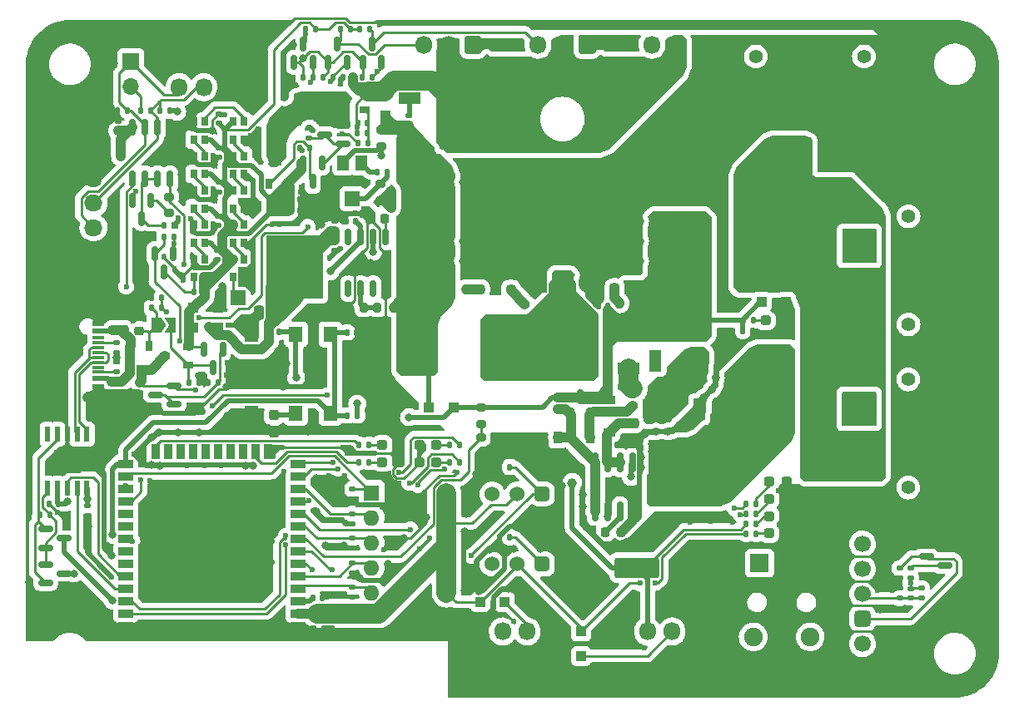
<source format=gbr>
%TF.GenerationSoftware,KiCad,Pcbnew,(6.0.11)*%
%TF.CreationDate,2024-02-29T08:20:34+09:00*%
%TF.ProjectId,Pole,506f6c65-2e6b-4696-9361-645f70636258,rev?*%
%TF.SameCoordinates,Original*%
%TF.FileFunction,Copper,L1,Top*%
%TF.FilePolarity,Positive*%
%FSLAX46Y46*%
G04 Gerber Fmt 4.6, Leading zero omitted, Abs format (unit mm)*
G04 Created by KiCad (PCBNEW (6.0.11)) date 2024-02-29 08:20:34*
%MOMM*%
%LPD*%
G01*
G04 APERTURE LIST*
G04 Aperture macros list*
%AMRoundRect*
0 Rectangle with rounded corners*
0 $1 Rounding radius*
0 $2 $3 $4 $5 $6 $7 $8 $9 X,Y pos of 4 corners*
0 Add a 4 corners polygon primitive as box body*
4,1,4,$2,$3,$4,$5,$6,$7,$8,$9,$2,$3,0*
0 Add four circle primitives for the rounded corners*
1,1,$1+$1,$2,$3*
1,1,$1+$1,$4,$5*
1,1,$1+$1,$6,$7*
1,1,$1+$1,$8,$9*
0 Add four rect primitives between the rounded corners*
20,1,$1+$1,$2,$3,$4,$5,0*
20,1,$1+$1,$4,$5,$6,$7,0*
20,1,$1+$1,$6,$7,$8,$9,0*
20,1,$1+$1,$8,$9,$2,$3,0*%
%AMFreePoly0*
4,1,6,1.000000,0.000000,0.500000,-0.750000,-0.500000,-0.750000,-0.500000,0.750000,0.500000,0.750000,1.000000,0.000000,1.000000,0.000000,$1*%
%AMFreePoly1*
4,1,6,0.500000,-0.750000,-0.650000,-0.750000,-0.150000,0.000000,-0.650000,0.750000,0.500000,0.750000,0.500000,-0.750000,0.500000,-0.750000,$1*%
G04 Aperture macros list end*
%TA.AperFunction,SMDPad,CuDef*%
%ADD10RoundRect,0.135000X0.135000X0.185000X-0.135000X0.185000X-0.135000X-0.185000X0.135000X-0.185000X0*%
%TD*%
%TA.AperFunction,SMDPad,CuDef*%
%ADD11R,0.700000X0.900000*%
%TD*%
%TA.AperFunction,SMDPad,CuDef*%
%ADD12R,1.000000X1.000000*%
%TD*%
%TA.AperFunction,SMDPad,CuDef*%
%ADD13RoundRect,0.135000X-0.135000X-0.185000X0.135000X-0.185000X0.135000X0.185000X-0.135000X0.185000X0*%
%TD*%
%TA.AperFunction,ComponentPad*%
%ADD14C,1.700000*%
%TD*%
%TA.AperFunction,ComponentPad*%
%ADD15RoundRect,0.425000X0.425000X0.425000X-0.425000X0.425000X-0.425000X-0.425000X0.425000X-0.425000X0*%
%TD*%
%TA.AperFunction,SMDPad,CuDef*%
%ADD16RoundRect,0.140000X-0.170000X0.140000X-0.170000X-0.140000X0.170000X-0.140000X0.170000X0.140000X0*%
%TD*%
%TA.AperFunction,SMDPad,CuDef*%
%ADD17R,0.700000X1.000000*%
%TD*%
%TA.AperFunction,SMDPad,CuDef*%
%ADD18RoundRect,0.250000X0.475000X-0.250000X0.475000X0.250000X-0.475000X0.250000X-0.475000X-0.250000X0*%
%TD*%
%TA.AperFunction,SMDPad,CuDef*%
%ADD19RoundRect,0.237500X0.287500X0.237500X-0.287500X0.237500X-0.287500X-0.237500X0.287500X-0.237500X0*%
%TD*%
%TA.AperFunction,SMDPad,CuDef*%
%ADD20RoundRect,0.250000X-0.250000X-0.475000X0.250000X-0.475000X0.250000X0.475000X-0.250000X0.475000X0*%
%TD*%
%TA.AperFunction,ComponentPad*%
%ADD21RoundRect,0.250000X0.600000X0.675000X-0.600000X0.675000X-0.600000X-0.675000X0.600000X-0.675000X0*%
%TD*%
%TA.AperFunction,ComponentPad*%
%ADD22O,1.700000X1.850000*%
%TD*%
%TA.AperFunction,SMDPad,CuDef*%
%ADD23RoundRect,0.200000X0.200000X0.275000X-0.200000X0.275000X-0.200000X-0.275000X0.200000X-0.275000X0*%
%TD*%
%TA.AperFunction,SMDPad,CuDef*%
%ADD24RoundRect,0.135000X-0.185000X0.135000X-0.185000X-0.135000X0.185000X-0.135000X0.185000X0.135000X0*%
%TD*%
%TA.AperFunction,ComponentPad*%
%ADD25R,1.900000X1.900000*%
%TD*%
%TA.AperFunction,ComponentPad*%
%ADD26C,1.900000*%
%TD*%
%TA.AperFunction,SMDPad,CuDef*%
%ADD27RoundRect,0.140000X-0.140000X-0.170000X0.140000X-0.170000X0.140000X0.170000X-0.140000X0.170000X0*%
%TD*%
%TA.AperFunction,SMDPad,CuDef*%
%ADD28RoundRect,0.225000X0.225000X0.250000X-0.225000X0.250000X-0.225000X-0.250000X0.225000X-0.250000X0*%
%TD*%
%TA.AperFunction,SMDPad,CuDef*%
%ADD29R,1.000000X0.700000*%
%TD*%
%TA.AperFunction,SMDPad,CuDef*%
%ADD30RoundRect,0.150000X-0.587500X-0.150000X0.587500X-0.150000X0.587500X0.150000X-0.587500X0.150000X0*%
%TD*%
%TA.AperFunction,SMDPad,CuDef*%
%ADD31RoundRect,0.150000X0.150000X-0.825000X0.150000X0.825000X-0.150000X0.825000X-0.150000X-0.825000X0*%
%TD*%
%TA.AperFunction,SMDPad,CuDef*%
%ADD32RoundRect,0.225000X-0.250000X0.225000X-0.250000X-0.225000X0.250000X-0.225000X0.250000X0.225000X0*%
%TD*%
%TA.AperFunction,SMDPad,CuDef*%
%ADD33RoundRect,0.200000X-0.275000X0.200000X-0.275000X-0.200000X0.275000X-0.200000X0.275000X0.200000X0*%
%TD*%
%TA.AperFunction,SMDPad,CuDef*%
%ADD34R,1.240000X0.600000*%
%TD*%
%TA.AperFunction,SMDPad,CuDef*%
%ADD35R,1.240000X0.300000*%
%TD*%
%TA.AperFunction,ComponentPad*%
%ADD36O,2.100000X1.000000*%
%TD*%
%TA.AperFunction,ComponentPad*%
%ADD37O,1.800000X1.000000*%
%TD*%
%TA.AperFunction,ComponentPad*%
%ADD38C,2.000000*%
%TD*%
%TA.AperFunction,SMDPad,CuDef*%
%ADD39R,1.400000X1.600000*%
%TD*%
%TA.AperFunction,SMDPad,CuDef*%
%ADD40RoundRect,0.150000X0.150000X-0.587500X0.150000X0.587500X-0.150000X0.587500X-0.150000X-0.587500X0*%
%TD*%
%TA.AperFunction,SMDPad,CuDef*%
%ADD41RoundRect,0.237500X-0.287500X-0.237500X0.287500X-0.237500X0.287500X0.237500X-0.287500X0.237500X0*%
%TD*%
%TA.AperFunction,SMDPad,CuDef*%
%ADD42RoundRect,0.140000X0.170000X-0.140000X0.170000X0.140000X-0.170000X0.140000X-0.170000X-0.140000X0*%
%TD*%
%TA.AperFunction,SMDPad,CuDef*%
%ADD43RoundRect,0.135000X0.185000X-0.135000X0.185000X0.135000X-0.185000X0.135000X-0.185000X-0.135000X0*%
%TD*%
%TA.AperFunction,SMDPad,CuDef*%
%ADD44R,1.200000X2.200000*%
%TD*%
%TA.AperFunction,SMDPad,CuDef*%
%ADD45R,5.800000X6.400000*%
%TD*%
%TA.AperFunction,SMDPad,CuDef*%
%ADD46RoundRect,0.150000X0.150000X-0.675000X0.150000X0.675000X-0.150000X0.675000X-0.150000X-0.675000X0*%
%TD*%
%TA.AperFunction,ComponentPad*%
%ADD47RoundRect,0.381000X-0.381000X0.381000X-0.381000X-0.381000X0.381000X-0.381000X0.381000X0.381000X0*%
%TD*%
%TA.AperFunction,ComponentPad*%
%ADD48C,1.524000*%
%TD*%
%TA.AperFunction,SMDPad,CuDef*%
%ADD49RoundRect,0.150000X-0.150000X0.587500X-0.150000X-0.587500X0.150000X-0.587500X0.150000X0.587500X0*%
%TD*%
%TA.AperFunction,SMDPad,CuDef*%
%ADD50R,0.900000X1.200000*%
%TD*%
%TA.AperFunction,SMDPad,CuDef*%
%ADD51RoundRect,0.237500X0.237500X-0.300000X0.237500X0.300000X-0.237500X0.300000X-0.237500X-0.300000X0*%
%TD*%
%TA.AperFunction,SMDPad,CuDef*%
%ADD52RoundRect,0.250001X0.799999X-1.999999X0.799999X1.999999X-0.799999X1.999999X-0.799999X-1.999999X0*%
%TD*%
%TA.AperFunction,SMDPad,CuDef*%
%ADD53RoundRect,0.250000X0.250000X0.475000X-0.250000X0.475000X-0.250000X-0.475000X0.250000X-0.475000X0*%
%TD*%
%TA.AperFunction,SMDPad,CuDef*%
%ADD54RoundRect,0.200000X-0.200000X-0.275000X0.200000X-0.275000X0.200000X0.275000X-0.200000X0.275000X0*%
%TD*%
%TA.AperFunction,SMDPad,CuDef*%
%ADD55R,0.600000X1.500000*%
%TD*%
%TA.AperFunction,SMDPad,CuDef*%
%ADD56R,2.800000X2.400000*%
%TD*%
%TA.AperFunction,SMDPad,CuDef*%
%ADD57FreePoly0,0.000000*%
%TD*%
%TA.AperFunction,SMDPad,CuDef*%
%ADD58FreePoly1,0.000000*%
%TD*%
%TA.AperFunction,SMDPad,CuDef*%
%ADD59R,1.500000X1.500000*%
%TD*%
%TA.AperFunction,ComponentPad*%
%ADD60RoundRect,0.250000X-0.675000X0.600000X-0.675000X-0.600000X0.675000X-0.600000X0.675000X0.600000X0*%
%TD*%
%TA.AperFunction,ComponentPad*%
%ADD61O,1.850000X1.700000*%
%TD*%
%TA.AperFunction,SMDPad,CuDef*%
%ADD62RoundRect,0.250001X-1.999999X-0.799999X1.999999X-0.799999X1.999999X0.799999X-1.999999X0.799999X0*%
%TD*%
%TA.AperFunction,SMDPad,CuDef*%
%ADD63RoundRect,0.225000X-0.225000X-0.250000X0.225000X-0.250000X0.225000X0.250000X-0.225000X0.250000X0*%
%TD*%
%TA.AperFunction,SMDPad,CuDef*%
%ADD64R,2.413000X5.334000*%
%TD*%
%TA.AperFunction,SMDPad,CuDef*%
%ADD65RoundRect,0.150000X0.587500X0.150000X-0.587500X0.150000X-0.587500X-0.150000X0.587500X-0.150000X0*%
%TD*%
%TA.AperFunction,SMDPad,CuDef*%
%ADD66RoundRect,0.250000X-0.475000X0.250000X-0.475000X-0.250000X0.475000X-0.250000X0.475000X0.250000X0*%
%TD*%
%TA.AperFunction,SMDPad,CuDef*%
%ADD67RoundRect,0.200000X0.275000X-0.200000X0.275000X0.200000X-0.275000X0.200000X-0.275000X-0.200000X0*%
%TD*%
%TA.AperFunction,ComponentPad*%
%ADD68R,1.600000X1.600000*%
%TD*%
%TA.AperFunction,ComponentPad*%
%ADD69C,1.600000*%
%TD*%
%TA.AperFunction,ComponentPad*%
%ADD70C,1.400000*%
%TD*%
%TA.AperFunction,ComponentPad*%
%ADD71R,3.500000X3.500000*%
%TD*%
%TA.AperFunction,ComponentPad*%
%ADD72C,3.500000*%
%TD*%
%TA.AperFunction,ComponentPad*%
%ADD73C,3.000000*%
%TD*%
%TA.AperFunction,ComponentPad*%
%ADD74O,1.600000X1.600000*%
%TD*%
%TA.AperFunction,SMDPad,CuDef*%
%ADD75R,2.200000X1.200000*%
%TD*%
%TA.AperFunction,SMDPad,CuDef*%
%ADD76R,6.400000X5.800000*%
%TD*%
%TA.AperFunction,ComponentPad*%
%ADD77R,1.905000X2.000000*%
%TD*%
%TA.AperFunction,ComponentPad*%
%ADD78O,1.905000X2.000000*%
%TD*%
%TA.AperFunction,ComponentPad*%
%ADD79RoundRect,0.250000X-0.600000X-0.675000X0.600000X-0.675000X0.600000X0.675000X-0.600000X0.675000X0*%
%TD*%
%TA.AperFunction,ComponentPad*%
%ADD80R,1.700000X1.700000*%
%TD*%
%TA.AperFunction,ComponentPad*%
%ADD81O,1.700000X1.700000*%
%TD*%
%TA.AperFunction,SMDPad,CuDef*%
%ADD82RoundRect,0.140000X0.140000X0.170000X-0.140000X0.170000X-0.140000X-0.170000X0.140000X-0.170000X0*%
%TD*%
%TA.AperFunction,SMDPad,CuDef*%
%ADD83R,1.150000X1.500000*%
%TD*%
%TA.AperFunction,SMDPad,CuDef*%
%ADD84R,1.500000X0.900000*%
%TD*%
%TA.AperFunction,SMDPad,CuDef*%
%ADD85R,0.900000X1.500000*%
%TD*%
%TA.AperFunction,ComponentPad*%
%ADD86RoundRect,1.625000X1.625000X1.625000X-1.625000X1.625000X-1.625000X-1.625000X1.625000X-1.625000X0*%
%TD*%
%TA.AperFunction,SMDPad,CuDef*%
%ADD87R,1.200000X0.900000*%
%TD*%
%TA.AperFunction,ViaPad*%
%ADD88C,0.600000*%
%TD*%
%TA.AperFunction,ViaPad*%
%ADD89C,0.800000*%
%TD*%
%TA.AperFunction,ViaPad*%
%ADD90C,1.000000*%
%TD*%
%TA.AperFunction,Conductor*%
%ADD91C,0.250000*%
%TD*%
%TA.AperFunction,Conductor*%
%ADD92C,0.500000*%
%TD*%
%TA.AperFunction,Conductor*%
%ADD93C,1.000000*%
%TD*%
%TA.AperFunction,Conductor*%
%ADD94C,2.000000*%
%TD*%
G04 APERTURE END LIST*
D10*
%TO.P,R29,1*%
%TO.N,Net-(D7-Pad2)*%
X159920000Y-104500000D03*
%TO.P,R29,2*%
%TO.N,MonitorLED0*%
X158900000Y-104500000D03*
%TD*%
D11*
%TO.P,D24,1,DOUT*%
%TO.N,Net-(D24-Pad1)*%
X143199999Y-75085000D03*
%TO.P,D24,2,GND*%
%TO.N,GND*%
X142099999Y-75085000D03*
%TO.P,D24,3,DIN*%
%TO.N,Net-(D22-Pad1)*%
X142099999Y-76915000D03*
%TO.P,D24,4,VDD*%
%TO.N,+5V*%
X143199999Y-76915000D03*
%TD*%
D12*
%TO.P,D29,1,K*%
%TO.N,VDD*%
X168520001Y-100680001D03*
%TO.P,D29,2,A*%
%TO.N,Net-(C34-Pad1)*%
X166020001Y-100680001D03*
%TD*%
D13*
%TO.P,R53,1*%
%TO.N,LEDTape0_H*%
X153490000Y-62160000D03*
%TO.P,R53,2*%
%TO.N,+5V*%
X154510000Y-62160000D03*
%TD*%
D10*
%TO.P,R56,1*%
%TO.N,+3.3V*%
X139652619Y-70478465D03*
%TO.P,R56,2*%
%TO.N,RS485_A*%
X138632619Y-70478465D03*
%TD*%
D14*
%TO.P,SW2,*%
%TO.N,*%
X210120000Y-114590000D03*
X210120000Y-124750000D03*
D15*
%TO.P,SW2,1,A*%
%TO.N,\u4E3B\u96FB\u6E90\u30B9\u30A4\u30C3\u30C1*%
X210120000Y-122210000D03*
D14*
%TO.P,SW2,2,B*%
%TO.N,/S-S*%
X210120000Y-119670000D03*
%TO.P,SW2,3,C*%
%TO.N,unconnected-(SW2-Pad3)*%
X210120000Y-117130000D03*
%TD*%
D10*
%TO.P,R22,1*%
%TO.N,Net-(D4-Pad2)*%
X159910000Y-106250000D03*
%TO.P,R22,2*%
%TO.N,LED0*%
X158890000Y-106250000D03*
%TD*%
D16*
%TO.P,C16,1*%
%TO.N,+3.3V*%
X154240000Y-122150000D03*
%TO.P,C16,2*%
%TO.N,GND*%
X154240000Y-123110000D03*
%TD*%
D17*
%TO.P,Q4,1,G*%
%TO.N,/5VBUS_fetF*%
X137570000Y-94450000D03*
%TO.P,Q4,2,S*%
%TO.N,/5VBUS*%
X135670000Y-94450000D03*
%TO.P,Q4,3,D*%
%TO.N,/5V_IND*%
X136620000Y-96850000D03*
%TD*%
D18*
%TO.P,C8,1*%
%TO.N,VDD*%
X186740000Y-88470000D03*
%TO.P,C8,2*%
%TO.N,GND*%
X186740000Y-86570000D03*
%TD*%
D16*
%TO.P,C24,1*%
%TO.N,+5V*%
X144650000Y-77770000D03*
%TO.P,C24,2*%
%TO.N,GND*%
X144650000Y-78730000D03*
%TD*%
D19*
%TO.P,D14,1,K*%
%TO.N,GND*%
X202375000Y-111750000D03*
%TO.P,D14,2,A*%
%TO.N,Net-(D14-Pad2)*%
X200625000Y-111750000D03*
%TD*%
D20*
%TO.P,C34,1*%
%TO.N,Net-(C34-Pad1)*%
X168050001Y-86800001D03*
%TO.P,C34,2*%
%TO.N,GND*%
X169950001Y-86800001D03*
%TD*%
D19*
%TO.P,D7,1,K*%
%TO.N,GND*%
X163035000Y-104500000D03*
%TO.P,D7,2,A*%
%TO.N,Net-(D7-Pad2)*%
X161285000Y-104500000D03*
%TD*%
D21*
%TO.P,J13,1,Pin_1*%
%TO.N,GND*%
X148122619Y-68078465D03*
D22*
%TO.P,J13,2,Pin_2*%
X145622619Y-68078465D03*
%TO.P,J13,3,Pin_3*%
%TO.N,RS485_A*%
X143122619Y-68078465D03*
%TO.P,J13,4,Pin_4*%
%TO.N,RS485_B*%
X140622619Y-68078465D03*
%TD*%
D13*
%TO.P,R26,1*%
%TO.N,Net-(Q10-Pad2)*%
X126450000Y-111650000D03*
%TO.P,R26,2*%
%TO.N,Net-(Q10-Pad1)*%
X127470000Y-111650000D03*
%TD*%
D10*
%TO.P,R33,1*%
%TO.N,/5VSYS*%
X158270000Y-67040000D03*
%TO.P,R33,2*%
%TO.N,GND*%
X157250000Y-67040000D03*
%TD*%
D23*
%TO.P,R67,1*%
%TO.N,Net-(C36-Pad2)*%
X169827382Y-88641536D03*
%TO.P,R67,2*%
%TO.N,Net-(C34-Pad1)*%
X168177382Y-88641536D03*
%TD*%
D24*
%TO.P,R32,1*%
%TO.N,VDD*%
X179110001Y-99860001D03*
%TO.P,R32,2*%
%TO.N,Net-(D8-Pad1)*%
X179110001Y-100880001D03*
%TD*%
D25*
%TO.P,J6,R*%
%TO.N,DAC_R*%
X199650000Y-116540000D03*
D26*
%TO.P,J6,S*%
%TO.N,GND*%
X204150000Y-116540000D03*
%TO.P,J6,T*%
%TO.N,DAC_L*%
X199000000Y-124040000D03*
X204800000Y-124040000D03*
%TD*%
D27*
%TO.P,C31,1*%
%TO.N,GND*%
X183260001Y-90330001D03*
%TO.P,C31,2*%
%TO.N,VDD*%
X184220001Y-90330001D03*
%TD*%
D12*
%TO.P,D9,1,K*%
%TO.N,Net-(C34-Pad1)*%
X161610000Y-70980000D03*
%TO.P,D9,2,A*%
%TO.N,/5VSYS*%
X161610000Y-68480000D03*
%TD*%
D28*
%TO.P,C36,1*%
%TO.N,GND*%
X172797381Y-88631537D03*
%TO.P,C36,2*%
%TO.N,Net-(C36-Pad2)*%
X171247381Y-88631537D03*
%TD*%
D29*
%TO.P,Q12,1,G*%
%TO.N,Net-(C10-Pad2)*%
X159461545Y-70343690D03*
%TO.P,Q12,2,S*%
%TO.N,/5VSYS*%
X159461545Y-68443690D03*
%TO.P,Q12,3,D*%
%TO.N,Net-(Q12-Pad3)*%
X157061545Y-69393690D03*
%TD*%
D24*
%TO.P,R14,1*%
%TO.N,GND*%
X134240000Y-96070000D03*
%TO.P,R14,2*%
%TO.N,Net-(J4-PadB5)*%
X134240000Y-97090000D03*
%TD*%
D30*
%TO.P,Q2,1,G*%
%TO.N,\u4E3B\u96FB\u6E90\u30B9\u30A4\u30C3\u30C1*%
X216612500Y-115870000D03*
%TO.P,Q2,2,S*%
%TO.N,GND*%
X216612500Y-117770000D03*
%TO.P,Q2,3,D*%
%TO.N,Net-(Q2-Pad3)*%
X218487500Y-116820000D03*
%TD*%
D10*
%TO.P,R13,1*%
%TO.N,Slide_SW0*%
X174250000Y-106750000D03*
%TO.P,R13,2*%
%TO.N,GND*%
X173230000Y-106750000D03*
%TD*%
%TO.P,R50,1*%
%TO.N,LEDTape0_L*%
X154250000Y-67060000D03*
%TO.P,R50,2*%
%TO.N,+3.3V*%
X153230000Y-67060000D03*
%TD*%
%TO.P,R18,1*%
%TO.N,/5VSYS*%
X138820000Y-89540000D03*
%TO.P,R18,2*%
%TO.N,GND*%
X137800000Y-89540000D03*
%TD*%
D27*
%TO.P,C14,1*%
%TO.N,RESET*%
X154220000Y-120100000D03*
%TO.P,C14,2*%
%TO.N,GND*%
X155180000Y-120100000D03*
%TD*%
D31*
%TO.P,U6,1,SwC*%
%TO.N,Net-(D8-Pad1)*%
X182905001Y-111240001D03*
%TO.P,U6,2,SwE*%
%TO.N,GND*%
X184175001Y-111240001D03*
%TO.P,U6,3,TC*%
%TO.N,Net-(C30-Pad2)*%
X185445001Y-111240001D03*
%TO.P,U6,4,GND*%
%TO.N,GND*%
X186715001Y-111240001D03*
%TO.P,U6,5,Vfb*%
%TO.N,Vfb*%
X186715001Y-106290001D03*
%TO.P,U6,6,Vin*%
%TO.N,Net-(C27-Pad1)*%
X185445001Y-106290001D03*
%TO.P,U6,7,Ipk*%
X184175001Y-106290001D03*
%TO.P,U6,8,DC*%
%TO.N,Net-(D8-Pad1)*%
X182905001Y-106290001D03*
%TD*%
D32*
%TO.P,C9,1*%
%TO.N,GND*%
X184890001Y-86965000D03*
%TO.P,C9,2*%
%TO.N,Net-(C9-Pad2)*%
X184890001Y-88515000D03*
%TD*%
D17*
%TO.P,Q14,1,G*%
%TO.N,Net-(Q14-Pad1)*%
X149750000Y-77920000D03*
%TO.P,Q14,2,S*%
%TO.N,+5V*%
X151650000Y-77920000D03*
%TO.P,Q14,3,D*%
%TO.N,Net-(Q12-Pad3)*%
X150700000Y-75520000D03*
%TD*%
D21*
%TO.P,J11,1,Pin_1*%
%TO.N,GND*%
X170500000Y-63750000D03*
D22*
%TO.P,J11,2,Pin_2*%
%TO.N,/5VSYS*%
X168000000Y-63750000D03*
%TO.P,J11,3,Pin_3*%
%TO.N,LEDTape2_H*%
X165500000Y-63750000D03*
%TD*%
D33*
%TO.P,R59,1*%
%TO.N,Net-(Q8-Pad1)*%
X186750000Y-98835001D03*
%TO.P,R59,2*%
%TO.N,Net-(D8-Pad2)*%
X186750000Y-100485001D03*
%TD*%
D34*
%TO.P,J4,A1,GND*%
%TO.N,GND*%
X132425000Y-92140000D03*
%TO.P,J4,A4,VBUS*%
%TO.N,/5VBUS*%
X132425000Y-92940000D03*
D35*
%TO.P,J4,A5,CC1*%
%TO.N,Net-(J4-PadA5)*%
X132425000Y-94090000D03*
%TO.P,J4,A6,D+*%
%TO.N,Net-(J4-PadA6)*%
X132425000Y-95090000D03*
%TO.P,J4,A7,D-*%
%TO.N,Net-(J4-PadA7)*%
X132425000Y-95590000D03*
%TO.P,J4,A8,SBU1*%
%TO.N,unconnected-(J4-PadA8)*%
X132425000Y-96590000D03*
D34*
%TO.P,J4,A9,VBUS*%
%TO.N,/5VBUS*%
X132425000Y-97740000D03*
%TO.P,J4,A12,GND*%
%TO.N,GND*%
X132425000Y-98540000D03*
%TO.P,J4,B1,GND*%
X132425000Y-98540000D03*
%TO.P,J4,B4,VBUS*%
%TO.N,/5VBUS*%
X132425000Y-97740000D03*
D35*
%TO.P,J4,B5,CC2*%
%TO.N,Net-(J4-PadB5)*%
X132425000Y-97090000D03*
%TO.P,J4,B6,D+*%
%TO.N,Net-(J4-PadA6)*%
X132425000Y-96090000D03*
%TO.P,J4,B7,D-*%
%TO.N,Net-(J4-PadA7)*%
X132425000Y-94590000D03*
%TO.P,J4,B8,SBU2*%
%TO.N,unconnected-(J4-PadB8)*%
X132425000Y-93590000D03*
D34*
%TO.P,J4,B9,VBUS*%
%TO.N,/5VBUS*%
X132425000Y-92940000D03*
%TO.P,J4,B12,GND*%
%TO.N,GND*%
X132425000Y-92140000D03*
D36*
%TO.P,J4,S1,SHIELD*%
X131825000Y-91020000D03*
D37*
X127625000Y-99660000D03*
X127625000Y-91020000D03*
D36*
X131825000Y-99660000D03*
%TD*%
D32*
%TO.P,C32,1*%
%TO.N,GND*%
X174352620Y-87113466D03*
%TO.P,C32,2*%
%TO.N,Net-(C32-Pad2)*%
X174352620Y-88663466D03*
%TD*%
D38*
%TO.P,TP5,1,1*%
%TO.N,GND*%
X128120000Y-87970000D03*
%TD*%
D39*
%TO.P,SW4,1,A*%
%TO.N,RESET*%
X152500000Y-93250000D03*
X152500000Y-101250000D03*
%TO.P,SW4,2,B*%
%TO.N,GND*%
X148000000Y-101250000D03*
X148000000Y-93250000D03*
%TD*%
D40*
%TO.P,Q18,1,G*%
%TO.N,+3.3V*%
X152310000Y-65537500D03*
%TO.P,Q18,2,S*%
%TO.N,LEDTape0_L*%
X154210000Y-65537500D03*
%TO.P,Q18,3,D*%
%TO.N,LEDTape0_H*%
X153260000Y-63662500D03*
%TD*%
D41*
%TO.P,D5,1,K*%
%TO.N,GND*%
X165035000Y-104500000D03*
%TO.P,D5,2,A*%
%TO.N,Net-(D5-Pad2)*%
X166785000Y-104500000D03*
%TD*%
D42*
%TO.P,C1,1*%
%TO.N,/S-S*%
X215020000Y-120080000D03*
%TO.P,C1,2*%
%TO.N,Net-(C1-Pad2)*%
X215020000Y-119120000D03*
%TD*%
D43*
%TO.P,R16,1*%
%TO.N,GND*%
X134240000Y-99090000D03*
%TO.P,R16,2*%
%TO.N,/5VBUS*%
X134240000Y-98070000D03*
%TD*%
D10*
%TO.P,R52,1*%
%TO.N,LEDTape2_L*%
X156260000Y-67050000D03*
%TO.P,R52,2*%
%TO.N,+3.3V*%
X155240000Y-67050000D03*
%TD*%
D42*
%TO.P,C21,1*%
%TO.N,+5V*%
X144650000Y-71730000D03*
%TO.P,C21,2*%
%TO.N,GND*%
X144650000Y-70770000D03*
%TD*%
D44*
%TO.P,U3,1,GND*%
%TO.N,GND*%
X154638926Y-80095000D03*
D45*
%TO.P,U3,2,VO*%
%TO.N,+3.3V*%
X152358926Y-86395000D03*
D44*
%TO.P,U3,3,VI*%
%TO.N,+5V*%
X150078926Y-80095000D03*
%TD*%
D46*
%TO.P,U5,1,RO*%
%TO.N,MainRX2_RS485TX*%
X135887619Y-77403465D03*
%TO.P,U5,2,~{RE}*%
%TO.N,Net-(Q17-Pad3)*%
X137157619Y-77403465D03*
%TO.P,U5,3,DE*%
X138427619Y-77403465D03*
%TO.P,U5,4,DI*%
%TO.N,MainTX2_RS485RX*%
X139697619Y-77403465D03*
%TO.P,U5,5,GND*%
%TO.N,GND*%
X139697619Y-72153465D03*
%TO.P,U5,6,A*%
%TO.N,RS485_A*%
X138427619Y-72153465D03*
%TO.P,U5,7,B*%
%TO.N,RS485_B*%
X137157619Y-72153465D03*
%TO.P,U5,8,VCC*%
%TO.N,+3.3V*%
X135887619Y-72153465D03*
%TD*%
D43*
%TO.P,R73,1*%
%TO.N,Net-(C34-Pad1)*%
X164000000Y-72010000D03*
%TO.P,R73,2*%
%TO.N,SHDN_overV*%
X164000000Y-70990000D03*
%TD*%
D47*
%TO.P,SW6,1,A*%
%TO.N,Slide_SW1*%
X177540000Y-116640000D03*
D48*
%TO.P,SW6,2,B*%
%TO.N,+3.3V*%
X175000000Y-116640000D03*
%TO.P,SW6,3,C*%
%TO.N,unconnected-(SW6-Pad3)*%
X172460000Y-116640000D03*
%TD*%
D49*
%TO.P,Q11,1,B*%
%TO.N,Net-(Q11-Pad1)*%
X145060000Y-94772500D03*
%TO.P,Q11,2,E*%
%TO.N,+5V*%
X143160000Y-94772500D03*
%TO.P,Q11,3,C*%
%TO.N,/5VBUS_fetB*%
X144110000Y-96647500D03*
%TD*%
D46*
%TO.P,U1,1,NC*%
%TO.N,unconnected-(U1-Pad1)*%
X157825000Y-88595000D03*
%TO.P,U1,2,IN*%
%TO.N,V_Surv.*%
X159095000Y-88595000D03*
%TO.P,U1,3,NC*%
%TO.N,unconnected-(U1-Pad3)*%
X160365000Y-88595000D03*
%TO.P,U1,4,GND*%
%TO.N,GND*%
X161635000Y-88595000D03*
%TO.P,U1,5,Cdelay*%
%TO.N,Net-(C2-Pad2)*%
X161635000Y-83345000D03*
%TO.P,U1,6,OUT*%
%TO.N,SHDN_overV*%
X160365000Y-83345000D03*
%TO.P,U1,7,VCC*%
%TO.N,VDD*%
X159095000Y-83345000D03*
%TO.P,U1,8,NC*%
%TO.N,unconnected-(U1-Pad8)*%
X157825000Y-83345000D03*
%TD*%
D43*
%TO.P,R4,1*%
%TO.N,Net-(C1-Pad2)*%
X215010000Y-118070000D03*
%TO.P,R4,2*%
%TO.N,Net-(Q2-Pad3)*%
X215010000Y-117050000D03*
%TD*%
D10*
%TO.P,R1,1*%
%TO.N,Net-(D1-Pad2)*%
X198992619Y-91838465D03*
%TO.P,R1,2*%
%TO.N,VDD*%
X197972619Y-91838465D03*
%TD*%
D50*
%TO.P,D8,1,K*%
%TO.N,Net-(D8-Pad1)*%
X179120001Y-103750001D03*
%TO.P,D8,2,A*%
%TO.N,Net-(D8-Pad2)*%
X182420001Y-103750001D03*
%TD*%
D13*
%TO.P,R19,1*%
%TO.N,VDD*%
X197940000Y-92880000D03*
%TO.P,R19,2*%
%TO.N,GND*%
X198960000Y-92880000D03*
%TD*%
D51*
%TO.P,C17,1*%
%TO.N,GND*%
X150250000Y-103212500D03*
%TO.P,C17,2*%
%TO.N,RESET*%
X150250000Y-101487500D03*
%TD*%
D43*
%TO.P,R5,1*%
%TO.N,GND*%
X158250000Y-110010000D03*
%TO.P,R5,2*%
%TO.N,DIP_SW0*%
X158250000Y-108990000D03*
%TD*%
D52*
%TO.P,C18,1*%
%TO.N,VDD*%
X190220001Y-83420001D03*
%TO.P,C18,2*%
%TO.N,GND*%
X190220001Y-76220001D03*
%TD*%
D12*
%TO.P,D16,1,K*%
%TO.N,+3.3V*%
X171250000Y-120500000D03*
%TO.P,D16,2,A*%
%TO.N,Sensor0*%
X173750000Y-120500000D03*
%TD*%
D13*
%TO.P,R58,1*%
%TO.N,Net-(JP2-Pad2)*%
X136682619Y-70478465D03*
%TO.P,R58,2*%
%TO.N,RS485_A*%
X137702619Y-70478465D03*
%TD*%
D53*
%TO.P,C19,1*%
%TO.N,+3.3V*%
X150640000Y-91010000D03*
%TO.P,C19,2*%
%TO.N,GND*%
X148740000Y-91010000D03*
%TD*%
D16*
%TO.P,C22,1*%
%TO.N,+5V*%
X144530000Y-84700000D03*
%TO.P,C22,2*%
%TO.N,GND*%
X144530000Y-85660000D03*
%TD*%
D13*
%TO.P,R27,1*%
%TO.N,Net-(D6-Pad2)*%
X168150000Y-106250000D03*
%TO.P,R27,2*%
%TO.N,LED2*%
X169170000Y-106250000D03*
%TD*%
D27*
%TO.P,C11,1*%
%TO.N,+5V*%
X151888926Y-80585000D03*
%TO.P,C11,2*%
%TO.N,GND*%
X152848926Y-80585000D03*
%TD*%
D13*
%TO.P,R46,1*%
%TO.N,NeoPixel_L*%
X139090000Y-83350000D03*
%TO.P,R46,2*%
%TO.N,+3.3V*%
X140110000Y-83350000D03*
%TD*%
D54*
%TO.P,R20,1*%
%TO.N,Net-(C9-Pad2)*%
X185425001Y-90070001D03*
%TO.P,R20,2*%
%TO.N,VDD*%
X187075001Y-90070001D03*
%TD*%
D11*
%TO.P,D21,1,DOUT*%
%TO.N,Net-(D21-Pad1)*%
X146100001Y-76915000D03*
%TO.P,D21,2,GND*%
%TO.N,GND*%
X147200001Y-76915000D03*
%TO.P,D21,3,DIN*%
%TO.N,Net-(D19-Pad1)*%
X147200001Y-75085000D03*
%TO.P,D21,4,VDD*%
%TO.N,+5V*%
X146100001Y-75085000D03*
%TD*%
D55*
%TO.P,U2,1,UD+*%
%TO.N,Net-(J4-PadA6)*%
X131240000Y-103420000D03*
%TO.P,U2,2,UD-*%
%TO.N,Net-(J4-PadA7)*%
X130240000Y-103420000D03*
%TO.P,U2,3,GND*%
%TO.N,GND*%
X129240000Y-103420000D03*
%TO.P,U2,4,~{DTR}*%
%TO.N,Net-(Q10-Pad2)*%
X128240000Y-103420000D03*
%TO.P,U2,5,~{CTS}*%
%TO.N,unconnected-(U2-Pad5)*%
X127240000Y-103420000D03*
%TO.P,U2,6,~{RTS}*%
%TO.N,Net-(Q10-Pad1)*%
X127240000Y-108920000D03*
%TO.P,U2,7,VCC*%
%TO.N,+3.3V*%
X128240000Y-108920000D03*
%TO.P,U2,8,TXD*%
%TO.N,MainRX0_CH340TX*%
X129240000Y-108920000D03*
%TO.P,U2,9,RXD*%
%TO.N,MainTX0_CH340RX*%
X130240000Y-108920000D03*
%TO.P,U2,10,V3*%
%TO.N,Net-(C6-Pad1)*%
X131240000Y-108920000D03*
D56*
%TO.P,U2,11,EP*%
%TO.N,GND*%
X129240000Y-106170000D03*
%TD*%
D57*
%TO.P,JP3,1,A*%
%TO.N,/5VBUS_fetF*%
X138315000Y-92350000D03*
D58*
%TO.P,JP3,2,B*%
%TO.N,/5VBUS_fetB*%
X139765000Y-92350000D03*
%TD*%
D10*
%TO.P,R60,1*%
%TO.N,Net-(Q8-Pad1)*%
X185510000Y-98590001D03*
%TO.P,R60,2*%
%TO.N,VDD*%
X184490000Y-98590001D03*
%TD*%
D59*
%TO.P,H5,1,1*%
%TO.N,Net-(D27-Pad1)*%
X146650000Y-89500000D03*
%TD*%
D29*
%TO.P,Q7,1,G*%
%TO.N,/5VBUS_fetB*%
X141570000Y-96410000D03*
%TO.P,Q7,2,S*%
%TO.N,+5V*%
X141570000Y-94510000D03*
%TO.P,Q7,3,D*%
%TO.N,/5V_IND*%
X139170000Y-95460000D03*
%TD*%
D12*
%TO.P,D10,1,K*%
%TO.N,+5V*%
X142050000Y-90550000D03*
%TO.P,D10,2,A*%
%TO.N,GND*%
X144550000Y-90550000D03*
%TD*%
D42*
%TO.P,C26,1*%
%TO.N,+3.3V*%
X134440000Y-72490000D03*
%TO.P,C26,2*%
%TO.N,GND*%
X134440000Y-71530000D03*
%TD*%
D10*
%TO.P,R51,1*%
%TO.N,LEDTape1_L*%
X160260000Y-67040000D03*
%TO.P,R51,2*%
%TO.N,+3.3V*%
X159240000Y-67040000D03*
%TD*%
D12*
%TO.P,D11,1,K*%
%TO.N,+5V*%
X142050000Y-92550000D03*
%TO.P,D11,2,A*%
%TO.N,+3.3V*%
X144550000Y-92550000D03*
%TD*%
D33*
%TO.P,R9,1*%
%TO.N,VDD*%
X171330000Y-100695000D03*
%TO.P,R9,2*%
%TO.N,V_Measure*%
X171330000Y-102345000D03*
%TD*%
D60*
%TO.P,J12,1,Pin_1*%
%TO.N,GND*%
X131912619Y-74868465D03*
D61*
%TO.P,J12,2,Pin_2*%
X131912619Y-77368465D03*
%TO.P,J12,3,Pin_3*%
%TO.N,RS485_A*%
X131912619Y-79868465D03*
%TO.P,J12,4,Pin_4*%
%TO.N,RS485_B*%
X131912619Y-82368465D03*
%TD*%
D13*
%TO.P,R40,1*%
%TO.N,GND*%
X152890000Y-74270000D03*
%TO.P,R40,2*%
%TO.N,Net-(Q14-Pad1)*%
X153910000Y-74270000D03*
%TD*%
D62*
%TO.P,C28,1*%
%TO.N,+5V*%
X187150000Y-117000000D03*
%TO.P,C28,2*%
%TO.N,GND*%
X194350000Y-117000000D03*
%TD*%
D63*
%TO.P,C2,1*%
%TO.N,GND*%
X159965000Y-81480000D03*
%TO.P,C2,2*%
%TO.N,Net-(C2-Pad2)*%
X161515000Y-81480000D03*
%TD*%
D11*
%TO.P,D18,1,DOUT*%
%TO.N,Net-(D18-Pad1)*%
X143200000Y-85585000D03*
%TO.P,D18,2,GND*%
%TO.N,GND*%
X142100000Y-85585000D03*
%TO.P,D18,3,DIN*%
%TO.N,NeoPixel_H*%
X142100000Y-87415000D03*
%TO.P,D18,4,VDD*%
%TO.N,+5V*%
X143200000Y-87415000D03*
%TD*%
D30*
%TO.P,Q9,1,G*%
%TO.N,Net-(Q10-Pad2)*%
X127042500Y-113062500D03*
%TO.P,Q9,2,S*%
%TO.N,Net-(Q10-Pad1)*%
X127042500Y-114962500D03*
%TO.P,Q9,3,D*%
%TO.N,RESET*%
X128917500Y-114012500D03*
%TD*%
D64*
%TO.P,L1,1,1*%
%TO.N,Net-(D28-Pad2)*%
X172640370Y-94498466D03*
%TO.P,L1,2,2*%
%TO.N,Net-(C34-Pad1)*%
X165401370Y-94498466D03*
%TD*%
D65*
%TO.P,Q13,1,B*%
%TO.N,Net-(Q13-Pad1)*%
X157275000Y-73870000D03*
%TO.P,Q13,2,E*%
%TO.N,Net-(Q12-Pad3)*%
X157275000Y-71970000D03*
%TO.P,Q13,3,C*%
%TO.N,Net-(Q13-Pad1)*%
X155400000Y-72920000D03*
%TD*%
D66*
%TO.P,C3,1*%
%TO.N,GND*%
X134760000Y-90920000D03*
%TO.P,C3,2*%
%TO.N,/5VBUS*%
X134760000Y-92820000D03*
%TD*%
D67*
%TO.P,R68,1*%
%TO.N,GND*%
X161090000Y-79585000D03*
%TO.P,R68,2*%
%TO.N,Net-(R68-Pad2)*%
X161090000Y-77935000D03*
%TD*%
D10*
%TO.P,R42,1*%
%TO.N,Net-(D12-Pad2)*%
X199310000Y-110550000D03*
%TO.P,R42,2*%
%TO.N,/5VSYS*%
X198290000Y-110550000D03*
%TD*%
D23*
%TO.P,R72,1*%
%TO.N,V_Surv.*%
X159385000Y-90520000D03*
%TO.P,R72,2*%
%TO.N,GND*%
X157735000Y-90520000D03*
%TD*%
D11*
%TO.P,D26,1,DOUT*%
%TO.N,Net-(D19-Pad3)*%
X143200000Y-71585000D03*
%TO.P,D26,2,GND*%
%TO.N,GND*%
X142100000Y-71585000D03*
%TO.P,D26,3,DIN*%
%TO.N,Net-(D24-Pad1)*%
X142100000Y-73415000D03*
%TO.P,D26,4,VDD*%
%TO.N,+5V*%
X143200000Y-73415000D03*
%TD*%
D44*
%TO.P,Q3,1,G*%
%TO.N,Net-(C1-Pad2)*%
X189070000Y-95940001D03*
D45*
%TO.P,Q3,2,D*%
%TO.N,VDD*%
X191350000Y-89640001D03*
D44*
%TO.P,Q3,3,S*%
%TO.N,/S-S*%
X193630000Y-95940001D03*
%TD*%
D21*
%TO.P,J10,1,Pin_1*%
%TO.N,GND*%
X182100000Y-63750000D03*
D22*
%TO.P,J10,2,Pin_2*%
%TO.N,/5VSYS*%
X179600000Y-63750000D03*
%TO.P,J10,3,Pin_3*%
%TO.N,LEDTape1_H*%
X177100000Y-63750000D03*
%TD*%
D32*
%TO.P,C7,1*%
%TO.N,GND*%
X136560000Y-91335000D03*
%TO.P,C7,2*%
%TO.N,/5VBUS_fetF*%
X136560000Y-92885000D03*
%TD*%
D13*
%TO.P,R55,1*%
%TO.N,LEDTape2_H*%
X156990000Y-62150000D03*
%TO.P,R55,2*%
%TO.N,+5V*%
X158010000Y-62150000D03*
%TD*%
D68*
%TO.P,C35,1*%
%TO.N,Net-(C34-Pad1)*%
X167720001Y-80320000D03*
X167049064Y-78720000D03*
D69*
%TO.P,C35,2*%
%TO.N,GND*%
X170220001Y-80320000D03*
X170890938Y-81920000D03*
%TD*%
D16*
%TO.P,C25,1*%
%TO.N,+5V*%
X144650000Y-74270001D03*
%TO.P,C25,2*%
%TO.N,GND*%
X144650000Y-75230001D03*
%TD*%
D10*
%TO.P,R43,1*%
%TO.N,Net-(D13-Pad2)*%
X199310000Y-111550000D03*
%TO.P,R43,2*%
%TO.N,/5V_IND*%
X198290000Y-111550000D03*
%TD*%
D43*
%TO.P,R11,1*%
%TO.N,GND*%
X158250000Y-117510000D03*
%TO.P,R11,2*%
%TO.N,DIP_SW3*%
X158250000Y-116490000D03*
%TD*%
D10*
%TO.P,R69,1*%
%TO.N,Net-(R68-Pad2)*%
X161790000Y-76710000D03*
%TO.P,R69,2*%
%TO.N,Net-(R69-Pad2)*%
X160770000Y-76710000D03*
%TD*%
D19*
%TO.P,D1,1,K*%
%TO.N,GND*%
X202007619Y-91838465D03*
%TO.P,D1,2,A*%
%TO.N,Net-(D1-Pad2)*%
X200257619Y-91838465D03*
%TD*%
D16*
%TO.P,C6,1*%
%TO.N,Net-(C6-Pad1)*%
X131250000Y-110700000D03*
%TO.P,C6,2*%
%TO.N,GND*%
X131250000Y-111660000D03*
%TD*%
D66*
%TO.P,C27,1*%
%TO.N,Net-(C27-Pad1)*%
X186630001Y-102280001D03*
%TO.P,C27,2*%
%TO.N,GND*%
X186630001Y-104180001D03*
%TD*%
D44*
%TO.P,Q1,1,G*%
%TO.N,GND*%
X193510001Y-100900000D03*
D45*
%TO.P,Q1,2,D*%
%TO.N,Net-(F1-Pad1)*%
X191230001Y-107200000D03*
D44*
%TO.P,Q1,3,S*%
%TO.N,/S-S*%
X188950001Y-100900000D03*
%TD*%
D47*
%TO.P,SW3,1,A*%
%TO.N,Slide_SW0*%
X177540000Y-109500000D03*
D48*
%TO.P,SW3,2,B*%
%TO.N,+3.3V*%
X175000000Y-109500000D03*
%TO.P,SW3,3,C*%
%TO.N,unconnected-(SW3-Pad3)*%
X172460000Y-109500000D03*
%TD*%
D27*
%TO.P,C4,1*%
%TO.N,GND*%
X157610000Y-81730000D03*
%TO.P,C4,2*%
%TO.N,VDD*%
X158570000Y-81730000D03*
%TD*%
D12*
%TO.P,D17,1,K*%
%TO.N,+3.3V*%
X181500000Y-123500000D03*
%TO.P,D17,2,A*%
%TO.N,Sensor1*%
X181500000Y-126000000D03*
%TD*%
D11*
%TO.P,D22,1,DOUT*%
%TO.N,Net-(D22-Pad1)*%
X143200000Y-78585000D03*
%TO.P,D22,2,GND*%
%TO.N,GND*%
X142100000Y-78585000D03*
%TO.P,D22,3,DIN*%
%TO.N,Net-(D20-Pad1)*%
X142100000Y-80415000D03*
%TO.P,D22,4,VDD*%
%TO.N,+5V*%
X143200000Y-80415000D03*
%TD*%
D21*
%TO.P,J9,1,Pin_1*%
%TO.N,GND*%
X193700000Y-63750000D03*
D22*
%TO.P,J9,2,Pin_2*%
%TO.N,/5VSYS*%
X191200000Y-63750000D03*
%TO.P,J9,3,Pin_3*%
%TO.N,LEDTape0_H*%
X188700000Y-63750000D03*
%TD*%
D11*
%TO.P,D23,1,DOUT*%
%TO.N,Net-(D23-Pad1)*%
X146100000Y-80415000D03*
%TO.P,D23,2,GND*%
%TO.N,GND*%
X147200000Y-80415000D03*
%TO.P,D23,3,DIN*%
%TO.N,Net-(D21-Pad1)*%
X147200000Y-78585000D03*
%TO.P,D23,4,VDD*%
%TO.N,+5V*%
X146100000Y-78585000D03*
%TD*%
D33*
%TO.P,R10,1*%
%TO.N,V_Measure*%
X171310000Y-103755000D03*
%TO.P,R10,2*%
%TO.N,GND*%
X171310000Y-105405000D03*
%TD*%
D70*
%TO.P,J1,*%
%TO.N,*%
X199270000Y-64955000D03*
X210270000Y-64955000D03*
D71*
%TO.P,J1,1,Pin_1*%
%TO.N,GND*%
X207270000Y-74955000D03*
D72*
%TO.P,J1,2,Pin_2*%
%TO.N,/12VBAT*%
X202270000Y-74955000D03*
%TD*%
D67*
%TO.P,R48,1*%
%TO.N,Net-(Q17-Pad1)*%
X139602619Y-80883465D03*
%TO.P,R48,2*%
%TO.N,MainTX2_RS485RX*%
X139602619Y-79233465D03*
%TD*%
D73*
%TO.P,F1,1*%
%TO.N,Net-(F1-Pad1)*%
X201132619Y-96638465D03*
X201132619Y-103338465D03*
%TO.P,F1,2*%
%TO.N,/12VBAT*%
X201132619Y-80338465D03*
X201132619Y-87038465D03*
%TD*%
D19*
%TO.P,D12,1,K*%
%TO.N,GND*%
X202375000Y-108250000D03*
%TO.P,D12,2,A*%
%TO.N,Net-(D12-Pad2)*%
X200625000Y-108250000D03*
%TD*%
D43*
%TO.P,R3,1*%
%TO.N,/S-S*%
X216110000Y-120110000D03*
%TO.P,R3,2*%
%TO.N,Net-(C1-Pad2)*%
X216110000Y-119090000D03*
%TD*%
D28*
%TO.P,C30,1*%
%TO.N,GND*%
X185525000Y-113360000D03*
%TO.P,C30,2*%
%TO.N,Net-(C30-Pad2)*%
X183975000Y-113360000D03*
%TD*%
D13*
%TO.P,R35,1*%
%TO.N,/5VSYS*%
X158760000Y-72740000D03*
%TO.P,R35,2*%
%TO.N,Net-(C10-Pad2)*%
X159780000Y-72740000D03*
%TD*%
D10*
%TO.P,R21,1*%
%TO.N,Slide_SW1*%
X174250000Y-113910000D03*
%TO.P,R21,2*%
%TO.N,GND*%
X173230000Y-113910000D03*
%TD*%
D68*
%TO.P,SW1,1*%
%TO.N,DIP_SW0*%
X160200000Y-109385000D03*
D74*
%TO.P,SW1,2*%
%TO.N,DIP_SW1*%
X160200000Y-111925000D03*
%TO.P,SW1,3*%
%TO.N,DIP_SW2*%
X160200000Y-114465000D03*
%TO.P,SW1,4*%
%TO.N,DIP_SW3*%
X160200000Y-117005000D03*
%TO.P,SW1,5*%
%TO.N,DIP_SW4*%
X160200000Y-119545000D03*
%TO.P,SW1,6*%
%TO.N,+3.3V*%
X167820000Y-119545000D03*
%TO.P,SW1,7*%
X167820000Y-117005000D03*
%TO.P,SW1,8*%
X167820000Y-114465000D03*
%TO.P,SW1,9*%
X167820000Y-111925000D03*
%TO.P,SW1,10*%
X167820000Y-109385000D03*
%TD*%
D24*
%TO.P,R37,1*%
%TO.N,GND*%
X153850000Y-72210000D03*
%TO.P,R37,2*%
%TO.N,Net-(Q13-Pad1)*%
X153850000Y-73230000D03*
%TD*%
D70*
%TO.P,J3,*%
%TO.N,*%
X214789999Y-81230000D03*
X214789999Y-92230000D03*
D71*
%TO.P,J3,1,Pin_1*%
%TO.N,GND*%
X209789999Y-84230000D03*
D72*
%TO.P,J3,2,Pin_2*%
%TO.N,/12VBAT*%
X209789999Y-89230000D03*
%TD*%
D75*
%TO.P,Q8,1,G*%
%TO.N,Net-(Q8-Pad1)*%
X186330001Y-96700001D03*
D76*
%TO.P,Q8,2,D*%
%TO.N,Net-(D28-Pad2)*%
X180030001Y-94420001D03*
D75*
%TO.P,Q8,3,S*%
%TO.N,VDD*%
X186330001Y-92140001D03*
%TD*%
D10*
%TO.P,R45,1*%
%TO.N,Net-(D15-Pad2)*%
X199310000Y-113550000D03*
%TO.P,R45,2*%
%TO.N,+3.3V*%
X198290000Y-113550000D03*
%TD*%
D11*
%TO.P,D19,1,DOUT*%
%TO.N,Net-(D19-Pad1)*%
X146100000Y-73415000D03*
%TO.P,D19,2,GND*%
%TO.N,GND*%
X147200000Y-73415000D03*
%TO.P,D19,3,DIN*%
%TO.N,Net-(D19-Pad3)*%
X147200000Y-71585000D03*
%TO.P,D19,4,VDD*%
%TO.N,+5V*%
X146100000Y-71585000D03*
%TD*%
D77*
%TO.P,D28,1,A*%
%TO.N,GND*%
X177060000Y-87980000D03*
D78*
%TO.P,D28,2,K*%
%TO.N,Net-(D28-Pad2)*%
X179600000Y-87980000D03*
%TO.P,D28,3,A*%
%TO.N,GND*%
X182140000Y-87980000D03*
%TD*%
D40*
%TO.P,Q20,1,G*%
%TO.N,+3.3V*%
X155780000Y-65527500D03*
%TO.P,Q20,2,S*%
%TO.N,LEDTape2_L*%
X157680000Y-65527500D03*
%TO.P,Q20,3,D*%
%TO.N,LEDTape2_H*%
X156730000Y-63652500D03*
%TD*%
D54*
%TO.P,R71,1*%
%TO.N,V_Surv.*%
X160795000Y-90520000D03*
%TO.P,R71,2*%
%TO.N,Net-(C34-Pad1)*%
X162445000Y-90520000D03*
%TD*%
D40*
%TO.P,Q5,1,B*%
%TO.N,Net-(D8-Pad1)*%
X180450001Y-101467501D03*
%TO.P,Q5,2,E*%
%TO.N,Net-(D8-Pad2)*%
X182350001Y-101467501D03*
%TO.P,Q5,3,C*%
%TO.N,VDD*%
X181400001Y-99592501D03*
%TD*%
D12*
%TO.P,D2,1,K*%
%TO.N,VDD*%
X199850000Y-89950000D03*
%TO.P,D2,2,A*%
%TO.N,GND*%
X202350000Y-89950000D03*
%TD*%
D10*
%TO.P,R44,1*%
%TO.N,Net-(D14-Pad2)*%
X199310000Y-112550000D03*
%TO.P,R44,2*%
%TO.N,+5V*%
X198290000Y-112550000D03*
%TD*%
D79*
%TO.P,J8,1,Pin_1*%
%TO.N,GND*%
X185750000Y-123500000D03*
D22*
%TO.P,J8,2,Pin_2*%
%TO.N,+5V*%
X188250000Y-123500000D03*
%TO.P,J8,3,Pin_3*%
%TO.N,Sensor1*%
X190750000Y-123500000D03*
%TD*%
D80*
%TO.P,JP2,1,A*%
%TO.N,RS485_B*%
X135712619Y-65498465D03*
D81*
%TO.P,JP2,2,B*%
%TO.N,Net-(JP2-Pad2)*%
X135712619Y-68038465D03*
%TD*%
D16*
%TO.P,C23,1*%
%TO.N,+5V*%
X144560000Y-81190000D03*
%TO.P,C23,2*%
%TO.N,GND*%
X144560000Y-82150000D03*
%TD*%
D70*
%TO.P,J2,*%
%TO.N,*%
X214769999Y-97840000D03*
X214769999Y-108840000D03*
D71*
%TO.P,J2,1,Pin_1*%
%TO.N,GND*%
X209769999Y-100840000D03*
D72*
%TO.P,J2,2,Pin_2*%
%TO.N,/12VBAT*%
X209769999Y-105840000D03*
%TD*%
D13*
%TO.P,R47,1*%
%TO.N,NeoPixel_H*%
X142140000Y-88950000D03*
%TO.P,R47,2*%
%TO.N,+5V*%
X143160000Y-88950000D03*
%TD*%
D49*
%TO.P,Q16,1,G*%
%TO.N,+3.3V*%
X140050000Y-85012500D03*
%TO.P,Q16,2,S*%
%TO.N,NeoPixel_L*%
X138150000Y-85012500D03*
%TO.P,Q16,3,D*%
%TO.N,NeoPixel_H*%
X139100000Y-86887500D03*
%TD*%
D10*
%TO.P,R54,1*%
%TO.N,LEDTape1_H*%
X160000000Y-62140000D03*
%TO.P,R54,2*%
%TO.N,+5V*%
X158980000Y-62140000D03*
%TD*%
D82*
%TO.P,C29,1*%
%TO.N,GND*%
X185100001Y-104470001D03*
%TO.P,C29,2*%
%TO.N,Net-(C27-Pad1)*%
X184140001Y-104470001D03*
%TD*%
D13*
%TO.P,R39,1*%
%TO.N,+3.3V*%
X149740000Y-93000000D03*
%TO.P,R39,2*%
%TO.N,RESET*%
X150760000Y-93000000D03*
%TD*%
D75*
%TO.P,Q21,1,G*%
%TO.N,SHDN_overV*%
X164030000Y-69210000D03*
D76*
%TO.P,Q21,2,D*%
%TO.N,/5VSYS*%
X170330000Y-71490000D03*
D75*
%TO.P,Q21,3,S*%
%TO.N,Net-(C34-Pad1)*%
X164030000Y-73770000D03*
%TD*%
D30*
%TO.P,Q10,1,G*%
%TO.N,Net-(Q10-Pad1)*%
X127042500Y-116652500D03*
%TO.P,Q10,2,S*%
%TO.N,Net-(Q10-Pad2)*%
X127042500Y-118552500D03*
%TO.P,Q10,3,D*%
%TO.N,IO0*%
X128917500Y-117602500D03*
%TD*%
D27*
%TO.P,C15,1*%
%TO.N,IO0*%
X157720000Y-93050000D03*
%TO.P,C15,2*%
%TO.N,GND*%
X158680000Y-93050000D03*
%TD*%
D24*
%TO.P,R7,1*%
%TO.N,\u4E3B\u96FB\u6E90\u30B9\u30A4\u30C3\u30C1*%
X213910000Y-117050000D03*
%TO.P,R7,2*%
%TO.N,GND*%
X213910000Y-118070000D03*
%TD*%
D10*
%TO.P,R36,1*%
%TO.N,Net-(C10-Pad2)*%
X159790000Y-73780000D03*
%TO.P,R36,2*%
%TO.N,GND*%
X158770000Y-73780000D03*
%TD*%
D27*
%TO.P,C5,1*%
%TO.N,GND*%
X127360000Y-110490000D03*
%TO.P,C5,2*%
%TO.N,+3.3V*%
X128320000Y-110490000D03*
%TD*%
D19*
%TO.P,D4,1,K*%
%TO.N,GND*%
X163035000Y-106250000D03*
%TO.P,D4,2,A*%
%TO.N,Net-(D4-Pad2)*%
X161285000Y-106250000D03*
%TD*%
D83*
%TO.P,RV1,1,1*%
%TO.N,Net-(R69-Pad2)*%
X159155000Y-75840000D03*
D59*
%TO.P,RV1,2,2*%
%TO.N,Net-(R68-Pad2)*%
X158230000Y-79440000D03*
D83*
%TO.P,RV1,3,3*%
%TO.N,Vfb*%
X157305000Y-75840000D03*
%TD*%
D11*
%TO.P,D27,1,DOUT*%
%TO.N,Net-(D27-Pad1)*%
X146100000Y-87415000D03*
%TO.P,D27,2,GND*%
%TO.N,GND*%
X147200000Y-87415000D03*
%TO.P,D27,3,DIN*%
%TO.N,Net-(D25-Pad1)*%
X147200000Y-85585000D03*
%TO.P,D27,4,VDD*%
%TO.N,+5V*%
X146100000Y-85585000D03*
%TD*%
%TO.P,D25,1,DOUT*%
%TO.N,Net-(D25-Pad1)*%
X146100000Y-83915000D03*
%TO.P,D25,2,GND*%
%TO.N,GND*%
X147200000Y-83915000D03*
%TO.P,D25,3,DIN*%
%TO.N,Net-(D23-Pad1)*%
X147200000Y-82085000D03*
%TO.P,D25,4,VDD*%
%TO.N,+5V*%
X146100000Y-82085000D03*
%TD*%
D10*
%TO.P,R30,1*%
%TO.N,GND*%
X152878926Y-79525000D03*
%TO.P,R30,2*%
%TO.N,+5V*%
X151858926Y-79525000D03*
%TD*%
D11*
%TO.P,D20,1,DOUT*%
%TO.N,Net-(D20-Pad1)*%
X143200000Y-82085000D03*
%TO.P,D20,2,GND*%
%TO.N,GND*%
X142100000Y-82085000D03*
%TO.P,D20,3,DIN*%
%TO.N,Net-(D18-Pad1)*%
X142100000Y-83915000D03*
%TO.P,D20,4,VDD*%
%TO.N,+5V*%
X143200000Y-83915000D03*
%TD*%
D49*
%TO.P,Q15,1,B*%
%TO.N,Net-(Q13-Pad1)*%
X155150000Y-75820000D03*
%TO.P,Q15,2,E*%
%TO.N,+5V*%
X153250000Y-75820000D03*
%TO.P,Q15,3,C*%
%TO.N,Net-(Q14-Pad1)*%
X154200000Y-77695000D03*
%TD*%
D27*
%TO.P,C10,1*%
%TO.N,/5VSYS*%
X158811545Y-71713690D03*
%TO.P,C10,2*%
%TO.N,Net-(C10-Pad2)*%
X159771545Y-71713690D03*
%TD*%
D10*
%TO.P,R31,1*%
%TO.N,+3.3V*%
X158760000Y-101500000D03*
%TO.P,R31,2*%
%TO.N,IO0*%
X157740000Y-101500000D03*
%TD*%
D66*
%TO.P,C13,1*%
%TO.N,+3.3V*%
X155770000Y-121500000D03*
%TO.P,C13,2*%
%TO.N,GND*%
X155770000Y-123400000D03*
%TD*%
D19*
%TO.P,D13,1,K*%
%TO.N,GND*%
X202375000Y-110000000D03*
%TO.P,D13,2,A*%
%TO.N,Net-(D13-Pad2)*%
X200625000Y-110000000D03*
%TD*%
D10*
%TO.P,R17,1*%
%TO.N,/5VSYS*%
X138810000Y-90540000D03*
%TO.P,R17,2*%
%TO.N,/5VBUS_fetF*%
X137790000Y-90540000D03*
%TD*%
D49*
%TO.P,Q17,1,B*%
%TO.N,Net-(Q17-Pad1)*%
X137762619Y-79580965D03*
%TO.P,Q17,2,E*%
%TO.N,+3.3V*%
X135862619Y-79580965D03*
%TO.P,Q17,3,C*%
%TO.N,Net-(Q17-Pad3)*%
X136812619Y-81455965D03*
%TD*%
D13*
%TO.P,R23,1*%
%TO.N,Net-(D5-Pad2)*%
X168150000Y-104500000D03*
%TO.P,R23,2*%
%TO.N,LED1*%
X169170000Y-104500000D03*
%TD*%
D43*
%TO.P,R2,1*%
%TO.N,/S-S*%
X213910000Y-120120000D03*
%TO.P,R2,2*%
%TO.N,GND*%
X213910000Y-119100000D03*
%TD*%
%TO.P,R8,1*%
%TO.N,GND*%
X158250000Y-115010000D03*
%TO.P,R8,2*%
%TO.N,DIP_SW2*%
X158250000Y-113990000D03*
%TD*%
D33*
%TO.P,R61,1*%
%TO.N,Net-(C32-Pad2)*%
X175740001Y-90175001D03*
%TO.P,R61,2*%
%TO.N,Net-(D28-Pad2)*%
X175740001Y-91825001D03*
%TD*%
D79*
%TO.P,J7,1,Pin_1*%
%TO.N,GND*%
X171000000Y-123500000D03*
D22*
%TO.P,J7,2,Pin_2*%
%TO.N,+5V*%
X173500000Y-123500000D03*
%TO.P,J7,3,Pin_3*%
%TO.N,Sensor0*%
X176000000Y-123500000D03*
%TD*%
D41*
%TO.P,D6,1,K*%
%TO.N,GND*%
X165035000Y-106250000D03*
%TO.P,D6,2,A*%
%TO.N,Net-(D6-Pad2)*%
X166785000Y-106250000D03*
%TD*%
D10*
%TO.P,R28,1*%
%TO.N,GND*%
X142630000Y-98150000D03*
%TO.P,R28,2*%
%TO.N,/5VBUS_fetB*%
X141610000Y-98150000D03*
%TD*%
D43*
%TO.P,R38,1*%
%TO.N,GND*%
X156440000Y-84660000D03*
%TO.P,R38,2*%
%TO.N,+3.3V*%
X156440000Y-83640000D03*
%TD*%
%TO.P,R24,1*%
%TO.N,GND*%
X136610000Y-99150000D03*
%TO.P,R24,2*%
%TO.N,/5V_IND*%
X136610000Y-98130000D03*
%TD*%
D40*
%TO.P,Q19,1,G*%
%TO.N,+3.3V*%
X159290000Y-65527500D03*
%TO.P,Q19,2,S*%
%TO.N,LEDTape1_L*%
X161190000Y-65527500D03*
%TO.P,Q19,3,D*%
%TO.N,LEDTape1_H*%
X160240000Y-63652500D03*
%TD*%
D84*
%TO.P,U4,1,GND*%
%TO.N,GND*%
X152710000Y-122925000D03*
%TO.P,U4,2,VDD*%
%TO.N,+3.3V*%
X152710000Y-121655000D03*
%TO.P,U4,3,EN*%
%TO.N,RESET*%
X152710000Y-120385000D03*
%TO.P,U4,4,SENSOR_VP*%
%TO.N,DIP_SW4*%
X152710000Y-119115000D03*
%TO.P,U4,5,SENSOR_VN*%
%TO.N,DIP_SW3*%
X152710000Y-117845000D03*
%TO.P,U4,6,IO34*%
%TO.N,Sensor1*%
X152710000Y-116575000D03*
%TO.P,U4,7,IO35*%
%TO.N,Sensor0*%
X152710000Y-115305000D03*
%TO.P,U4,8,IO32*%
%TO.N,V_Measure*%
X152710000Y-114035000D03*
%TO.P,U4,9,IO33*%
%TO.N,DIP_SW2*%
X152710000Y-112765000D03*
%TO.P,U4,10,IO25*%
%TO.N,DAC_L*%
X152710000Y-111495000D03*
%TO.P,U4,11,IO26*%
%TO.N,DAC_R*%
X152710000Y-110225000D03*
%TO.P,U4,12,IO27*%
%TO.N,DIP_SW1*%
X152710000Y-108955000D03*
%TO.P,U4,13,IO14*%
%TO.N,LED2*%
X152710000Y-107685000D03*
%TO.P,U4,14,IO12*%
%TO.N,LED1*%
X152710000Y-106415000D03*
D85*
%TO.P,U4,15,GND*%
%TO.N,GND*%
X149670000Y-105165000D03*
%TO.P,U4,16,IO13*%
%TO.N,LED0*%
X148400000Y-105165000D03*
%TO.P,U4,17,SHD/SD2*%
%TO.N,unconnected-(U4-Pad17)*%
X147130000Y-105165000D03*
%TO.P,U4,18,SWP/SD3*%
%TO.N,unconnected-(U4-Pad18)*%
X145860000Y-105165000D03*
%TO.P,U4,19,SCS/CMD*%
%TO.N,unconnected-(U4-Pad19)*%
X144590000Y-105165000D03*
%TO.P,U4,20,SCK/CLK*%
%TO.N,unconnected-(U4-Pad20)*%
X143320000Y-105165000D03*
%TO.P,U4,21,SDO/SD0*%
%TO.N,unconnected-(U4-Pad21)*%
X142050000Y-105165000D03*
%TO.P,U4,22,SDI/SD1*%
%TO.N,unconnected-(U4-Pad22)*%
X140780000Y-105165000D03*
%TO.P,U4,23,IO15*%
%TO.N,NeoPixel_L*%
X139510000Y-105165000D03*
%TO.P,U4,24,IO2*%
%TO.N,MonitorLED0*%
X138240000Y-105165000D03*
D84*
%TO.P,U4,25,IO0*%
%TO.N,IO0*%
X135210000Y-106415000D03*
%TO.P,U4,26,IO4*%
%TO.N,DIP_SW0*%
X135210000Y-107685000D03*
%TO.P,U4,27,IO16*%
%TO.N,MainRX2_RS485TX*%
X135210000Y-108955000D03*
%TO.P,U4,28,IO17*%
%TO.N,MainTX2_RS485RX*%
X135210000Y-110225000D03*
%TO.P,U4,29,IO5*%
%TO.N,unconnected-(U4-Pad29)*%
X135210000Y-111495000D03*
%TO.P,U4,30,IO18*%
%TO.N,LEDTape0_L*%
X135210000Y-112765000D03*
%TO.P,U4,31,IO19*%
%TO.N,LEDTape2_L*%
X135210000Y-114035000D03*
%TO.P,U4,32,NC*%
%TO.N,unconnected-(U4-Pad32)*%
X135210000Y-115305000D03*
%TO.P,U4,33,IO21*%
%TO.N,LEDTape1_L*%
X135210000Y-116575000D03*
%TO.P,U4,34,RXD0/IO3*%
%TO.N,MainRX0_CH340TX*%
X135210000Y-117845000D03*
%TO.P,U4,35,TXD0/IO1*%
%TO.N,MainTX0_CH340RX*%
X135210000Y-119115000D03*
%TO.P,U4,36,IO22*%
%TO.N,Slide_SW0*%
X135210000Y-120385000D03*
%TO.P,U4,37,IO23*%
%TO.N,Slide_SW1*%
X135210000Y-121655000D03*
%TO.P,U4,38,GND*%
%TO.N,GND*%
X135210000Y-122925000D03*
D86*
%TO.P,U4,39,GND*%
X145460000Y-115205000D03*
%TD*%
D10*
%TO.P,R57,1*%
%TO.N,RS485_B*%
X135362619Y-70468465D03*
%TO.P,R57,2*%
%TO.N,GND*%
X134342619Y-70468465D03*
%TD*%
D43*
%TO.P,R15,1*%
%TO.N,GND*%
X134250000Y-95110000D03*
%TO.P,R15,2*%
%TO.N,Net-(J4-PadA5)*%
X134250000Y-94090000D03*
%TD*%
D65*
%TO.P,Q6,1,B*%
%TO.N,Net-(Q11-Pad1)*%
X140087500Y-100360000D03*
%TO.P,Q6,2,E*%
%TO.N,/5V_IND*%
X140087500Y-98460000D03*
%TO.P,Q6,3,C*%
%TO.N,Net-(Q11-Pad1)*%
X138212500Y-99410000D03*
%TD*%
D13*
%TO.P,R49,1*%
%TO.N,Net-(Q17-Pad3)*%
X139082619Y-82138465D03*
%TO.P,R49,2*%
%TO.N,GND*%
X140102619Y-82138465D03*
%TD*%
D67*
%TO.P,R70,1*%
%TO.N,Vfb*%
X161216307Y-74101760D03*
%TO.P,R70,2*%
%TO.N,Net-(C34-Pad1)*%
X161216307Y-72451760D03*
%TD*%
D43*
%TO.P,R12,1*%
%TO.N,GND*%
X158250000Y-120010000D03*
%TO.P,R12,2*%
%TO.N,DIP_SW4*%
X158250000Y-118990000D03*
%TD*%
D42*
%TO.P,C12,1*%
%TO.N,+3.3V*%
X156450000Y-82700000D03*
%TO.P,C12,2*%
%TO.N,GND*%
X156450000Y-81740000D03*
%TD*%
D39*
%TO.P,SW5,1,A*%
%TO.N,IO0*%
X156000000Y-101250000D03*
X156000000Y-93250000D03*
%TO.P,SW5,2,B*%
%TO.N,GND*%
X160500000Y-93250000D03*
X160500000Y-101250000D03*
%TD*%
D19*
%TO.P,D15,1,K*%
%TO.N,GND*%
X202375000Y-113500000D03*
%TO.P,D15,2,A*%
%TO.N,Net-(D15-Pad2)*%
X200625000Y-113500000D03*
%TD*%
D13*
%TO.P,R25,1*%
%TO.N,GND*%
X143560000Y-98160000D03*
%TO.P,R25,2*%
%TO.N,Net-(Q11-Pad1)*%
X144580000Y-98160000D03*
%TD*%
D43*
%TO.P,R6,1*%
%TO.N,GND*%
X158250000Y-112510000D03*
%TO.P,R6,2*%
%TO.N,DIP_SW1*%
X158250000Y-111490000D03*
%TD*%
D87*
%TO.P,D3,1,K*%
%TO.N,Net-(C27-Pad1)*%
X184380001Y-103190001D03*
%TO.P,D3,2,A*%
%TO.N,VDD*%
X184380001Y-99890001D03*
%TD*%
D88*
%TO.N,/S-S*%
X188950001Y-100900000D03*
%TO.N,Net-(C1-Pad2)*%
X215010000Y-118540000D03*
X189070000Y-95940001D03*
%TO.N,GND*%
X149960000Y-105120000D03*
D89*
X189560000Y-121870000D03*
D88*
X176920000Y-125624500D03*
D89*
X207500000Y-65750000D03*
D88*
X148144000Y-83915000D03*
D89*
X215100000Y-83410000D03*
X218250000Y-108750000D03*
X158420000Y-91810000D03*
X203500000Y-63750000D03*
X202800000Y-90950000D03*
X204500000Y-66750000D03*
X195500000Y-65750000D03*
D88*
X157040000Y-84490000D03*
D89*
X202500000Y-66750000D03*
X193500000Y-69750000D03*
X197500000Y-71750000D03*
X195500000Y-71750000D03*
X206230000Y-127390000D03*
X210500000Y-74750000D03*
X177210000Y-107490000D03*
D88*
X136070000Y-105420000D03*
X148144000Y-98360000D03*
D89*
X184500000Y-80750000D03*
X140880000Y-76990000D03*
X194800000Y-98850000D03*
X191500000Y-73750000D03*
X149820000Y-97130000D03*
X186500000Y-78750000D03*
X193500000Y-71750000D03*
X172600000Y-111810000D03*
X203700000Y-118740000D03*
X175500000Y-79750000D03*
X215220000Y-78520000D03*
X130880000Y-121340000D03*
D88*
X139090000Y-85380000D03*
D89*
X166840000Y-123470000D03*
X128690000Y-118860000D03*
X141430000Y-123420000D03*
X181500000Y-75750000D03*
X158990000Y-118040000D03*
X215180000Y-99610000D03*
D88*
X144935458Y-106628620D03*
D89*
X197500000Y-65750000D03*
X223180000Y-109720000D03*
X205500000Y-69750000D03*
X217000000Y-64250000D03*
X181500000Y-83750000D03*
X129420000Y-62250000D03*
D88*
X218070000Y-117840000D03*
D89*
X208160000Y-119470000D03*
X209500000Y-71750000D03*
D88*
X163900000Y-121360000D03*
D89*
X197500000Y-73750000D03*
X169500000Y-85750000D03*
X197500000Y-69750000D03*
X184500000Y-82750000D03*
X172500000Y-78750000D03*
X182670000Y-120480000D03*
X178880000Y-129740000D03*
X141250000Y-113280000D03*
D88*
X158100000Y-104820000D03*
X148144000Y-93250000D03*
D89*
X189500000Y-75750000D03*
D88*
X172038131Y-61606533D03*
D89*
X145440000Y-98600000D03*
X131320000Y-105260000D03*
X186830000Y-63750000D03*
D88*
X153140000Y-74570000D03*
X143980000Y-82920000D03*
D89*
X165850000Y-119580000D03*
D88*
X160540000Y-105350000D03*
D89*
X133720000Y-115800000D03*
D88*
X145560000Y-92320000D03*
D89*
X177740000Y-103990000D03*
X208500000Y-70750000D03*
D88*
X211680000Y-119330000D03*
D89*
X189500000Y-79750000D03*
X217020000Y-121930000D03*
X202500000Y-70750000D03*
X187614501Y-105784999D03*
X213500000Y-107250000D03*
D88*
X146895000Y-79620000D03*
D89*
X133930000Y-87110000D03*
D88*
X141423508Y-108373508D03*
D89*
X153790000Y-98150000D03*
X195900000Y-88850000D03*
X129195000Y-112355000D03*
X154580000Y-111300000D03*
X180500000Y-80750000D03*
D88*
X150180000Y-105690000D03*
X184605924Y-61578267D03*
D89*
X185500000Y-81750000D03*
X185500000Y-75750000D03*
D88*
X145450000Y-97370000D03*
D89*
X155470000Y-114770000D03*
X176500000Y-78750000D03*
X171500000Y-85750000D03*
X148870000Y-108850000D03*
X183000000Y-89350000D03*
D88*
X142560000Y-97430000D03*
D89*
X173500000Y-83750000D03*
D88*
X162720000Y-61580000D03*
D89*
X130560000Y-118950000D03*
X139030000Y-115670000D03*
X211500000Y-73750000D03*
X175180000Y-104150000D03*
X171110000Y-119380000D03*
X161820000Y-110430000D03*
D88*
X141417039Y-110147039D03*
X164210000Y-100540000D03*
D89*
X195500000Y-67750000D03*
X193500000Y-73750000D03*
X133430000Y-121630000D03*
X136570000Y-86190000D03*
X221000000Y-102750000D03*
X221500000Y-87500000D03*
X193950000Y-99700000D03*
X128610000Y-101610000D03*
D88*
X146894500Y-86675152D03*
D89*
X199500000Y-71750000D03*
D88*
X144060000Y-75000000D03*
D89*
X211810000Y-123490000D03*
X204500000Y-70750000D03*
D88*
X132994500Y-112515000D03*
D89*
X159990000Y-95960000D03*
X132520000Y-102420000D03*
X206500000Y-70750000D03*
X195500000Y-75750000D03*
X150530000Y-112760000D03*
X215200000Y-89990000D03*
X217050000Y-127170000D03*
X173230000Y-63780000D03*
D88*
X149460000Y-105560000D03*
X157190000Y-112160000D03*
D89*
X190970000Y-118240000D03*
X182042703Y-112857297D03*
D88*
X148144500Y-85540000D03*
D89*
X172220000Y-63730000D03*
X183500000Y-77750000D03*
D88*
X165420000Y-102730000D03*
D89*
X175300000Y-63840000D03*
X125930000Y-91380000D03*
X187500000Y-75750000D03*
X210500000Y-68750000D03*
X139790000Y-73690000D03*
X151240000Y-61680000D03*
D88*
X159430000Y-80480000D03*
D89*
X178500000Y-84750000D03*
X179515000Y-108615000D03*
X168730000Y-121820000D03*
D88*
X143190000Y-97450000D03*
D89*
X157690000Y-86850000D03*
X183270000Y-123540000D03*
X185820000Y-63770000D03*
X188500000Y-72750000D03*
X184710000Y-114720000D03*
D88*
X158580000Y-80850000D03*
D89*
X173500000Y-75750000D03*
X178500000Y-78750000D03*
D88*
X166207830Y-61583920D03*
D89*
X173630000Y-115360000D03*
D88*
X153010000Y-78220000D03*
D89*
X195900000Y-93250000D03*
X187500000Y-85750000D03*
X126020000Y-87080000D03*
X179500000Y-83750000D03*
D88*
X141435330Y-106595330D03*
D89*
X216250000Y-75250000D03*
X191500000Y-77750000D03*
X213500000Y-64500000D03*
X131200000Y-106720000D03*
X131550000Y-67400000D03*
X148180000Y-70260000D03*
X197640000Y-120780000D03*
D88*
X128250000Y-111400000D03*
D89*
X180790000Y-115470000D03*
D88*
X132741589Y-116918411D03*
D89*
X219500000Y-120250000D03*
X214440000Y-121170000D03*
D88*
X201600000Y-109130000D03*
D89*
X218250000Y-92000000D03*
D88*
X205914024Y-61572614D03*
X204100000Y-61660000D03*
D89*
X180500000Y-78750000D03*
X160050000Y-85970000D03*
X174500000Y-82750000D03*
X172510000Y-107510000D03*
D88*
X136894977Y-111134977D03*
D89*
X203500000Y-65750000D03*
X156420000Y-91460000D03*
D88*
X149460000Y-104760000D03*
D89*
X151420000Y-102990000D03*
X152180000Y-63810000D03*
D88*
X165060000Y-115110000D03*
D89*
X187880000Y-112940000D03*
X132310000Y-61860000D03*
X177500000Y-83750000D03*
X215180000Y-110810000D03*
X212480000Y-127390000D03*
X208840000Y-129330000D03*
D88*
X194720000Y-112310000D03*
D89*
X202500000Y-64750000D03*
X219180000Y-95070000D03*
D88*
X139592039Y-111972039D03*
X146894500Y-101160000D03*
D89*
X178240000Y-118340000D03*
X197510000Y-115120000D03*
X213500000Y-99250000D03*
X138560000Y-100910000D03*
D88*
X213790000Y-61710000D03*
D89*
X181520000Y-106780000D03*
X205500000Y-71750000D03*
X219360000Y-105990000D03*
X170630000Y-127130000D03*
X171500000Y-79750000D03*
X223420000Y-85590000D03*
X223450000Y-103490000D03*
X210500000Y-70750000D03*
X151230000Y-98560000D03*
X156480000Y-88300000D03*
X220750000Y-117900000D03*
D88*
X157290000Y-104760000D03*
D89*
X201500000Y-63750000D03*
D88*
X192560000Y-112360000D03*
D89*
X176500000Y-76750000D03*
X223000000Y-126010000D03*
X133580000Y-91200000D03*
X191500000Y-71750000D03*
D88*
X145510000Y-96140000D03*
D89*
X197500000Y-63750000D03*
D88*
X173730000Y-121800000D03*
D89*
X179890000Y-105260000D03*
X178390000Y-107490000D03*
X195900000Y-86750000D03*
X219000000Y-79000000D03*
D88*
X142040000Y-86360000D03*
D89*
X184500000Y-84750000D03*
D88*
X151310000Y-107170000D03*
D89*
X173500000Y-77750000D03*
X195900000Y-84550000D03*
X134040000Y-83040000D03*
X126780000Y-63490000D03*
X205500000Y-65750000D03*
X190310000Y-103140000D03*
X165760000Y-111890000D03*
X215140000Y-94020000D03*
X179500000Y-81750000D03*
X203570000Y-110700000D03*
D88*
X155970000Y-85430000D03*
X146894500Y-92700000D03*
D89*
X135980000Y-100990000D03*
X195500000Y-79750000D03*
X216750000Y-103250000D03*
X160050000Y-91980000D03*
X161540000Y-118210000D03*
X176600000Y-104890000D03*
X154540000Y-107930000D03*
X180500000Y-84750000D03*
X156530000Y-80680000D03*
X133960000Y-65660000D03*
X159970000Y-93860000D03*
X191500000Y-75750000D03*
X170830000Y-117160000D03*
X185830000Y-121020000D03*
X208500000Y-64750000D03*
D88*
X148144000Y-91850000D03*
X150110000Y-82040000D03*
D89*
X193500000Y-67750000D03*
D88*
X197170687Y-61572614D03*
D89*
X172590000Y-129790000D03*
X201500000Y-65750000D03*
X154810000Y-80800000D03*
X172210000Y-115190000D03*
X170500000Y-76750000D03*
X145050000Y-88360000D03*
X217500000Y-68000000D03*
X136990000Y-118980000D03*
X162680000Y-111870000D03*
X165370000Y-109830000D03*
D88*
X148426589Y-74326589D03*
X148144500Y-80990000D03*
D89*
X171500000Y-77750000D03*
X219340000Y-75800000D03*
X176500000Y-82750000D03*
X214400000Y-129440000D03*
X196500000Y-74750000D03*
X213500000Y-82500000D03*
X168580000Y-125090000D03*
X223060000Y-115870000D03*
X174140000Y-119140000D03*
X145030000Y-89640000D03*
X195500000Y-73750000D03*
X219020000Y-88400000D03*
X221250000Y-67750000D03*
X213500000Y-103250000D03*
D88*
X152500000Y-67840000D03*
D89*
X168640000Y-129590000D03*
X174830000Y-112760000D03*
X148180000Y-106610000D03*
X209500000Y-69750000D03*
X213500000Y-86750000D03*
X195500000Y-77750000D03*
X213500000Y-96500000D03*
X131520000Y-63950000D03*
D88*
X142170000Y-82810000D03*
D89*
X223360000Y-97730000D03*
D88*
X140489415Y-81422592D03*
D89*
X186500000Y-80750000D03*
X193510001Y-100900000D03*
D88*
X158770000Y-110600000D03*
D89*
X140920000Y-116300000D03*
X185500000Y-85750000D03*
X174500000Y-78750000D03*
X223420000Y-91580000D03*
X204500000Y-64750000D03*
X175500000Y-85750000D03*
X203120000Y-129390000D03*
X141320000Y-119010000D03*
X186500000Y-74750000D03*
X155120000Y-82040000D03*
X218250000Y-97250000D03*
D88*
X213140000Y-119310000D03*
D89*
X193500000Y-75750000D03*
X157350000Y-123790000D03*
X153750000Y-123890000D03*
X158580000Y-94420000D03*
X207500000Y-69750000D03*
X131620000Y-124030000D03*
D88*
X146894500Y-88144159D03*
D89*
X207830000Y-109380000D03*
X211500000Y-75750000D03*
X174500000Y-80750000D03*
D88*
X155460000Y-112090000D03*
D89*
X179500000Y-75750000D03*
D88*
X138523508Y-111273508D03*
D89*
X190500000Y-74750000D03*
D88*
X196930000Y-112360000D03*
D89*
X132600000Y-107050000D03*
D88*
X160950000Y-97320000D03*
D89*
X131580000Y-101520000D03*
X181680000Y-127450000D03*
X202940000Y-125370000D03*
X137790000Y-103760000D03*
X143990000Y-61790000D03*
X202310000Y-114620000D03*
D88*
X146894500Y-96270000D03*
D89*
X190500000Y-72750000D03*
X192500000Y-70750000D03*
D88*
X169929080Y-61600880D03*
D89*
X197500000Y-90150000D03*
X145040000Y-63650000D03*
D88*
X157431339Y-119658661D03*
X151090000Y-104790000D03*
D89*
X141120000Y-79230000D03*
X162169500Y-79439500D03*
X137810000Y-106560000D03*
X163890000Y-109770000D03*
X201500000Y-69750000D03*
X200630000Y-122810000D03*
X203130000Y-122750000D03*
D88*
X201650000Y-112660000D03*
D89*
X211800000Y-65950000D03*
X179500000Y-77750000D03*
X198500000Y-66750000D03*
D88*
X135960000Y-91850000D03*
D89*
X203500000Y-67750000D03*
X147530000Y-62070000D03*
X161880000Y-116630000D03*
X141350000Y-66390000D03*
D88*
X148144000Y-77590000D03*
D89*
X186500000Y-76750000D03*
X175500000Y-75750000D03*
D88*
X194234766Y-61572614D03*
D89*
X211500000Y-67750000D03*
X191460000Y-102510000D03*
X193500000Y-77750000D03*
X136840000Y-117190000D03*
D88*
X157140000Y-109270000D03*
D89*
X153700000Y-103110000D03*
X170500000Y-84750000D03*
X129240000Y-70280000D03*
D88*
X148144500Y-96210000D03*
D89*
X221500000Y-82000000D03*
X211500000Y-77750000D03*
X174600000Y-115090000D03*
D88*
X139639977Y-108389977D03*
D89*
X177500000Y-79750000D03*
X219850000Y-62460000D03*
X149600000Y-119030000D03*
X125520000Y-121370000D03*
X213500000Y-69750000D03*
X177740000Y-121030000D03*
X178500000Y-80750000D03*
D88*
X157700000Y-80930000D03*
D89*
X177360000Y-115080000D03*
X213000000Y-111750000D03*
X131270000Y-114110498D03*
X215510000Y-67080000D03*
X151000000Y-121950000D03*
D88*
X129220000Y-104660000D03*
D89*
X219340000Y-82550000D03*
X181650000Y-109620000D03*
X205500000Y-67750000D03*
X185040000Y-129560000D03*
X177500000Y-75750000D03*
X207500000Y-71750000D03*
X155870000Y-102970000D03*
X194500000Y-76750000D03*
D88*
X171890000Y-121880000D03*
D89*
X188500000Y-74750000D03*
X181760000Y-121760000D03*
X142710000Y-100790000D03*
D88*
X176433204Y-61578267D03*
D89*
X145640000Y-123490000D03*
D88*
X150860000Y-82070000D03*
D89*
X144200000Y-75990000D03*
D88*
X159370000Y-105370000D03*
D89*
X187990000Y-103440000D03*
X145850000Y-119130000D03*
X176500000Y-84750000D03*
X173500000Y-81750000D03*
D88*
X147889956Y-72967577D03*
D89*
X217310000Y-118450000D03*
X196500000Y-66750000D03*
D88*
X168900000Y-107279500D03*
X133771589Y-117948411D03*
D89*
X197770000Y-117950000D03*
D88*
X166230000Y-102710000D03*
D89*
X156510000Y-90060000D03*
X214550000Y-114470000D03*
X187500000Y-81750000D03*
X170500000Y-78750000D03*
X129970000Y-81860000D03*
X206090000Y-120450000D03*
X201500000Y-67750000D03*
X211500000Y-71750000D03*
X134240000Y-95590000D03*
D88*
X208862857Y-61612186D03*
D89*
X223080000Y-65420000D03*
X183500000Y-75750000D03*
X157540000Y-77620000D03*
X210220000Y-112480000D03*
X213250000Y-80000000D03*
X223060000Y-120940000D03*
X184500000Y-78750000D03*
X194500000Y-74750000D03*
X139050000Y-117910000D03*
X210500000Y-76750000D03*
X136330000Y-83200000D03*
X125390000Y-118480000D03*
X218860000Y-129330000D03*
D88*
X161450000Y-115200000D03*
D89*
X140520000Y-103230000D03*
D88*
X178734083Y-61578267D03*
D89*
X155700000Y-80190000D03*
X155510000Y-78520000D03*
X134100000Y-79300000D03*
D88*
X180120000Y-125624500D03*
D89*
X175190000Y-127370000D03*
X173390000Y-125310000D03*
X136750000Y-123400000D03*
X223210000Y-72490000D03*
X159150000Y-77690000D03*
X215510000Y-72320000D03*
X190370000Y-112670000D03*
X171500000Y-83750000D03*
X156510000Y-79310000D03*
X157810000Y-102920000D03*
X174500000Y-76750000D03*
X187614501Y-106815001D03*
D88*
X157750000Y-105360000D03*
D89*
X208500000Y-66750000D03*
X194500000Y-78750000D03*
X144370000Y-102980000D03*
X126020000Y-78590000D03*
D88*
X150240000Y-108230000D03*
D89*
X179500000Y-79750000D03*
X171500000Y-75750000D03*
D88*
X137932039Y-113632039D03*
D89*
X127370000Y-123880000D03*
X216970000Y-124160000D03*
X192500000Y-68750000D03*
X195500000Y-69750000D03*
D88*
X199848909Y-61572614D03*
D89*
X188500000Y-78750000D03*
X126190000Y-66070000D03*
X215640000Y-62070000D03*
X154320000Y-101210000D03*
X211900000Y-121230000D03*
X170830000Y-107490000D03*
X195200000Y-97650000D03*
X182500000Y-80750000D03*
D88*
X125400000Y-108130000D03*
D89*
X132590000Y-104720000D03*
X177500000Y-81750000D03*
X219260000Y-70030000D03*
X171400000Y-113190000D03*
X126120000Y-82980000D03*
X196500000Y-72750000D03*
X205500000Y-63750000D03*
X136010000Y-99500000D03*
X189110000Y-103140000D03*
D88*
X187960000Y-125180000D03*
D89*
X221750000Y-107250000D03*
X163440000Y-114010000D03*
X207740000Y-123580000D03*
X130130000Y-87110000D03*
D88*
X157030000Y-67480000D03*
D89*
X211500000Y-69750000D03*
X144200000Y-79530000D03*
X221500000Y-94250000D03*
D88*
X155860000Y-107620000D03*
D89*
X149060000Y-66250000D03*
X197070000Y-129550000D03*
X181690000Y-110780000D03*
X151360000Y-69110000D03*
X184500000Y-76750000D03*
X183500000Y-81750000D03*
X206500000Y-66750000D03*
X141020000Y-75200000D03*
X206500000Y-64750000D03*
X137740000Y-83250000D03*
X130580000Y-93600000D03*
X204500000Y-68750000D03*
X158810000Y-86460000D03*
X128930000Y-96690000D03*
X192500000Y-78750000D03*
X188500000Y-76750000D03*
X196500000Y-68750000D03*
X189500000Y-73750000D03*
X142600000Y-103240000D03*
X176500000Y-80750000D03*
X156130000Y-109740000D03*
X201500000Y-71750000D03*
X194500000Y-72750000D03*
X187500000Y-77750000D03*
X202600000Y-93250000D03*
X148040000Y-110640000D03*
X205510000Y-112580000D03*
X198500000Y-72750000D03*
X133980000Y-100000000D03*
D88*
X167730016Y-121434500D03*
D89*
X195600000Y-96150000D03*
X202500000Y-68750000D03*
D88*
X146894500Y-98360000D03*
D89*
X190500000Y-70750000D03*
X195900000Y-82150000D03*
X185500000Y-83750000D03*
X125850000Y-69390000D03*
X178500000Y-76750000D03*
X178130000Y-123480000D03*
X183810000Y-118130000D03*
X180500000Y-82750000D03*
X169810000Y-117120000D03*
X183780000Y-63650000D03*
D88*
X136752039Y-114812039D03*
D89*
X203500000Y-69750000D03*
D88*
X189504160Y-61572614D03*
X182406284Y-61578267D03*
D89*
X196940000Y-123780000D03*
X159310000Y-85410000D03*
X150720000Y-94910000D03*
X175500000Y-83750000D03*
X187500000Y-83750000D03*
X181500000Y-81750000D03*
X147350000Y-106630000D03*
D88*
X191528933Y-61572614D03*
D89*
X133650000Y-71040000D03*
X179090000Y-110760000D03*
X177500000Y-77750000D03*
X179240000Y-117250000D03*
D88*
X187070000Y-61570000D03*
D89*
X207500000Y-67750000D03*
X218730000Y-100430000D03*
X190500000Y-76750000D03*
X172500000Y-84750000D03*
D88*
X137650000Y-108180000D03*
D89*
X149140000Y-63650000D03*
X219360000Y-111730000D03*
D88*
X149640000Y-102610000D03*
X161330000Y-107650000D03*
D89*
X213500000Y-91000000D03*
X191500000Y-79750000D03*
X187500000Y-73750000D03*
X137730000Y-75630000D03*
D88*
X143162039Y-108402039D03*
D89*
X192500000Y-72750000D03*
D88*
X162160000Y-98550000D03*
D89*
X212730000Y-109140000D03*
X138130000Y-61860000D03*
D88*
X165830000Y-121330000D03*
D89*
X181500000Y-77750000D03*
D88*
X141030000Y-87700000D03*
D89*
X186980000Y-120980000D03*
X162790000Y-116980000D03*
D88*
X202481114Y-61572614D03*
D89*
X182500000Y-78750000D03*
X154820000Y-79600000D03*
X128240000Y-68070000D03*
X213500000Y-75000000D03*
X159890000Y-86860000D03*
D88*
X150110000Y-114330000D03*
D89*
X208380000Y-115490000D03*
X137230000Y-88520000D03*
X185500000Y-79750000D03*
X193500000Y-65750000D03*
X142230000Y-70100000D03*
X192500000Y-74750000D03*
D88*
X174680000Y-122490000D03*
D89*
X137760000Y-100850000D03*
X157370000Y-114740000D03*
X194500000Y-70750000D03*
X125710000Y-99730000D03*
X182500000Y-84750000D03*
D88*
X146746106Y-103047973D03*
D89*
X151380000Y-67130000D03*
D88*
X159900000Y-107560000D03*
D89*
X182500000Y-82750000D03*
X189500000Y-77750000D03*
D88*
X144090000Y-78450000D03*
D89*
X211500000Y-63750000D03*
X145350000Y-108880000D03*
D88*
X148144500Y-86960000D03*
D89*
X197500000Y-67750000D03*
D88*
X144050000Y-81980000D03*
D89*
X208500000Y-68750000D03*
D88*
X143198508Y-106598508D03*
D89*
X215020000Y-107010000D03*
D88*
X169580000Y-115060000D03*
D89*
X191550000Y-121330000D03*
X138700000Y-106580000D03*
D88*
X161060000Y-61570000D03*
D89*
X136190000Y-89620000D03*
D88*
X148144000Y-88850000D03*
D89*
X210500000Y-66750000D03*
X177890000Y-113040000D03*
X129240000Y-74420000D03*
X185600000Y-104450000D03*
X187465001Y-104784999D03*
X213500000Y-93500000D03*
D88*
X159260000Y-81110000D03*
D89*
X223210000Y-79190000D03*
X140580000Y-63650000D03*
X200500000Y-66750000D03*
X218210000Y-114990000D03*
X131340000Y-112790000D03*
D88*
X140450000Y-101320000D03*
D89*
X162169500Y-80351352D03*
X125530000Y-104600000D03*
X174500000Y-84750000D03*
X143540000Y-110800000D03*
D88*
X164468366Y-61583920D03*
X127390000Y-107220000D03*
D89*
X215100000Y-95860000D03*
X221480000Y-128510000D03*
X192500000Y-76750000D03*
X150680000Y-110620000D03*
X198500000Y-70750000D03*
X125530000Y-123850000D03*
X172500000Y-80750000D03*
X186500000Y-84750000D03*
X207500000Y-63750000D03*
D88*
X174334804Y-61578267D03*
X148144500Y-103050000D03*
D89*
X139330000Y-75710000D03*
X199500000Y-69750000D03*
D88*
X137033508Y-112763508D03*
D89*
X199900000Y-93250000D03*
X221500000Y-99500000D03*
X187500000Y-79750000D03*
X196500000Y-70750000D03*
X172230000Y-104930000D03*
X162169500Y-78640000D03*
X169670000Y-119290000D03*
X198500000Y-68750000D03*
D88*
X157490000Y-107620000D03*
D89*
X199500000Y-63250000D03*
X128260000Y-121520000D03*
X183500000Y-79750000D03*
D88*
X180547175Y-61578267D03*
X138265330Y-109765330D03*
D89*
X207750000Y-112500000D03*
X155970000Y-77570000D03*
X199970000Y-127610000D03*
X186500000Y-82750000D03*
D88*
X142080000Y-72360000D03*
D89*
X179930000Y-123400000D03*
X188820000Y-127590000D03*
X200500000Y-68750000D03*
X173500000Y-85750000D03*
X172500000Y-76750000D03*
X172840000Y-104020000D03*
D88*
X154460000Y-98560000D03*
D89*
X216750000Y-86000000D03*
X178500000Y-82750000D03*
X177430000Y-122290000D03*
X195700000Y-94450000D03*
X172500000Y-82750000D03*
X181500000Y-79750000D03*
X138540000Y-103240000D03*
D88*
X148911873Y-75691873D03*
X211394705Y-61612186D03*
D89*
X144020000Y-72500000D03*
X192500000Y-124610000D03*
D88*
X148144000Y-79420000D03*
D89*
X193500000Y-79750000D03*
X211870000Y-115610000D03*
X125910000Y-74330000D03*
D88*
X141800000Y-81470000D03*
X150460000Y-104750000D03*
D89*
X176020000Y-119200000D03*
X161940000Y-123630000D03*
X209500000Y-67750000D03*
X201300000Y-90150000D03*
X183500000Y-85750000D03*
X169680000Y-113300000D03*
D88*
X132994500Y-110155000D03*
D89*
X221500000Y-113500000D03*
X190500000Y-78750000D03*
X183500000Y-83750000D03*
D88*
X166120000Y-114020000D03*
D89*
X137690000Y-65870000D03*
X197300000Y-94250000D03*
X135940000Y-102670000D03*
X194860000Y-118300000D03*
X180500000Y-76750000D03*
X214500000Y-125250000D03*
D88*
X152950000Y-81260000D03*
X167881151Y-61583920D03*
D89*
X203930000Y-109220000D03*
D88*
X127420000Y-106130000D03*
D89*
X190970000Y-129520000D03*
D88*
X156780000Y-110540000D03*
D89*
X196000000Y-90350000D03*
X134160000Y-102410000D03*
X184840000Y-63700000D03*
X199500000Y-67750000D03*
X132430000Y-69260000D03*
D88*
X148144000Y-101250000D03*
D89*
X169500000Y-77750000D03*
D88*
X140178508Y-109618508D03*
D89*
X191500000Y-69750000D03*
X216500000Y-81250000D03*
X200600000Y-118780000D03*
X206500000Y-68750000D03*
X193950000Y-120790000D03*
X169790000Y-111550000D03*
D88*
X154230000Y-72480000D03*
X163300000Y-99660000D03*
X125360000Y-111910000D03*
D89*
X195500000Y-63750000D03*
X203500000Y-71750000D03*
X209400000Y-63350000D03*
X210500000Y-72750000D03*
X125750000Y-95840000D03*
X195170000Y-126660000D03*
X189500000Y-71750000D03*
X219250000Y-72750000D03*
X182500000Y-76750000D03*
X169500000Y-83750000D03*
X150420000Y-123490000D03*
X194500000Y-66750000D03*
D88*
X146894500Y-91840000D03*
D89*
X220570000Y-123220000D03*
X221500000Y-75250000D03*
X175500000Y-77750000D03*
D88*
X148668411Y-72318411D03*
D89*
X174400000Y-63820000D03*
X194500000Y-68750000D03*
X140970000Y-72070000D03*
X200620000Y-125370000D03*
D88*
X152990000Y-78800000D03*
X150080000Y-116400000D03*
D89*
X192500000Y-115090000D03*
X145500000Y-101510000D03*
X200500000Y-70750000D03*
D88*
X153000000Y-80020000D03*
D89*
X151540000Y-96220000D03*
D88*
X143090000Y-98160000D03*
D89*
X185500000Y-77750000D03*
X133990000Y-105060000D03*
D88*
X132994500Y-108705000D03*
D89*
X175500000Y-81750000D03*
X211860000Y-117280000D03*
X188380000Y-114880000D03*
D88*
X157205694Y-72814306D03*
X145280000Y-70900000D03*
D89*
X162850000Y-108780000D03*
X173500000Y-79750000D03*
X196500000Y-64750000D03*
D88*
X155650000Y-119970000D03*
D89*
X169500000Y-75750000D03*
%TO.N,VDD*%
X163997170Y-101673790D03*
X156001956Y-86841572D03*
D90*
%TO.N,+3.3V*%
X152358926Y-88561074D03*
X143648400Y-92478400D03*
X134710000Y-75141060D03*
X134710000Y-74120000D03*
D88*
X136188119Y-78710288D03*
D89*
X153239125Y-65099125D03*
X129295000Y-110269502D03*
D90*
X152358926Y-87471074D03*
D88*
X140110000Y-84040000D03*
D89*
X158732500Y-100297500D03*
D90*
X152358926Y-86395000D03*
D88*
X187500500Y-118574727D03*
D89*
X140420000Y-70580000D03*
D90*
X152358926Y-89601074D03*
D88*
X188999500Y-118549500D03*
D90*
X144505000Y-93335000D03*
D89*
%TO.N,Net-(C6-Pad1)*%
X131260000Y-110020000D03*
D88*
%TO.N,/5VSYS*%
X142648400Y-91549502D03*
X197115735Y-110955500D03*
X153703607Y-82293653D03*
X158761545Y-72168455D03*
X139330000Y-90970000D03*
D90*
%TO.N,+5V*%
X151100000Y-80750000D03*
X180605000Y-108355000D03*
D89*
%TO.N,RESET*%
X133860498Y-120350000D03*
X152516482Y-97653518D03*
X152710000Y-120385000D03*
X152516482Y-101303518D03*
%TO.N,IO0*%
X133860498Y-113649502D03*
X129907500Y-117602500D03*
D88*
%TO.N,Sensor0*%
X156160000Y-117220500D03*
%TO.N,Sensor1*%
X154110000Y-117220500D03*
%TO.N,DAC_R*%
X153813411Y-110186589D03*
%TO.N,DAC_L*%
X164155000Y-113105000D03*
%TO.N,LEDTape0_H*%
X153490000Y-62700000D03*
%TO.N,/5V_IND*%
X155710500Y-99433610D03*
X164908781Y-108594395D03*
X142319500Y-98944746D03*
X167645225Y-106951349D03*
X197710000Y-111580000D03*
X143970023Y-100530023D03*
%TO.N,NeoPixel_L*%
X139510000Y-105165000D03*
X140648900Y-93891344D03*
%TO.N,LEDTape0_L*%
X135595000Y-112765000D03*
X154000000Y-67610000D03*
%TO.N,LEDTape1_L*%
X160790000Y-66510000D03*
X135210000Y-116575000D03*
%TO.N,LEDTape2_L*%
X135864341Y-114296714D03*
X156000000Y-67490000D03*
D89*
%TO.N,SHDN_overV*%
X164030000Y-69210000D03*
X160370000Y-84840000D03*
D88*
%TO.N,Slide_SW0*%
X170360000Y-115790000D03*
X151460498Y-113750000D03*
%TO.N,Slide_SW1*%
X151459500Y-114680000D03*
%TO.N,LED1*%
X162981245Y-107303255D03*
X156238161Y-106306339D03*
%TO.N,LED2*%
X156803494Y-106930839D03*
X164046606Y-108368616D03*
%TO.N,MainTX2_RS485RX*%
X136740000Y-108024500D03*
X141114415Y-86138585D03*
D89*
%TO.N,Vfb*%
X186580000Y-107760000D03*
X161219500Y-75030000D03*
D88*
%TO.N,MainRX2_RS485TX*%
X135210000Y-108634502D03*
X135230000Y-88380000D03*
%TD*%
D91*
%TO.N,/S-S*%
X210560000Y-120110000D02*
X210120000Y-119670000D01*
X216110000Y-120110000D02*
X210560000Y-120110000D01*
%TO.N,Net-(C1-Pad2)*%
X215010000Y-118070000D02*
X215010000Y-119110000D01*
X215010000Y-119110000D02*
X215020000Y-119120000D01*
X215050000Y-119090000D02*
X215020000Y-119120000D01*
X216110000Y-119090000D02*
X215050000Y-119090000D01*
%TO.N,GND*%
X157750000Y-105360000D02*
X162145000Y-105360000D01*
D92*
X144780000Y-70900000D02*
X144650000Y-70770000D01*
X158990000Y-118040000D02*
X159245000Y-118295000D01*
D91*
X208160000Y-119470000D02*
X208160000Y-119410000D01*
X161410000Y-88370000D02*
X161635000Y-88595000D01*
D92*
X140450000Y-101320000D02*
X138970000Y-101320000D01*
X144370000Y-78730000D02*
X144090000Y-78450000D01*
X157540000Y-112510000D02*
X157190000Y-112160000D01*
X140450000Y-101320000D02*
X142180000Y-101320000D01*
X144060000Y-75850000D02*
X144200000Y-75990000D01*
X143815000Y-79485000D02*
X142610000Y-79485000D01*
D91*
X162145000Y-105360000D02*
X163035000Y-106250000D01*
X141030000Y-87700000D02*
X141030000Y-87220000D01*
X207740000Y-123580000D02*
X207830000Y-123490000D01*
D92*
X142100000Y-85585000D02*
X142100000Y-85960000D01*
D91*
X147955000Y-83915000D02*
X147638604Y-83915000D01*
D92*
X142100000Y-86300000D02*
X142040000Y-86360000D01*
D91*
X159965000Y-81480000D02*
X159996751Y-81480000D01*
X161620000Y-91570000D02*
X161210000Y-91980000D01*
D92*
X144650000Y-75230001D02*
X144290001Y-75230001D01*
D91*
X209075000Y-120845000D02*
X211125000Y-120845000D01*
X209170000Y-118400000D02*
X210750000Y-118400000D01*
D92*
X132600000Y-107050000D02*
X132945000Y-107395000D01*
X142415000Y-72500000D02*
X144020000Y-72500000D01*
D91*
X165035000Y-106355000D02*
X163461745Y-107928255D01*
D92*
X145560000Y-92320000D02*
X146514500Y-92320000D01*
X147200000Y-87415000D02*
X146955000Y-87415000D01*
X142100000Y-78975000D02*
X142100000Y-78585000D01*
X147650000Y-80600000D02*
X147754500Y-80600000D01*
X136130000Y-105420000D02*
X137790000Y-103760000D01*
D91*
X139090000Y-85461751D02*
X141030000Y-87401751D01*
D92*
X161455000Y-118295000D02*
X161540000Y-118210000D01*
X131270000Y-115446822D02*
X131270000Y-114110498D01*
X187465001Y-106665501D02*
X187465001Y-105165001D01*
X137230000Y-106580000D02*
X136070000Y-105420000D01*
D91*
X162356245Y-106928755D02*
X163035000Y-106250000D01*
X161410000Y-84854695D02*
X161410000Y-88370000D01*
D92*
X142100000Y-71585000D02*
X142100000Y-72185000D01*
D91*
X150470000Y-104740000D02*
X157130000Y-104740000D01*
D92*
X186715001Y-111240001D02*
X186715001Y-111335001D01*
X148426589Y-74326589D02*
X148426589Y-75226589D01*
D91*
X159740000Y-84444695D02*
X159310000Y-84874695D01*
X149513604Y-82040000D02*
X148231802Y-83321802D01*
D92*
X133771589Y-117948411D02*
X132741589Y-116918411D01*
D93*
X161224500Y-79585000D02*
X162169500Y-78640000D01*
D91*
X157804306Y-72814306D02*
X158770000Y-73780000D01*
D92*
X148144000Y-77590000D02*
X148144000Y-79420000D01*
X142165000Y-86485000D02*
X142040000Y-86360000D01*
X146900000Y-86680652D02*
X146894500Y-86675152D01*
X143870000Y-75990000D02*
X142530000Y-75990000D01*
D93*
X162169500Y-78640000D02*
X162169500Y-80351352D01*
D92*
X154120000Y-72480000D02*
X153850000Y-72210000D01*
D91*
X152385000Y-61055000D02*
X157551396Y-61055000D01*
D92*
X190830000Y-103140000D02*
X193070000Y-100900000D01*
D91*
X163461745Y-107928255D02*
X162722361Y-107928255D01*
D92*
X172210000Y-115190000D02*
X172020661Y-115190000D01*
X155460000Y-112090000D02*
X157120000Y-112090000D01*
X142530000Y-75990000D02*
X142099999Y-75559999D01*
X146965000Y-87415000D02*
X146900000Y-87480000D01*
D91*
X208160000Y-119410000D02*
X209170000Y-118400000D01*
D92*
X157290000Y-104760000D02*
X158040000Y-104760000D01*
X173672000Y-117142027D02*
X171434027Y-119380000D01*
X134240000Y-99090000D02*
X136550000Y-99090000D01*
X147200000Y-87415000D02*
X146965000Y-87415000D01*
X169580000Y-115060000D02*
X169580000Y-116890000D01*
X148144000Y-86134000D02*
X148144000Y-88850000D01*
X144110000Y-103240000D02*
X144370000Y-102980000D01*
D91*
X144695000Y-98805000D02*
X142710000Y-100790000D01*
D93*
X162169500Y-80351352D02*
X161403148Y-79585000D01*
D92*
X187465001Y-105165001D02*
X187465001Y-103965000D01*
D91*
X148231802Y-83321802D02*
X148231802Y-83638198D01*
D92*
X158100000Y-104820000D02*
X158100000Y-104920000D01*
D91*
X157991396Y-61495000D02*
X160985000Y-61495000D01*
D92*
X172020661Y-115190000D02*
X170830000Y-116380661D01*
X170830000Y-116380661D02*
X170830000Y-117160000D01*
D91*
X165370000Y-109830000D02*
X165370000Y-109324771D01*
D92*
X132945000Y-115025000D02*
X133720000Y-115800000D01*
X146955000Y-87415000D02*
X146900000Y-87360000D01*
X158550000Y-105370000D02*
X159370000Y-105370000D01*
X195200000Y-96550000D02*
X195600000Y-96150000D01*
D91*
X207830000Y-123490000D02*
X211810000Y-123490000D01*
D92*
X161615000Y-110635000D02*
X161820000Y-110430000D01*
D91*
X150110000Y-82040000D02*
X149513604Y-82040000D01*
D92*
X144050000Y-81980000D02*
X144110000Y-81980000D01*
D91*
X157551396Y-61055000D02*
X157991396Y-61495000D01*
D92*
X157120000Y-112090000D02*
X157190000Y-112160000D01*
X138970000Y-101320000D02*
X138560000Y-100910000D01*
D91*
X211125000Y-120845000D02*
X211510000Y-121230000D01*
D92*
X174252685Y-112760000D02*
X173230000Y-113782685D01*
D93*
X161403148Y-79585000D02*
X161090000Y-79585000D01*
D92*
X193070000Y-100900000D02*
X193510001Y-100900000D01*
X157030000Y-67260000D02*
X157250000Y-67040000D01*
X147889956Y-72967577D02*
X148019245Y-72967577D01*
X183905406Y-114720000D02*
X184710000Y-114720000D01*
X142610000Y-79485000D02*
X142100000Y-78975000D01*
D91*
X160990000Y-82473249D02*
X160990000Y-84434695D01*
X160985000Y-61495000D02*
X161060000Y-61570000D01*
D92*
X144060000Y-75800000D02*
X143870000Y-75990000D01*
X158805000Y-110635000D02*
X161615000Y-110635000D01*
X140489415Y-81422592D02*
X140489415Y-81751669D01*
D91*
X159310000Y-84874695D02*
X159310000Y-85410000D01*
X208160000Y-119930000D02*
X209075000Y-120845000D01*
D92*
X132975000Y-99090000D02*
X132425000Y-98540000D01*
X144200000Y-75990000D02*
X143870000Y-75990000D01*
X158770000Y-110600000D02*
X158805000Y-110635000D01*
X137790000Y-103760000D02*
X138020000Y-103760000D01*
X142100000Y-72185000D02*
X142415000Y-72500000D01*
X183630001Y-88420001D02*
X183190000Y-87980000D01*
X132945000Y-107395000D02*
X132945000Y-115025000D01*
X134240000Y-99090000D02*
X132975000Y-99090000D01*
X155470000Y-114770000D02*
X157340000Y-114770000D01*
X183260001Y-90330001D02*
X183260001Y-90080001D01*
D91*
X210750000Y-118400000D02*
X211680000Y-119330000D01*
D92*
X146895000Y-79620000D02*
X146895000Y-79845000D01*
X142100000Y-85960000D02*
X142625000Y-86485000D01*
X183260001Y-90330001D02*
X183105564Y-90330001D01*
X157750000Y-105360000D02*
X160530000Y-105360000D01*
X174830000Y-112760000D02*
X174252685Y-112760000D01*
D91*
X168579500Y-107600000D02*
X167094771Y-107600000D01*
D92*
X159430000Y-80480000D02*
X159430000Y-80580000D01*
D91*
X151240000Y-61680000D02*
X151760000Y-61680000D01*
D92*
X153140000Y-74570000D02*
X153140000Y-74520000D01*
X146895000Y-79845000D02*
X147650000Y-80600000D01*
X144110000Y-81980000D02*
X144370000Y-82240000D01*
X171434027Y-119380000D02*
X171110000Y-119380000D01*
X193510001Y-100139999D02*
X193950000Y-99700000D01*
X140489415Y-81751669D02*
X140102619Y-82138465D01*
X195200000Y-97650000D02*
X195200000Y-96550000D01*
X157040000Y-84490000D02*
X156910000Y-84490000D01*
X157640000Y-115010000D02*
X157370000Y-114740000D01*
X188290001Y-103140000D02*
X190830000Y-103140000D01*
X146895000Y-79620000D02*
X147944000Y-79620000D01*
X148019245Y-72967577D02*
X148668411Y-72318411D01*
D91*
X159996751Y-81480000D02*
X160990000Y-82473249D01*
D92*
X186715001Y-111335001D02*
X187300000Y-111920000D01*
X172580000Y-121190000D02*
X171890000Y-121880000D01*
D93*
X162069000Y-78706804D02*
X162069000Y-79339000D01*
D91*
X141030000Y-87220000D02*
X141890000Y-86360000D01*
D92*
X159430000Y-80580000D02*
X159080000Y-80930000D01*
D91*
X139090000Y-85380000D02*
X139090000Y-85461751D01*
X150460000Y-104750000D02*
X150470000Y-104740000D01*
X211510000Y-121230000D02*
X211900000Y-121230000D01*
D92*
X186095000Y-112790000D02*
X185525000Y-113360000D01*
D91*
X208160000Y-119470000D02*
X208160000Y-119930000D01*
D92*
X144090000Y-78450000D02*
X144090000Y-79210000D01*
X183630001Y-89710001D02*
X183630001Y-88420001D01*
D91*
X159965000Y-81480000D02*
X159740000Y-81705000D01*
D92*
X154230000Y-72480000D02*
X154120000Y-72480000D01*
X159080000Y-80930000D02*
X159260000Y-81110000D01*
X193510001Y-100900000D02*
X193510001Y-100139999D01*
D91*
X211130000Y-115870000D02*
X208760000Y-115870000D01*
D92*
X187300000Y-111920000D02*
X186430000Y-112790000D01*
D91*
X162356245Y-107562139D02*
X162356245Y-106928755D01*
D92*
X183190000Y-87980000D02*
X182140000Y-87980000D01*
D91*
X159740000Y-81705000D02*
X159740000Y-84444695D01*
D92*
X173423172Y-119140000D02*
X172580000Y-119983172D01*
D91*
X144020000Y-72500000D02*
X144015000Y-72495000D01*
D92*
X147754500Y-80600000D02*
X148144500Y-80990000D01*
X142345000Y-82985000D02*
X143825000Y-82985000D01*
X187465001Y-103965000D02*
X187990000Y-103440000D01*
X147438159Y-88144159D02*
X148144000Y-88850000D01*
D91*
X161620000Y-88610000D02*
X161620000Y-91570000D01*
D92*
X144530000Y-85660000D02*
X144530000Y-85700000D01*
D91*
X208760000Y-115870000D02*
X208380000Y-115490000D01*
D92*
X138700000Y-106580000D02*
X137230000Y-106580000D01*
X144050000Y-81980000D02*
X144050000Y-82850000D01*
X157250000Y-67040000D02*
X157250000Y-67260000D01*
D91*
X211390000Y-115610000D02*
X211130000Y-115870000D01*
D92*
X158040000Y-104760000D02*
X158100000Y-104820000D01*
X182042703Y-112857297D02*
X183905406Y-114720000D01*
X157030000Y-67480000D02*
X157030000Y-67260000D01*
X146514500Y-92320000D02*
X146894500Y-92700000D01*
X181690000Y-112504594D02*
X182042703Y-112857297D01*
X147602848Y-86675152D02*
X148144000Y-86134000D01*
X143745000Y-86485000D02*
X142165000Y-86485000D01*
X146894500Y-86675152D02*
X147602848Y-86675152D01*
X158100000Y-104920000D02*
X158550000Y-105370000D01*
X194800000Y-98850000D02*
X195200000Y-98450000D01*
X136550000Y-99090000D02*
X136610000Y-99150000D01*
X159245000Y-118295000D02*
X161455000Y-118295000D01*
D91*
X141030000Y-87401751D02*
X141030000Y-87700000D01*
D92*
X142170000Y-82810000D02*
X142345000Y-82985000D01*
X144155000Y-79485000D02*
X143815000Y-79485000D01*
X148426589Y-75226589D02*
X148891873Y-75691873D01*
X144530000Y-85700000D02*
X143745000Y-86485000D01*
X187465001Y-105165001D02*
X187465001Y-111754999D01*
D93*
X186715001Y-112169999D02*
X185525000Y-113360000D01*
D91*
X161210000Y-91980000D02*
X160050000Y-91980000D01*
D92*
X187465001Y-111754999D02*
X187300000Y-111920000D01*
X146900000Y-87480000D02*
X146900000Y-88138659D01*
D91*
X167094771Y-107600000D02*
X165370000Y-109324771D01*
D92*
X146900000Y-87360000D02*
X146900000Y-86680652D01*
D91*
X147638604Y-83915000D02*
X147200000Y-83915000D01*
X144642391Y-70770000D02*
X144650000Y-70770000D01*
D92*
X173230000Y-113782685D02*
X173230000Y-113910000D01*
D91*
X141890000Y-86360000D02*
X142040000Y-86360000D01*
D92*
X187990000Y-103440000D02*
X188290001Y-103140000D01*
X146900000Y-88138659D02*
X146894500Y-88144159D01*
D91*
X157130000Y-104740000D02*
X157750000Y-105360000D01*
X158450000Y-86820000D02*
X158450000Y-89805000D01*
X161635000Y-88595000D02*
X161620000Y-88610000D01*
D92*
X136070000Y-105420000D02*
X136130000Y-105420000D01*
D91*
X127360000Y-110510000D02*
X128250000Y-111400000D01*
D92*
X148130000Y-106560000D02*
X148180000Y-106610000D01*
D91*
X148231802Y-83638198D02*
X147955000Y-83915000D01*
D92*
X144200000Y-79530000D02*
X144155000Y-79485000D01*
X145280000Y-70900000D02*
X144780000Y-70900000D01*
X195200000Y-98450000D02*
X195200000Y-97650000D01*
X193950000Y-99700000D02*
X194800000Y-98850000D01*
D91*
X151760000Y-61680000D02*
X152385000Y-61055000D01*
X165760000Y-112400000D02*
X165760000Y-111890000D01*
D92*
X183260001Y-90080001D02*
X183630001Y-89710001D01*
X144060000Y-75000000D02*
X144060000Y-75800000D01*
X187614501Y-106815001D02*
X187465001Y-106665501D01*
D93*
X162169500Y-78640000D02*
X162132792Y-78640000D01*
D92*
X148891873Y-75691873D02*
X148911873Y-75691873D01*
D91*
X144015000Y-72495000D02*
X144015000Y-71397391D01*
X164150000Y-114010000D02*
X165760000Y-112400000D01*
X158810000Y-86460000D02*
X158450000Y-86820000D01*
D92*
X146894500Y-88144159D02*
X147438159Y-88144159D01*
X142099999Y-75559999D02*
X142099999Y-75085000D01*
D91*
X158450000Y-89805000D02*
X157735000Y-90520000D01*
X148231802Y-83321802D02*
X147638604Y-83915000D01*
D92*
X138020000Y-103760000D02*
X138540000Y-103240000D01*
D91*
X145235000Y-98805000D02*
X144695000Y-98805000D01*
D92*
X174140000Y-119140000D02*
X173423172Y-119140000D01*
X186430000Y-112790000D02*
X186095000Y-112790000D01*
X143825000Y-82985000D02*
X144370000Y-82440000D01*
D93*
X161090000Y-79585000D02*
X161224500Y-79585000D01*
D91*
X157205694Y-72814306D02*
X157804306Y-72814306D01*
D92*
X173672000Y-115402000D02*
X173672000Y-117142027D01*
X144650000Y-78730000D02*
X144370000Y-78730000D01*
D93*
X186715001Y-111240001D02*
X186715001Y-112169999D01*
D91*
X160990000Y-84434695D02*
X161410000Y-84854695D01*
X163440000Y-114010000D02*
X164150000Y-114010000D01*
D92*
X172580000Y-119983172D02*
X172580000Y-121190000D01*
X144090000Y-79210000D02*
X143815000Y-79485000D01*
X151230000Y-98560000D02*
X154460000Y-98560000D01*
X181690000Y-110780000D02*
X181690000Y-112504594D01*
X144370000Y-82240000D02*
X144370000Y-82440000D01*
X137810000Y-106560000D02*
X148130000Y-106560000D01*
X138540000Y-103240000D02*
X144110000Y-103240000D01*
D91*
X144015000Y-71397391D02*
X144642391Y-70770000D01*
D92*
X173630000Y-115360000D02*
X173672000Y-115402000D01*
X156910000Y-84490000D02*
X155970000Y-85430000D01*
X144060000Y-75000000D02*
X144060000Y-75850000D01*
X144050000Y-82850000D02*
X143980000Y-82920000D01*
X149460000Y-104760000D02*
X151230431Y-104760000D01*
X147944000Y-79620000D02*
X148144000Y-79420000D01*
X158250000Y-112510000D02*
X157540000Y-112510000D01*
D91*
X168900000Y-107279500D02*
X168579500Y-107600000D01*
X145440000Y-98600000D02*
X145235000Y-98805000D01*
D92*
X160530000Y-105360000D02*
X160540000Y-105350000D01*
D91*
X211870000Y-115610000D02*
X211390000Y-115610000D01*
D92*
X157340000Y-114770000D02*
X157370000Y-114740000D01*
D91*
X165035000Y-106250000D02*
X165035000Y-106355000D01*
D92*
X142100000Y-85585000D02*
X142100000Y-86300000D01*
X158250000Y-115010000D02*
X157640000Y-115010000D01*
X169580000Y-116890000D02*
X169810000Y-117120000D01*
X153140000Y-74520000D02*
X152890000Y-74270000D01*
X132741589Y-116918411D02*
X131270000Y-115446822D01*
X157700000Y-80930000D02*
X159080000Y-80930000D01*
X183105564Y-90330001D02*
X182140000Y-89364437D01*
X148144000Y-83915000D02*
X148144000Y-86134000D01*
D91*
X127360000Y-110490000D02*
X127360000Y-110510000D01*
D92*
X182140000Y-89364437D02*
X182140000Y-87980000D01*
X144290001Y-75230001D02*
X144060000Y-75000000D01*
D91*
X162722361Y-107928255D02*
X162356245Y-107562139D01*
D92*
X142180000Y-101320000D02*
X142710000Y-100790000D01*
D91*
%TO.N,Net-(C2-Pad2)*%
X161635000Y-81600000D02*
X161515000Y-81480000D01*
X161635000Y-83345000D02*
X161635000Y-81600000D01*
D92*
%TO.N,/5VBUS*%
X133796535Y-92820000D02*
X133676535Y-92940000D01*
D93*
X134760868Y-98070000D02*
X134240000Y-98070000D01*
X134760000Y-92820000D02*
X133796535Y-92820000D01*
D92*
X133676535Y-92940000D02*
X132425000Y-92940000D01*
X133727381Y-98060000D02*
X133407381Y-97740000D01*
D93*
X135570000Y-97260868D02*
X134760868Y-98070000D01*
X135670000Y-93778148D02*
X135670000Y-94450000D01*
X134240000Y-98070000D02*
X133737381Y-98070000D01*
X135570000Y-94550000D02*
X135570000Y-97260868D01*
X133737381Y-98070000D02*
X133727381Y-98060000D01*
X134760000Y-92820000D02*
X134760000Y-92868148D01*
X134760000Y-92868148D02*
X135670000Y-93778148D01*
D92*
X133407381Y-97740000D02*
X132425000Y-97740000D01*
D93*
%TO.N,VDD*%
X184890001Y-92140001D02*
X186330001Y-92140001D01*
D92*
X197972619Y-91711150D02*
X197972619Y-91838465D01*
D93*
X180430001Y-99680001D02*
X179110001Y-99680001D01*
X183407499Y-99592501D02*
X184250000Y-98750000D01*
X181312501Y-99680001D02*
X180430001Y-99680001D01*
D92*
X159095000Y-82255000D02*
X158570000Y-81730000D01*
D93*
X184370001Y-99880001D02*
X184250000Y-99760000D01*
X184250000Y-91500000D02*
X184250000Y-90750000D01*
D92*
X199733769Y-89950000D02*
X197972619Y-91711150D01*
X197972619Y-91838465D02*
X193548464Y-91838465D01*
X159095000Y-83748528D02*
X159095000Y-83345000D01*
X178569999Y-99680001D02*
X180430001Y-99680001D01*
X168520001Y-100680001D02*
X177569999Y-100680001D01*
X193548464Y-91838465D02*
X191350000Y-89640001D01*
D93*
X181400001Y-99592501D02*
X183407499Y-99592501D01*
X181400001Y-99592501D02*
X181687501Y-99880001D01*
D92*
X163997170Y-101673790D02*
X167526212Y-101673790D01*
X167526212Y-101673790D02*
X168520001Y-100680001D01*
D93*
X185609999Y-92140001D02*
X184250000Y-93500000D01*
X184250000Y-99760000D02*
X184250000Y-98750000D01*
D92*
X156001956Y-86841572D02*
X159095000Y-83748528D01*
D93*
X184250000Y-91500000D02*
X184890001Y-92140001D01*
X181400001Y-99592501D02*
X181312501Y-99680001D01*
X184250000Y-94220002D02*
X186330001Y-92140001D01*
D92*
X159095000Y-83345000D02*
X159095000Y-82255000D01*
X177569999Y-100680001D02*
X178569999Y-99680001D01*
D93*
X186330001Y-92140001D02*
X185640001Y-92140001D01*
X184250000Y-94750000D02*
X184250000Y-94220002D01*
D92*
X197940000Y-91871084D02*
X197972619Y-91838465D01*
D93*
X184250000Y-93500000D02*
X184250000Y-94750000D01*
X185640001Y-92140001D02*
X184250000Y-90750000D01*
D92*
X197940000Y-92880000D02*
X197940000Y-91871084D01*
D93*
X186330001Y-92140001D02*
X185609999Y-92140001D01*
X184250000Y-94750000D02*
X184250000Y-98750000D01*
D92*
X199850000Y-89950000D02*
X199733769Y-89950000D01*
D93*
X181687501Y-99880001D02*
X184370001Y-99880001D01*
X184250000Y-94750000D02*
X184250000Y-91500000D01*
D94*
%TO.N,+3.3V*%
X167820000Y-114753428D02*
X160918428Y-121655000D01*
D91*
X153230000Y-65966751D02*
X152800749Y-65537500D01*
X173913000Y-110587000D02*
X172333000Y-110587000D01*
X189725000Y-115951396D02*
X192126396Y-113550000D01*
D93*
X134710000Y-73331084D02*
X135887619Y-72153465D01*
X149020000Y-94750000D02*
X149740000Y-94030000D01*
D91*
X135862619Y-79035788D02*
X136188119Y-78710288D01*
D93*
X155063926Y-83690000D02*
X155830000Y-83690000D01*
D91*
X172333000Y-110587000D02*
X170450000Y-112470000D01*
D93*
X135550000Y-72510000D02*
X134440000Y-72510000D01*
X156390000Y-83690000D02*
X156440000Y-83640000D01*
D91*
X188999500Y-118549500D02*
X189300500Y-118549500D01*
D93*
X134710000Y-75141060D02*
X134710000Y-74120000D01*
D94*
X152358926Y-89291074D02*
X150640000Y-91010000D01*
D91*
X192126396Y-113550000D02*
X198290000Y-113550000D01*
X170450000Y-112470000D02*
X168365000Y-112470000D01*
X168775000Y-120500000D02*
X167820000Y-119545000D01*
D92*
X158760000Y-100325000D02*
X158732500Y-100297500D01*
D93*
X150640000Y-91010000D02*
X150640000Y-88113926D01*
X152358926Y-86395000D02*
X153125000Y-86395000D01*
D91*
X153239125Y-65099125D02*
X153868249Y-64470000D01*
D93*
X149740000Y-94030000D02*
X149740000Y-93000000D01*
X134710000Y-74120000D02*
X134710000Y-73331084D01*
D91*
X140110000Y-83350000D02*
X140110000Y-84952500D01*
D93*
X152710000Y-121655000D02*
X154675000Y-121655000D01*
D91*
X175000000Y-116750000D02*
X171250000Y-120500000D01*
X158227500Y-64465000D02*
X159290000Y-65527500D01*
D92*
X128240000Y-108920000D02*
X128240000Y-110410000D01*
D93*
X153125000Y-86395000D02*
X155830000Y-83690000D01*
X144505000Y-93335000D02*
X145565000Y-93335000D01*
D92*
X158760000Y-101500000D02*
X158760000Y-100325000D01*
D91*
X168365000Y-112470000D02*
X167820000Y-111925000D01*
D93*
X149740000Y-93000000D02*
X149740000Y-92078503D01*
X144505000Y-93335000D02*
X143648400Y-92478400D01*
X152358926Y-86395000D02*
X155063926Y-83690000D01*
D91*
X135862619Y-79580965D02*
X135862619Y-79035788D01*
X159290000Y-66990000D02*
X159240000Y-67040000D01*
X189300500Y-118549500D02*
X189725000Y-118125000D01*
X152800749Y-65537500D02*
X153239125Y-65099125D01*
X175000000Y-116640000D02*
X175000000Y-116750000D01*
X189725000Y-118125000D02*
X189725000Y-115951396D01*
D93*
X145565000Y-93335000D02*
X146980000Y-94750000D01*
D91*
X153230000Y-67060000D02*
X153230000Y-65966751D01*
D93*
X150640000Y-91010000D02*
X150640000Y-91619132D01*
D92*
X129074502Y-110490000D02*
X129295000Y-110269502D01*
D93*
X146980000Y-94750000D02*
X149020000Y-94750000D01*
D92*
X128320000Y-110490000D02*
X129074502Y-110490000D01*
D93*
X149740000Y-92519132D02*
X149740000Y-93000000D01*
D91*
X156264251Y-65527500D02*
X157326751Y-64465000D01*
D93*
X143648400Y-92478400D02*
X143720000Y-92550000D01*
X150640000Y-88113926D02*
X152358926Y-86395000D01*
X156440000Y-82720000D02*
X156033926Y-82720000D01*
D91*
X159290000Y-65527500D02*
X159290000Y-66990000D01*
D93*
X135887619Y-72172381D02*
X135550000Y-72510000D01*
D91*
X155780000Y-65527500D02*
X155780000Y-66510000D01*
D93*
X156033926Y-82720000D02*
X152358926Y-86395000D01*
D91*
X155780000Y-66510000D02*
X155240000Y-67050000D01*
X140110000Y-84952500D02*
X140050000Y-85012500D01*
X157326751Y-64465000D02*
X158227500Y-64465000D01*
D93*
X155830000Y-83690000D02*
X156390000Y-83690000D01*
D91*
X154722500Y-64470000D02*
X155780000Y-65527500D01*
X155780000Y-65527500D02*
X156264251Y-65527500D01*
X175000000Y-109500000D02*
X173913000Y-110587000D01*
X175000000Y-116640000D02*
X181500000Y-123140000D01*
D92*
X140318465Y-70478465D02*
X140420000Y-70580000D01*
D91*
X153868249Y-64470000D02*
X154722500Y-64470000D01*
D94*
X160918428Y-121655000D02*
X154675000Y-121655000D01*
D93*
X150640000Y-91619132D02*
X149740000Y-92519132D01*
X156440000Y-83640000D02*
X156440000Y-82720000D01*
D94*
X167820000Y-109385000D02*
X167820000Y-119545000D01*
D91*
X181500000Y-123500000D02*
X186425273Y-118574727D01*
D94*
X167820000Y-114465000D02*
X167820000Y-114753428D01*
X152358926Y-86395000D02*
X152358926Y-89291074D01*
D91*
X186425273Y-118574727D02*
X187500500Y-118574727D01*
D93*
X149958926Y-91859577D02*
X149958926Y-88450000D01*
X149740000Y-92078503D02*
X149958926Y-91859577D01*
D91*
X171250000Y-120500000D02*
X168775000Y-120500000D01*
D93*
X143720000Y-92550000D02*
X144550000Y-92550000D01*
D91*
X152310000Y-65537500D02*
X152800749Y-65537500D01*
X181500000Y-123140000D02*
X181500000Y-123500000D01*
D92*
X139652619Y-70478465D02*
X140318465Y-70478465D01*
D93*
X135887619Y-72153465D02*
X135887619Y-72172381D01*
D92*
%TO.N,Net-(C6-Pad1)*%
X131250000Y-110700000D02*
X131250000Y-108930000D01*
X131250000Y-108930000D02*
X131240000Y-108920000D01*
D91*
%TO.N,/5VBUS_fetF*%
X138315000Y-91065000D02*
X137790000Y-90540000D01*
X136560000Y-92885000D02*
X137360000Y-92885000D01*
X137570000Y-93095000D02*
X138315000Y-92350000D01*
X138315000Y-92350000D02*
X138315000Y-91065000D01*
X137570000Y-94450000D02*
X137570000Y-93095000D01*
X137360000Y-92885000D02*
X137570000Y-93095000D01*
D93*
%TO.N,Net-(C9-Pad2)*%
X185425001Y-90037062D02*
X184890001Y-89502062D01*
X184890001Y-89502062D02*
X184890001Y-88515000D01*
X185425001Y-90070001D02*
X185425001Y-90037062D01*
D91*
%TO.N,/5VSYS*%
X158811545Y-71713690D02*
X158636545Y-71538690D01*
X145710498Y-91549502D02*
X142648400Y-91549502D01*
D94*
X170330000Y-71490000D02*
X170330000Y-71410000D01*
D91*
X148970000Y-83220000D02*
X148970000Y-89241827D01*
D93*
X161190000Y-68060000D02*
X161610000Y-68480000D01*
D91*
X139240000Y-90970000D02*
X138810000Y-90540000D01*
X158761545Y-72738455D02*
X158760000Y-72740000D01*
X146685000Y-90575000D02*
X145710498Y-91549502D01*
X149320000Y-82870000D02*
X148970000Y-83220000D01*
D93*
X158923690Y-68443690D02*
X158270000Y-67790000D01*
D91*
X147636827Y-90575000D02*
X146685000Y-90575000D01*
D93*
X159461545Y-68443690D02*
X158923690Y-68443690D01*
X158270000Y-67790000D02*
X158270000Y-67040000D01*
D91*
X153127260Y-82870000D02*
X149320000Y-82870000D01*
X139330000Y-90970000D02*
X139240000Y-90970000D01*
D93*
X158540000Y-68060000D02*
X161190000Y-68060000D01*
D94*
X161610000Y-68230000D02*
X162430000Y-67410000D01*
D91*
X138810000Y-89550000D02*
X138820000Y-89540000D01*
X148970000Y-89241827D02*
X147636827Y-90575000D01*
D94*
X170330000Y-71410000D02*
X166330000Y-67410000D01*
D91*
X158761545Y-72168455D02*
X158761545Y-72738455D01*
X158636545Y-71538690D02*
X158636545Y-69765480D01*
D94*
X161530000Y-68560000D02*
X159842025Y-68560000D01*
D91*
X138810000Y-90540000D02*
X138810000Y-89550000D01*
D93*
X158270000Y-67790000D02*
X158540000Y-68060000D01*
D91*
X158760000Y-72740000D02*
X158760000Y-71765235D01*
X197115735Y-110955500D02*
X197884500Y-110955500D01*
D94*
X162430000Y-67410000D02*
X166330000Y-67410000D01*
D91*
X153703607Y-82293653D02*
X153127260Y-82870000D01*
X197884500Y-110955500D02*
X198290000Y-110550000D01*
X158636545Y-69765480D02*
X159842025Y-68560000D01*
X158760000Y-71765235D02*
X158811545Y-71713690D01*
%TO.N,Net-(C10-Pad2)*%
X159801545Y-73768455D02*
X159801545Y-70683690D01*
X159790000Y-73780000D02*
X159801545Y-73768455D01*
X159801545Y-70683690D02*
X159461545Y-70343690D01*
%TO.N,+5V*%
X143160000Y-94772500D02*
X142897500Y-94510000D01*
D92*
X145410000Y-81425000D02*
X145300000Y-81315000D01*
X144650000Y-74270000D02*
X145285000Y-74270000D01*
X145410000Y-77925000D02*
X145300000Y-77815000D01*
D91*
X154510000Y-62160000D02*
X155859462Y-62160000D01*
D92*
X146105000Y-76015000D02*
X145650000Y-76015000D01*
X180605000Y-108355000D02*
X180605000Y-112995000D01*
X143795000Y-76915000D02*
X144650000Y-77770000D01*
X145410000Y-82775000D02*
X145410000Y-82010000D01*
X146635000Y-83015000D02*
X146430000Y-83015000D01*
X145410000Y-74740000D02*
X145410000Y-74425000D01*
X145205000Y-81190000D02*
X146100000Y-82085000D01*
X146100001Y-75470001D02*
X146645000Y-76015000D01*
X144530000Y-84650000D02*
X143795000Y-83915000D01*
D91*
X158020000Y-62140000D02*
X158010000Y-62150000D01*
D92*
X145410000Y-74425000D02*
X145299999Y-74315000D01*
D91*
X155859462Y-62160000D02*
X156514462Y-61505000D01*
D93*
X151100000Y-78470000D02*
X151160000Y-78410000D01*
D92*
X146100001Y-75085000D02*
X146100001Y-75470001D01*
X145540000Y-85172061D02*
X145687061Y-85172061D01*
D91*
X197740000Y-113100000D02*
X191940000Y-113100000D01*
D93*
X143200000Y-88490000D02*
X143200000Y-88650000D01*
D92*
X145485000Y-75085000D02*
X145410000Y-75010000D01*
X145865000Y-83015000D02*
X145865000Y-82615000D01*
D91*
X191940000Y-113100000D02*
X188040000Y-117000000D01*
D92*
X145485000Y-82085000D02*
X145410000Y-82010000D01*
X146430000Y-83015000D02*
X146100000Y-82685000D01*
D93*
X146100000Y-85585000D02*
X146100000Y-85590000D01*
D91*
X145299999Y-72385000D02*
X147665000Y-72385000D01*
D92*
X144650000Y-77770000D02*
X145285000Y-77770000D01*
D93*
X151868926Y-78138926D02*
X151650000Y-77920000D01*
X143160000Y-87455000D02*
X143160000Y-88950000D01*
D92*
X145299999Y-74315000D02*
X145299999Y-72385000D01*
D93*
X153085000Y-76485000D02*
X153085000Y-75820000D01*
D92*
X144940000Y-77770000D02*
X145410000Y-78240000D01*
D93*
X144800000Y-86890000D02*
X143200000Y-88490000D01*
D92*
X145410000Y-81740000D02*
X145410000Y-81425000D01*
X145650000Y-76015000D02*
X145410000Y-75775000D01*
X146100000Y-78585000D02*
X145485000Y-78585000D01*
D93*
X146100000Y-85585000D02*
X145952939Y-85585000D01*
D92*
X145865000Y-82615000D02*
X145717500Y-82467500D01*
D93*
X151868926Y-80605000D02*
X151868926Y-78138926D01*
D92*
X145300000Y-81315000D02*
X145300000Y-79385000D01*
X144650000Y-74270000D02*
X144940000Y-74270000D01*
D91*
X158980000Y-62140000D02*
X158020000Y-62140000D01*
D92*
X145410000Y-75775000D02*
X145410000Y-75010000D01*
X143795000Y-73415000D02*
X144650000Y-74270000D01*
D91*
X142897500Y-94510000D02*
X141570000Y-94510000D01*
D92*
X188250000Y-123500000D02*
X188250000Y-118100000D01*
X150078926Y-79738926D02*
X148950000Y-78610000D01*
D93*
X151160000Y-78410000D02*
X151650000Y-77920000D01*
D92*
X145540000Y-86147939D02*
X145540000Y-86145000D01*
X145697500Y-75487500D02*
X146100000Y-75085000D01*
X145300000Y-79385000D02*
X146100000Y-78585000D01*
D93*
X150078926Y-80095000D02*
X150078926Y-79491074D01*
D92*
X145300000Y-79385000D02*
X145410000Y-79275000D01*
D93*
X141648900Y-90951100D02*
X142050000Y-90550000D01*
D92*
X145410000Y-79275000D02*
X145410000Y-78510000D01*
D93*
X150078926Y-80095000D02*
X150078926Y-80328926D01*
D92*
X150078926Y-80095000D02*
X150078926Y-80651074D01*
D91*
X153004462Y-61515000D02*
X153865000Y-61515000D01*
D92*
X144650000Y-71735001D02*
X145299999Y-72385000D01*
D93*
X144800000Y-86890000D02*
X144255000Y-87435000D01*
D92*
X144860000Y-81190000D02*
X145410000Y-81740000D01*
X184610000Y-117000000D02*
X187150000Y-117000000D01*
D93*
X150078926Y-79491074D02*
X151160000Y-78410000D01*
D92*
X143200000Y-73415000D02*
X143795000Y-73415000D01*
X146100000Y-82085000D02*
X145485000Y-82085000D01*
X145540000Y-86145000D02*
X146100000Y-85585000D01*
D91*
X188040000Y-117000000D02*
X187150000Y-117000000D01*
D92*
X147715000Y-83015000D02*
X146635000Y-83015000D01*
X145410000Y-75010000D02*
X145410000Y-74740000D01*
X146635000Y-83015000D02*
X145865000Y-83015000D01*
X145687061Y-85172061D02*
X146100000Y-85585000D01*
X188250000Y-118100000D02*
X187150000Y-117000000D01*
X144940000Y-74270000D02*
X145410000Y-74740000D01*
X144560000Y-81190000D02*
X145205000Y-81190000D01*
X145865000Y-83015000D02*
X145535000Y-83015000D01*
D93*
X143200000Y-88650000D02*
X143200000Y-89400000D01*
D92*
X144650000Y-77770000D02*
X144940000Y-77770000D01*
X145285000Y-74270000D02*
X146100000Y-75085000D01*
X148000001Y-76015000D02*
X146105000Y-76015000D01*
X143785000Y-80415000D02*
X144560000Y-81190000D01*
X146100000Y-82685000D02*
X146100000Y-82085000D01*
X150078926Y-80651074D02*
X147715000Y-83015000D01*
D93*
X146100000Y-82107939D02*
X146100000Y-82085000D01*
D92*
X145300000Y-77815000D02*
X145300000Y-75885000D01*
X145299999Y-72385000D02*
X146100000Y-71585000D01*
X144650000Y-71730000D02*
X144650000Y-71735001D01*
D93*
X151100000Y-80750000D02*
X151723926Y-80750000D01*
X151650000Y-77920000D02*
X153085000Y-76485000D01*
X142050000Y-90550000D02*
X143200000Y-89400000D01*
D91*
X156514462Y-61505000D02*
X157365000Y-61505000D01*
D93*
X145050000Y-83157939D02*
X146100000Y-82107939D01*
D92*
X144530000Y-84700000D02*
X144530000Y-84650000D01*
X146100000Y-75085000D02*
X145485000Y-75085000D01*
D93*
X143180000Y-87435000D02*
X143160000Y-87455000D01*
D92*
X145285000Y-77770000D02*
X146100000Y-78585000D01*
D93*
X145540000Y-85172061D02*
X145540000Y-86147939D01*
D92*
X146105000Y-75895000D02*
X145697500Y-75487500D01*
X148950000Y-76964999D02*
X148000001Y-76015000D01*
D91*
X198290000Y-112550000D02*
X197740000Y-113100000D01*
D92*
X146105000Y-76015000D02*
X146105000Y-75895000D01*
D93*
X141648900Y-94431100D02*
X141648900Y-90951100D01*
D92*
X145485000Y-78585000D02*
X145410000Y-78510000D01*
D93*
X151723926Y-80750000D02*
X151868926Y-80605000D01*
D91*
X153865000Y-61515000D02*
X154510000Y-62160000D01*
X150260000Y-69790000D02*
X150260000Y-64259462D01*
D92*
X145300000Y-75885000D02*
X145410000Y-75775000D01*
X145410000Y-82010000D02*
X145410000Y-81740000D01*
D91*
X157365000Y-61505000D02*
X158010000Y-62150000D01*
D92*
X180605000Y-112995000D02*
X184610000Y-117000000D01*
D93*
X150500000Y-80750000D02*
X151100000Y-80750000D01*
D92*
X145410000Y-78510000D02*
X145410000Y-78240000D01*
X143200000Y-80415000D02*
X143785000Y-80415000D01*
D91*
X150260000Y-64259462D02*
X153004462Y-61515000D01*
D93*
X144255000Y-87435000D02*
X143180000Y-87435000D01*
X145050000Y-84682061D02*
X145050000Y-83157939D01*
D92*
X145410000Y-78240000D02*
X145410000Y-77925000D01*
D93*
X151100000Y-80750000D02*
X151100000Y-78470000D01*
X146100000Y-85590000D02*
X144800000Y-86890000D01*
D92*
X150078926Y-80095000D02*
X150078926Y-79738926D01*
D93*
X150078926Y-80328926D02*
X150500000Y-80750000D01*
D92*
X144560000Y-81190000D02*
X144860000Y-81190000D01*
X145717500Y-82467500D02*
X146100000Y-82085000D01*
X145300000Y-75885000D02*
X145697500Y-75487500D01*
X143200000Y-83915000D02*
X143795000Y-83915000D01*
X148950000Y-78610000D02*
X148950000Y-76964999D01*
D91*
X147665000Y-72385000D02*
X150260000Y-69790000D01*
D92*
X143200000Y-76915000D02*
X143795000Y-76915000D01*
D93*
X145952939Y-85585000D02*
X145050000Y-84682061D01*
D92*
%TO.N,RESET*%
X152516482Y-97653518D02*
X152500000Y-97637036D01*
X150760000Y-93000000D02*
X152250000Y-93000000D01*
X152250000Y-93000000D02*
X152500000Y-93250000D01*
X150250000Y-101487500D02*
X152262500Y-101487500D01*
X152500000Y-97637036D02*
X152500000Y-93250000D01*
X152262500Y-101487500D02*
X152500000Y-101250000D01*
X128917500Y-115407002D02*
X128917500Y-114012500D01*
X133860498Y-120350000D02*
X128917500Y-115407002D01*
X152710000Y-120385000D02*
X153935000Y-120385000D01*
X153935000Y-120385000D02*
X154220000Y-120100000D01*
%TO.N,IO0*%
X145560000Y-100000000D02*
X154750000Y-100000000D01*
X134380000Y-106415000D02*
X135210000Y-106415000D01*
X143340000Y-102220000D02*
X145560000Y-100000000D01*
X133860498Y-106934502D02*
X134380000Y-106415000D01*
X135210000Y-104970000D02*
X137960000Y-102220000D01*
X154750000Y-100000000D02*
X156000000Y-101250000D01*
X157720000Y-93050000D02*
X156200000Y-93050000D01*
X137960000Y-102220000D02*
X143340000Y-102220000D01*
X135210000Y-106415000D02*
X135210000Y-104970000D01*
X129907500Y-117602500D02*
X128917500Y-117602500D01*
X156000000Y-93250000D02*
X156460000Y-93710000D01*
X133860498Y-113649502D02*
X133860498Y-106934502D01*
X156250000Y-101500000D02*
X156000000Y-101250000D01*
X157740000Y-101500000D02*
X156250000Y-101500000D01*
X156460000Y-93710000D02*
X156460000Y-100790000D01*
X156460000Y-100790000D02*
X156000000Y-101250000D01*
D93*
%TO.N,Net-(C27-Pad1)*%
X186630001Y-102280001D02*
X185290001Y-102280001D01*
X184175001Y-106290001D02*
X184120001Y-106235001D01*
X185290001Y-102280001D02*
X184380001Y-103190001D01*
X185445001Y-106290001D02*
X184175001Y-106290001D01*
X184120001Y-103450001D02*
X184380001Y-103190001D01*
X184120001Y-106235001D02*
X184120001Y-103450001D01*
D92*
%TO.N,Net-(C30-Pad2)*%
X185445001Y-111240001D02*
X185445001Y-111889999D01*
X185445001Y-111889999D02*
X183975000Y-113360000D01*
D93*
%TO.N,Net-(C32-Pad2)*%
X174352620Y-88663466D02*
X174352620Y-88787620D01*
X174352620Y-88787620D02*
X175740001Y-90175001D01*
%TO.N,Net-(C34-Pad1)*%
X162941760Y-72451760D02*
X163558240Y-72451760D01*
X162445000Y-90520000D02*
X163250225Y-89714775D01*
X161610000Y-70980000D02*
X161610000Y-72058067D01*
X161216307Y-72451760D02*
X162941760Y-72451760D01*
X161610000Y-71120000D02*
X162941760Y-72451760D01*
X161610000Y-70980000D02*
X161610000Y-71120000D01*
X164000000Y-72010000D02*
X161658067Y-72010000D01*
D92*
X166020001Y-100680001D02*
X166020001Y-95117097D01*
D93*
X161658067Y-72010000D02*
X161610000Y-72058067D01*
X163250225Y-89714775D02*
X167104143Y-89714775D01*
X163558240Y-72451760D02*
X164000000Y-72010000D01*
X167104143Y-89714775D02*
X168177382Y-88641536D01*
X161610000Y-72058067D02*
X161216307Y-72451760D01*
D92*
X166020001Y-95117097D02*
X165401370Y-94498466D01*
D93*
%TO.N,Net-(C36-Pad2)*%
X171237382Y-88641536D02*
X171247381Y-88631537D01*
X169827382Y-88641536D02*
X171237382Y-88641536D01*
D91*
%TO.N,Net-(D1-Pad2)*%
X200257619Y-91838465D02*
X198992619Y-91838465D01*
%TO.N,Net-(D4-Pad2)*%
X159910000Y-106250000D02*
X161285000Y-106250000D01*
%TO.N,Net-(D5-Pad2)*%
X166785000Y-104500000D02*
X168150000Y-104500000D01*
%TO.N,Net-(D6-Pad2)*%
X166785000Y-106250000D02*
X168150000Y-106250000D01*
%TO.N,Net-(D7-Pad2)*%
X161285000Y-104500000D02*
X159920000Y-104500000D01*
D93*
%TO.N,Net-(D8-Pad1)*%
X179120001Y-103750001D02*
X180365001Y-103750001D01*
X180450001Y-101467501D02*
X180450001Y-103665001D01*
X180450001Y-101467501D02*
X180450001Y-101430001D01*
X180450001Y-101430001D02*
X179900001Y-100880001D01*
X182905001Y-111240001D02*
X182905001Y-106290001D01*
X180365001Y-103750001D02*
X182905001Y-106290001D01*
X180450001Y-103665001D02*
X180365001Y-103750001D01*
X179900001Y-100880001D02*
X179110001Y-100880001D01*
%TO.N,Net-(D8-Pad2)*%
X182737501Y-101080001D02*
X182350001Y-101467501D01*
X186155000Y-101080001D02*
X182737501Y-101080001D01*
X182350001Y-103680001D02*
X182420001Y-103750001D01*
X186750000Y-100485001D02*
X186155000Y-101080001D01*
X182350001Y-101467501D02*
X182350001Y-103680001D01*
D91*
%TO.N,Net-(D12-Pad2)*%
X199310000Y-109940000D02*
X200625000Y-108625000D01*
X199310000Y-110550000D02*
X199310000Y-109940000D01*
X200625000Y-108625000D02*
X200625000Y-108250000D01*
%TO.N,Net-(D13-Pad2)*%
X199310000Y-111550000D02*
X200625000Y-110235000D01*
X200625000Y-110235000D02*
X200625000Y-110000000D01*
%TO.N,Net-(D14-Pad2)*%
X200110000Y-111750000D02*
X200625000Y-111750000D01*
X199310000Y-112550000D02*
X200110000Y-111750000D01*
%TO.N,Net-(D15-Pad2)*%
X199310000Y-113550000D02*
X199360000Y-113500000D01*
X199360000Y-113500000D02*
X200625000Y-113500000D01*
%TO.N,Sensor0*%
X156024104Y-117220500D02*
X154108604Y-115305000D01*
X176000000Y-123500000D02*
X176000000Y-122750000D01*
X154108604Y-115305000D02*
X152710000Y-115305000D01*
X176000000Y-122750000D02*
X173750000Y-120500000D01*
X156160000Y-117220500D02*
X156024104Y-117220500D01*
%TO.N,Sensor1*%
X153464500Y-116575000D02*
X152710000Y-116575000D01*
X154110000Y-117220500D02*
X153464500Y-116575000D01*
X181500000Y-126000000D02*
X188250000Y-126000000D01*
X188250000Y-126000000D02*
X190750000Y-123500000D01*
%TO.N,Net-(D18-Pad1)*%
X143200000Y-85235000D02*
X142100000Y-84135000D01*
X142100000Y-84135000D02*
X142100000Y-83915000D01*
X143200000Y-85585000D02*
X143200000Y-85235000D01*
%TO.N,NeoPixel_H*%
X139100000Y-86887500D02*
X141162500Y-88950000D01*
X142140000Y-87455000D02*
X142100000Y-87415000D01*
X141162500Y-88950000D02*
X142140000Y-88950000D01*
X142140000Y-88950000D02*
X142140000Y-87455000D01*
%TO.N,Net-(D19-Pad1)*%
X147200001Y-74865001D02*
X146100000Y-73765000D01*
X146100000Y-73765000D02*
X146100000Y-73415000D01*
X147200001Y-75085000D02*
X147200001Y-74865001D01*
%TO.N,Net-(D19-Pad3)*%
X147200000Y-71250000D02*
X147200000Y-71585000D01*
X143200000Y-71585000D02*
X143200000Y-71252391D01*
X143200000Y-71252391D02*
X144287391Y-70165000D01*
X146115000Y-70165000D02*
X147200000Y-71250000D01*
X144287391Y-70165000D02*
X146115000Y-70165000D01*
%TO.N,Net-(D20-Pad1)*%
X143200000Y-82085000D02*
X143200000Y-81735000D01*
X143200000Y-81735000D02*
X142100000Y-80635000D01*
X142100000Y-80635000D02*
X142100000Y-80415000D01*
%TO.N,Net-(D21-Pad1)*%
X147200000Y-78585000D02*
X147200000Y-78364999D01*
X147200000Y-78364999D02*
X146100001Y-77265000D01*
X146100001Y-77265000D02*
X146100001Y-76915000D01*
%TO.N,Net-(D22-Pad1)*%
X143200000Y-78235000D02*
X142099999Y-77134999D01*
X143200000Y-78585000D02*
X143200000Y-78235000D01*
X142099999Y-77134999D02*
X142099999Y-76915000D01*
%TO.N,Net-(D23-Pad1)*%
X147200000Y-82085000D02*
X147200000Y-81865000D01*
X147200000Y-81865000D02*
X146100000Y-80765000D01*
X146100000Y-80765000D02*
X146100000Y-80415000D01*
%TO.N,Net-(D24-Pad1)*%
X142100000Y-73635001D02*
X142100000Y-73415000D01*
X143199999Y-74735000D02*
X142100000Y-73635001D01*
X143199999Y-75085000D02*
X143199999Y-74735000D01*
%TO.N,Net-(D25-Pad1)*%
X147200000Y-85250000D02*
X146100000Y-84150000D01*
X146100000Y-84150000D02*
X146100000Y-83915000D01*
X147200000Y-85585000D02*
X147200000Y-85250000D01*
%TO.N,Net-(D27-Pad1)*%
X146100000Y-87415000D02*
X146100000Y-88950000D01*
X146100000Y-88950000D02*
X146650000Y-89500000D01*
D93*
%TO.N,Net-(D28-Pad2)*%
X178980000Y-87980000D02*
X178712500Y-88247500D01*
X178712500Y-88247500D02*
X178712500Y-89287500D01*
X182772062Y-91340001D02*
X182772062Y-91477938D01*
X182772062Y-91477938D02*
X180030001Y-94219999D01*
X179600000Y-87980000D02*
X180270000Y-87980000D01*
X179600000Y-87980000D02*
X178980000Y-87980000D01*
X180030001Y-94219999D02*
X180030001Y-94420001D01*
X180487500Y-89055439D02*
X182772062Y-91340001D01*
X176174999Y-91825001D02*
X175740001Y-91825001D01*
X180270000Y-87980000D02*
X180487500Y-88197500D01*
X178712500Y-89287500D02*
X176174999Y-91825001D01*
X180487500Y-88197500D02*
X180487500Y-89055439D01*
D91*
%TO.N,/5VBUS_fetB*%
X141570000Y-96410000D02*
X141570000Y-98110000D01*
X141570000Y-96410000D02*
X143872500Y-96410000D01*
X139765000Y-94605000D02*
X141570000Y-96410000D01*
X141570000Y-98110000D02*
X141610000Y-98150000D01*
X139765000Y-92350000D02*
X139765000Y-94605000D01*
X143872500Y-96410000D02*
X144110000Y-96647500D01*
%TO.N,Net-(J4-PadA7)*%
X131515846Y-95590000D02*
X132425000Y-95590000D01*
X131480000Y-94798916D02*
X131480000Y-95554154D01*
X131688916Y-94590000D02*
X131480000Y-94798916D01*
X130000000Y-97095000D02*
X130000000Y-103180000D01*
X131505000Y-95590000D02*
X130000000Y-97095000D01*
X131480000Y-95554154D02*
X131515846Y-95590000D01*
X132425000Y-94590000D02*
X131688916Y-94590000D01*
X132425000Y-95590000D02*
X131505000Y-95590000D01*
X130000000Y-103180000D02*
X130240000Y-103420000D01*
%TO.N,Net-(J4-PadA6)*%
X133377381Y-95311535D02*
X133377381Y-95871535D01*
X131240000Y-102890000D02*
X130450000Y-102100000D01*
X130450000Y-102100000D02*
X130450000Y-97281396D01*
X131240000Y-103420000D02*
X131240000Y-102890000D01*
X133155846Y-95090000D02*
X133377381Y-95311535D01*
X132423916Y-96115000D02*
X132425000Y-96113916D01*
X132425000Y-95090000D02*
X133155846Y-95090000D01*
X132425000Y-96113916D02*
X132425000Y-96090000D01*
X133158916Y-96090000D02*
X132425000Y-96090000D01*
X130450000Y-97281396D02*
X131616396Y-96115000D01*
X131616396Y-96115000D02*
X132423916Y-96115000D01*
X133377381Y-95871535D02*
X133158916Y-96090000D01*
%TO.N,Net-(J4-PadB5)*%
X132425000Y-97090000D02*
X134240000Y-97090000D01*
%TO.N,Net-(J4-PadA5)*%
X132425000Y-94090000D02*
X134250000Y-94090000D01*
%TO.N,DAC_R*%
X152710000Y-110225000D02*
X153775000Y-110225000D01*
X153775000Y-110225000D02*
X153813411Y-110186589D01*
%TO.N,DAC_L*%
X153290000Y-111495000D02*
X152710000Y-111495000D01*
X164155000Y-113105000D02*
X154900000Y-113105000D01*
X154900000Y-113105000D02*
X153290000Y-111495000D01*
%TO.N,LEDTape0_H*%
X153490000Y-63432500D02*
X153260000Y-63662500D01*
X153490000Y-62160000D02*
X153490000Y-62700000D01*
X153490000Y-62700000D02*
X153490000Y-63432500D01*
%TO.N,LEDTape1_H*%
X160240000Y-62380000D02*
X160000000Y-62140000D01*
X175850000Y-62500000D02*
X161392500Y-62500000D01*
X161392500Y-62500000D02*
X160240000Y-63652500D01*
X160240000Y-63652500D02*
X160240000Y-62380000D01*
X177100000Y-63750000D02*
X175850000Y-62500000D01*
%TO.N,LEDTape2_H*%
X156990000Y-63392500D02*
X156730000Y-63652500D01*
X159886751Y-64715000D02*
X158824251Y-63652500D01*
X161558249Y-63750000D02*
X160593249Y-64715000D01*
X156990000Y-62150000D02*
X156990000Y-63392500D01*
X158824251Y-63652500D02*
X156730000Y-63652500D01*
X165500000Y-63750000D02*
X161558249Y-63750000D01*
X160593249Y-64715000D02*
X159886751Y-64715000D01*
%TO.N,RS485_A*%
X141122619Y-69328465D02*
X138852619Y-69328465D01*
X131912619Y-79847381D02*
X131912619Y-79868465D01*
X138612619Y-69568465D02*
X137702619Y-70478465D01*
X138632619Y-69588465D02*
X138612619Y-69568465D01*
X142372619Y-68078465D02*
X141122619Y-69328465D01*
X138427619Y-71203465D02*
X137702619Y-70478465D01*
X138852619Y-69328465D02*
X138612619Y-69568465D01*
X143122619Y-68078465D02*
X142372619Y-68078465D01*
X138427619Y-72153465D02*
X138427619Y-71203465D01*
X138427619Y-73332381D02*
X131912619Y-79847381D01*
X138427619Y-72153465D02*
X138427619Y-73332381D01*
X138632619Y-70478465D02*
X138632619Y-69588465D01*
%TO.N,RS485_B*%
X131350918Y-78693465D02*
X132430139Y-78693465D01*
X132430139Y-78693465D02*
X137157619Y-73965985D01*
X140622619Y-68078465D02*
X140622619Y-68878465D01*
X135699370Y-70468465D02*
X135362619Y-70468465D01*
X134537619Y-69643465D02*
X135362619Y-70468465D01*
X139092619Y-68878465D02*
X135712619Y-65498465D01*
X137157619Y-73965985D02*
X137157619Y-72153465D01*
X134537619Y-66673465D02*
X134537619Y-69643465D01*
X140622619Y-68878465D02*
X139092619Y-68878465D01*
X135712619Y-65498465D02*
X134537619Y-66673465D01*
X130662619Y-79381764D02*
X131350918Y-78693465D01*
X131912619Y-82368465D02*
X130662619Y-81118465D01*
X130662619Y-81118465D02*
X130662619Y-79381764D01*
X137157619Y-71926714D02*
X135699370Y-70468465D01*
X137157619Y-72153465D02*
X137157619Y-71926714D01*
%TO.N,Net-(JP2-Pad2)*%
X136682619Y-69008465D02*
X135712619Y-68038465D01*
X136682619Y-70478465D02*
X136682619Y-69008465D01*
%TO.N,\u4E3B\u96FB\u6E90\u30B9\u30A4\u30C3\u30C1*%
X219645000Y-116355000D02*
X219645000Y-117579695D01*
X219375000Y-116085000D02*
X219645000Y-116355000D01*
X216827500Y-116085000D02*
X219375000Y-116085000D01*
X216612500Y-115870000D02*
X215090000Y-115870000D01*
X219645000Y-117579695D02*
X215014695Y-122210000D01*
X216612500Y-115870000D02*
X216827500Y-116085000D01*
X215014695Y-122210000D02*
X210120000Y-122210000D01*
X215090000Y-115870000D02*
X213910000Y-117050000D01*
%TO.N,Net-(Q2-Pad3)*%
X215240000Y-116820000D02*
X215010000Y-117050000D01*
X218487500Y-116820000D02*
X215240000Y-116820000D01*
%TO.N,/5V_IND*%
X164908781Y-108347615D02*
X166206396Y-107050000D01*
D93*
X136610000Y-98130000D02*
X136770000Y-97970000D01*
D91*
X142169754Y-98795000D02*
X142319500Y-98944746D01*
X167546574Y-107050000D02*
X167645225Y-106951349D01*
X198260000Y-111580000D02*
X198290000Y-111550000D01*
X197710000Y-111580000D02*
X198260000Y-111580000D01*
X145075046Y-99425000D02*
X143970023Y-100530023D01*
X155710500Y-99433610D02*
X155701890Y-99425000D01*
D93*
X137780000Y-96850000D02*
X136770000Y-96850000D01*
D91*
X166206396Y-107050000D02*
X167546574Y-107050000D01*
X140087500Y-98460000D02*
X140422500Y-98795000D01*
X140087500Y-98460000D02*
X136940000Y-98460000D01*
D93*
X139170000Y-95460000D02*
X137780000Y-96850000D01*
X136770000Y-97970000D02*
X136770000Y-96850000D01*
D91*
X164908781Y-108594395D02*
X164908781Y-108347615D01*
X140422500Y-98795000D02*
X142169754Y-98795000D01*
X136940000Y-98460000D02*
X136610000Y-98130000D01*
X155701890Y-99425000D02*
X145075046Y-99425000D01*
%TO.N,Net-(Q11-Pad1)*%
X139297246Y-99569746D02*
X143170254Y-99569746D01*
X143170254Y-99569746D02*
X144580000Y-98160000D01*
X144735000Y-98005000D02*
X144580000Y-98160000D01*
X139137500Y-99410000D02*
X140087500Y-100360000D01*
X144735000Y-95863249D02*
X144735000Y-98005000D01*
X138212500Y-99410000D02*
X139137500Y-99410000D01*
X144730000Y-95102500D02*
X144730000Y-95858249D01*
X144730000Y-95858249D02*
X144735000Y-95863249D01*
X145060000Y-94772500D02*
X144730000Y-95102500D01*
X139137500Y-99410000D02*
X139297246Y-99569746D01*
D94*
%TO.N,Net-(Q8-Pad1)*%
X186330001Y-98415002D02*
X186700000Y-98785001D01*
X186330001Y-96700001D02*
X186330001Y-98415002D01*
X186700000Y-98785001D02*
X186750000Y-98785001D01*
D91*
%TO.N,Net-(Q10-Pad2)*%
X128240000Y-103420000D02*
X128240000Y-103940000D01*
X126275000Y-112295000D02*
X126275000Y-111825000D01*
X126305000Y-111505000D02*
X126450000Y-111650000D01*
X126275000Y-111825000D02*
X126450000Y-111650000D01*
X126275000Y-112295000D02*
X127042500Y-113062500D01*
X128240000Y-103940000D02*
X126305000Y-105875000D01*
X125980000Y-112590000D02*
X126275000Y-112295000D01*
X126305000Y-105875000D02*
X126305000Y-111505000D01*
X125980000Y-117490000D02*
X125980000Y-112590000D01*
X127042500Y-118552500D02*
X125980000Y-117490000D01*
%TO.N,Net-(Q10-Pad1)*%
X127042500Y-114471751D02*
X128105000Y-113409251D01*
X127042500Y-114962500D02*
X127042500Y-114471751D01*
X127042500Y-116652500D02*
X127042500Y-114962500D01*
X128105000Y-113409251D02*
X128105000Y-112285000D01*
X128105000Y-112285000D02*
X127470000Y-111650000D01*
X127470000Y-111567609D02*
X126755000Y-110852609D01*
X126755000Y-109835000D02*
X126755000Y-110852609D01*
X127470000Y-111650000D02*
X127470000Y-111567609D01*
X127240000Y-109350000D02*
X126755000Y-109835000D01*
X127240000Y-108920000D02*
X127240000Y-109350000D01*
%TO.N,Net-(Q13-Pad1)*%
X153850000Y-73230000D02*
X155090000Y-73230000D01*
X155325000Y-75820000D02*
X157275000Y-73870000D01*
X155150000Y-75820000D02*
X155325000Y-75820000D01*
X155090000Y-73230000D02*
X155400000Y-72920000D01*
X156350000Y-73870000D02*
X155400000Y-72920000D01*
X157275000Y-73870000D02*
X156350000Y-73870000D01*
%TO.N,Net-(Q14-Pad1)*%
X152290000Y-75380000D02*
X149750000Y-77920000D01*
X152290000Y-73899462D02*
X152290000Y-75380000D01*
X153910000Y-74270000D02*
X153860538Y-74270000D01*
X153910000Y-74270000D02*
X153910000Y-77405000D01*
X153910000Y-77405000D02*
X154200000Y-77695000D01*
X153215538Y-73625000D02*
X152564462Y-73625000D01*
X152564462Y-73625000D02*
X152290000Y-73899462D01*
X153860538Y-74270000D02*
X153215538Y-73625000D01*
%TO.N,NeoPixel_L*%
X138150000Y-85012500D02*
X138150000Y-87870000D01*
X139090000Y-84072500D02*
X138150000Y-85012500D01*
X139090000Y-83350000D02*
X139090000Y-84072500D01*
X138150000Y-87870000D02*
X140648900Y-90368900D01*
X140648900Y-90368900D02*
X140648900Y-93891344D01*
%TO.N,Net-(Q17-Pad1)*%
X137762619Y-79580965D02*
X138300119Y-79580965D01*
X138300119Y-79580965D02*
X139602619Y-80883465D01*
%TO.N,Net-(Q17-Pad3)*%
X137157619Y-77403465D02*
X138427619Y-77403465D01*
X137157619Y-77403465D02*
X136812619Y-77748465D01*
X136812619Y-77748465D02*
X136812619Y-81455965D01*
X139082619Y-82138465D02*
X137495119Y-82138465D01*
X137495119Y-82138465D02*
X136812619Y-81455965D01*
%TO.N,LEDTape0_L*%
X154210000Y-67020000D02*
X154250000Y-67060000D01*
X154000000Y-67610000D02*
X154000000Y-67310000D01*
X154210000Y-65537500D02*
X154210000Y-67020000D01*
X154000000Y-67310000D02*
X154250000Y-67060000D01*
%TO.N,LEDTape1_L*%
X160790000Y-66510000D02*
X160260000Y-67040000D01*
X161190000Y-66110000D02*
X160790000Y-66510000D01*
X161190000Y-65527500D02*
X161190000Y-66110000D01*
%TO.N,LEDTape2_L*%
X157680000Y-65527500D02*
X156260000Y-66947500D01*
X156260000Y-66947500D02*
X156260000Y-67050000D01*
X156000000Y-67490000D02*
X156260000Y-67230000D01*
X156260000Y-67230000D02*
X156260000Y-67050000D01*
D92*
%TO.N,SHDN_overV*%
X164030000Y-69210000D02*
X164030000Y-70960000D01*
X160365000Y-84835000D02*
X160365000Y-83345000D01*
X164030000Y-70960000D02*
X164000000Y-70990000D01*
X160370000Y-84840000D02*
X160365000Y-84835000D01*
D91*
%TO.N,DIP_SW0*%
X158250000Y-108990000D02*
X159805000Y-108990000D01*
X156455000Y-105640000D02*
X160200000Y-109385000D01*
X135495000Y-107400000D02*
X150040000Y-107400000D01*
X151800000Y-105640000D02*
X156455000Y-105640000D01*
X150040000Y-107400000D02*
X151800000Y-105640000D01*
X159805000Y-108990000D02*
X160200000Y-109385000D01*
X135210000Y-107685000D02*
X135495000Y-107400000D01*
%TO.N,DIP_SW1*%
X156000000Y-111490000D02*
X158250000Y-111490000D01*
X159765000Y-111490000D02*
X160200000Y-111925000D01*
X152710000Y-108955000D02*
X153465000Y-108955000D01*
X153465000Y-108955000D02*
X156000000Y-111490000D01*
X158250000Y-111490000D02*
X159765000Y-111490000D01*
%TO.N,DIP_SW2*%
X154630000Y-113990000D02*
X153405000Y-112765000D01*
X153405000Y-112765000D02*
X152710000Y-112765000D01*
X158250000Y-113990000D02*
X159725000Y-113990000D01*
X159725000Y-113990000D02*
X160200000Y-114465000D01*
X158250000Y-113990000D02*
X154630000Y-113990000D01*
%TO.N,V_Measure*%
X163130000Y-115870000D02*
X155310000Y-115870000D01*
X166495000Y-108836167D02*
X166495000Y-112505000D01*
X155310000Y-115870000D02*
X153475000Y-114035000D01*
X167281167Y-108050000D02*
X166495000Y-108836167D01*
X169220000Y-108050000D02*
X167281167Y-108050000D01*
X170070000Y-107200000D02*
X169220000Y-108050000D01*
X171330000Y-103735000D02*
X171310000Y-103755000D01*
X153475000Y-114035000D02*
X152710000Y-114035000D01*
X171330000Y-102345000D02*
X171330000Y-103735000D01*
X166495000Y-112505000D02*
X163130000Y-115870000D01*
X170070000Y-104995000D02*
X170070000Y-107200000D01*
X171310000Y-103755000D02*
X170070000Y-104995000D01*
%TO.N,DIP_SW3*%
X152710000Y-117845000D02*
X156944462Y-117845000D01*
X158250000Y-116490000D02*
X159685000Y-116490000D01*
X158250000Y-116539462D02*
X158250000Y-116490000D01*
X159685000Y-116490000D02*
X160200000Y-117005000D01*
X156944462Y-117845000D02*
X158250000Y-116539462D01*
%TO.N,DIP_SW4*%
X158250000Y-118990000D02*
X159645000Y-118990000D01*
X159645000Y-118990000D02*
X160200000Y-119545000D01*
X153050000Y-118775000D02*
X158035000Y-118775000D01*
X158035000Y-118775000D02*
X158250000Y-118990000D01*
X152710000Y-119115000D02*
X153050000Y-118775000D01*
%TO.N,Slide_SW0*%
X136610000Y-121205000D02*
X135790000Y-120385000D01*
X170360000Y-115790000D02*
X170360000Y-115690000D01*
X151460498Y-113750000D02*
X151460498Y-114055000D01*
X150834500Y-119709104D02*
X149338604Y-121205000D01*
X151460498Y-114055000D02*
X151200616Y-114055000D01*
X150834500Y-114421116D02*
X150834500Y-119709104D01*
X174250000Y-106750000D02*
X174790000Y-106750000D01*
X170360000Y-115690000D02*
X176550000Y-109500000D01*
X176550000Y-109500000D02*
X177540000Y-109500000D01*
X135790000Y-120385000D02*
X135210000Y-120385000D01*
X174790000Y-106750000D02*
X177540000Y-109500000D01*
X149338604Y-121205000D02*
X136610000Y-121205000D01*
X151200616Y-114055000D02*
X150834500Y-114421116D01*
%TO.N,Slide_SW1*%
X174810000Y-113910000D02*
X177540000Y-116640000D01*
X174250000Y-113910000D02*
X174810000Y-113910000D01*
X151459500Y-119720500D02*
X149525000Y-121655000D01*
X151459500Y-114680000D02*
X151459500Y-119720500D01*
X149525000Y-121655000D02*
X135210000Y-121655000D01*
%TO.N,LED0*%
X151613604Y-105190000D02*
X156641396Y-105190000D01*
X157701396Y-106250000D02*
X158890000Y-106250000D01*
X156641396Y-105190000D02*
X157701396Y-106250000D01*
X149005000Y-106350000D02*
X150453604Y-106350000D01*
X150453604Y-106350000D02*
X151613604Y-105190000D01*
X148400000Y-105745000D02*
X149005000Y-106350000D01*
X148400000Y-105165000D02*
X148400000Y-105745000D01*
%TO.N,LED1*%
X156238161Y-106306339D02*
X152818661Y-106306339D01*
X164514505Y-103700000D02*
X168370000Y-103700000D01*
X163302240Y-107303255D02*
X164185000Y-106420495D01*
X164185000Y-104029505D02*
X164514505Y-103700000D01*
X168370000Y-103700000D02*
X169170000Y-104500000D01*
X164185000Y-106420495D02*
X164185000Y-104029505D01*
X152818661Y-106306339D02*
X152710000Y-106415000D01*
X162981245Y-107303255D02*
X163302240Y-107303255D01*
%TO.N,LED2*%
X164046606Y-108368616D02*
X164250676Y-108368616D01*
X168370000Y-105450000D02*
X169170000Y-106250000D01*
X156803494Y-106930839D02*
X154044161Y-106930839D01*
X165885000Y-105829505D02*
X166264505Y-105450000D01*
X164649897Y-107969395D02*
X164650605Y-107969395D01*
X164650605Y-107969395D02*
X165885000Y-106735000D01*
X154044161Y-106930839D02*
X153290000Y-107685000D01*
X164250676Y-108368616D02*
X164649897Y-107969395D01*
X165885000Y-106735000D02*
X165885000Y-105829505D01*
X153290000Y-107685000D02*
X152710000Y-107685000D01*
X166264505Y-105450000D02*
X168370000Y-105450000D01*
%TO.N,MonitorLED0*%
X138240000Y-104585000D02*
X138735000Y-104090000D01*
X158490000Y-104090000D02*
X158900000Y-104500000D01*
X138240000Y-105165000D02*
X138240000Y-104585000D01*
X138735000Y-104090000D02*
X158490000Y-104090000D01*
%TO.N,MainTX2_RS485RX*%
X135790000Y-110225000D02*
X135210000Y-110225000D01*
X141114415Y-86138585D02*
X141114415Y-81164415D01*
X139697619Y-77403465D02*
X139697619Y-79138465D01*
X136740000Y-109275000D02*
X135790000Y-110225000D01*
X141114415Y-81164415D02*
X139602619Y-79652619D01*
X139697619Y-79138465D02*
X139602619Y-79233465D01*
X139602619Y-79652619D02*
X139602619Y-79233465D01*
X136740000Y-108024500D02*
X136740000Y-109275000D01*
D92*
%TO.N,Net-(R68-Pad2)*%
X159585000Y-79440000D02*
X161090000Y-77935000D01*
X158230000Y-79440000D02*
X159585000Y-79440000D01*
X161790000Y-77235000D02*
X161090000Y-77935000D01*
X161790000Y-76710000D02*
X161790000Y-77235000D01*
%TO.N,Net-(R69-Pad2)*%
X160025000Y-76710000D02*
X159155000Y-75840000D01*
X160770000Y-76710000D02*
X160025000Y-76710000D01*
%TO.N,Vfb*%
X161219500Y-75030000D02*
X161219500Y-74104953D01*
X158440000Y-74550000D02*
X160768067Y-74550000D01*
X161219500Y-74104953D02*
X161216307Y-74101760D01*
X186580000Y-106425002D02*
X186715001Y-106290001D01*
X186580000Y-107760000D02*
X186580000Y-106425002D01*
X157305000Y-75685000D02*
X158440000Y-74550000D01*
X160768067Y-74550000D02*
X161216307Y-74101760D01*
X157305000Y-75840000D02*
X157305000Y-75685000D01*
%TO.N,V_Surv.*%
X159095000Y-88595000D02*
X159095000Y-90230000D01*
X160795000Y-90520000D02*
X159385000Y-90520000D01*
X159095000Y-90230000D02*
X159385000Y-90520000D01*
D91*
%TO.N,MainRX0_CH340TX*%
X132370000Y-108350000D02*
X132370000Y-115585000D01*
X132370000Y-115585000D02*
X134630000Y-117845000D01*
X129615000Y-107845000D02*
X131865000Y-107845000D01*
X134630000Y-117845000D02*
X135210000Y-117845000D01*
X129240000Y-108920000D02*
X129240000Y-108220000D01*
X129240000Y-108220000D02*
X129615000Y-107845000D01*
X131865000Y-107845000D02*
X132370000Y-108350000D01*
%TO.N,MainTX0_CH340RX*%
X130240000Y-115300000D02*
X130240000Y-108920000D01*
X134055000Y-119115000D02*
X130240000Y-115300000D01*
X135210000Y-119115000D02*
X134055000Y-119115000D01*
%TO.N,MainRX2_RS485TX*%
X135887619Y-78102381D02*
X135230000Y-78760000D01*
X135210000Y-108634502D02*
X135210000Y-108955000D01*
X135887619Y-77403465D02*
X135887619Y-78102381D01*
X135230000Y-78760000D02*
X135230000Y-88380000D01*
%TD*%
%TA.AperFunction,Conductor*%
%TO.N,VDD*%
G36*
X194265931Y-80770002D02*
G01*
X194286905Y-80786905D01*
X194713095Y-81213095D01*
X194747121Y-81275407D01*
X194750000Y-81302190D01*
X194750000Y-93447810D01*
X194729998Y-93515931D01*
X194713095Y-93536905D01*
X194286905Y-93963095D01*
X194224593Y-93997121D01*
X194197810Y-94000000D01*
X184302190Y-94000000D01*
X184234069Y-93979998D01*
X184213095Y-93963095D01*
X183786905Y-93536905D01*
X183752879Y-93474593D01*
X183750000Y-93447810D01*
X183750000Y-91750055D01*
X183755898Y-91711957D01*
X183761434Y-91694505D01*
X183763297Y-91688632D01*
X183763891Y-91683341D01*
X183765450Y-91678240D01*
X183774852Y-91585675D01*
X183774987Y-91584408D01*
X183780170Y-91538208D01*
X183780170Y-91538203D01*
X183780562Y-91534711D01*
X183780562Y-91531186D01*
X183780617Y-91530201D01*
X183781066Y-91524497D01*
X183784814Y-91487604D01*
X183784814Y-91487599D01*
X183785436Y-91481476D01*
X183781121Y-91435829D01*
X183780562Y-91423971D01*
X183780562Y-91401851D01*
X183781299Y-91388243D01*
X183784721Y-91356740D01*
X183785387Y-91350613D01*
X183781009Y-91300571D01*
X183780683Y-91295789D01*
X183780562Y-91293311D01*
X183780562Y-91290232D01*
X183780263Y-91287178D01*
X183780262Y-91287167D01*
X183776375Y-91247530D01*
X183776253Y-91246216D01*
X183768685Y-91159719D01*
X183768149Y-91153588D01*
X183766662Y-91148469D01*
X183766142Y-91143168D01*
X183764360Y-91137266D01*
X183763358Y-91132205D01*
X183769747Y-91061496D01*
X183802268Y-91018127D01*
X183800630Y-91016489D01*
X183916489Y-90900630D01*
X183981467Y-90790758D01*
X183995860Y-90766421D01*
X183995860Y-90766420D01*
X183999895Y-90759598D01*
X184045607Y-90602255D01*
X184048501Y-90565485D01*
X184048501Y-90416372D01*
X184068503Y-90348251D01*
X184085406Y-90327277D01*
X184098099Y-90314584D01*
X184160411Y-90280558D01*
X184231226Y-90285623D01*
X184276289Y-90314584D01*
X184540835Y-90579130D01*
X184568502Y-90624814D01*
X184569132Y-90624529D01*
X184571483Y-90629736D01*
X184571974Y-90630546D01*
X184574529Y-90638700D01*
X184663362Y-90785382D01*
X184784620Y-90906640D01*
X184931302Y-90995473D01*
X184938549Y-90997744D01*
X184938551Y-90997745D01*
X184998364Y-91016489D01*
X185094939Y-91046754D01*
X185168366Y-91053501D01*
X185172516Y-91053501D01*
X185173061Y-91053583D01*
X185174141Y-91053633D01*
X185174136Y-91053746D01*
X185209768Y-91059134D01*
X185221233Y-91062683D01*
X185280171Y-91068878D01*
X185411797Y-91082712D01*
X185411799Y-91082712D01*
X185417926Y-91083356D01*
X185614889Y-91065431D01*
X185620800Y-91063691D01*
X185620802Y-91063691D01*
X185638011Y-91058626D01*
X185673585Y-91053500D01*
X185681635Y-91053500D01*
X185684493Y-91053237D01*
X185684502Y-91053237D01*
X185720005Y-91049975D01*
X185755063Y-91046754D01*
X185761448Y-91044753D01*
X185911451Y-90997745D01*
X185911453Y-90997744D01*
X185918700Y-90995473D01*
X186065382Y-90906640D01*
X186186640Y-90785382D01*
X186206866Y-90751985D01*
X186271537Y-90645200D01*
X186271538Y-90645197D01*
X186275473Y-90638700D01*
X186278283Y-90629736D01*
X186287906Y-90599027D01*
X186297722Y-90576011D01*
X186356434Y-90469214D01*
X186416236Y-90280695D01*
X186433501Y-90126774D01*
X186433501Y-90098904D01*
X186434238Y-90085297D01*
X186437660Y-90053799D01*
X186437660Y-90053794D01*
X186438325Y-90047673D01*
X186433951Y-89997671D01*
X186433622Y-89992846D01*
X186433501Y-89990375D01*
X186433501Y-89987293D01*
X186429310Y-89944551D01*
X186429188Y-89943236D01*
X186421624Y-89856781D01*
X186421088Y-89850649D01*
X186419601Y-89845530D01*
X186419081Y-89840229D01*
X186392219Y-89751256D01*
X186391863Y-89750056D01*
X186385575Y-89728412D01*
X186365910Y-89660725D01*
X186363456Y-89655991D01*
X186361917Y-89650893D01*
X186318317Y-89568893D01*
X186317703Y-89567725D01*
X186277727Y-89490603D01*
X186277726Y-89490602D01*
X186274893Y-89485136D01*
X186271570Y-89480973D01*
X186269067Y-89476266D01*
X186240620Y-89441387D01*
X186230492Y-89427029D01*
X186190575Y-89361118D01*
X186186640Y-89354620D01*
X186065382Y-89233362D01*
X186033172Y-89213855D01*
X186009348Y-89195174D01*
X185935406Y-89121232D01*
X185901380Y-89058920D01*
X185898501Y-89032137D01*
X185898501Y-88465231D01*
X185884081Y-88318167D01*
X185882300Y-88312268D01*
X185882299Y-88312263D01*
X185878879Y-88300937D01*
X185873501Y-88264519D01*
X185873501Y-88241268D01*
X185862888Y-88138981D01*
X185808757Y-87976732D01*
X185787451Y-87942302D01*
X185768614Y-87873850D01*
X185789776Y-87806081D01*
X185844217Y-87760510D01*
X185894596Y-87750000D01*
X187750000Y-87750000D01*
X188250000Y-87250000D01*
X188250000Y-86301722D01*
X188266881Y-86238722D01*
X188331223Y-86127279D01*
X188331224Y-86127278D01*
X188334527Y-86121556D01*
X188393542Y-85939928D01*
X188413504Y-85750000D01*
X188393542Y-85560072D01*
X188334527Y-85378444D01*
X188266881Y-85261278D01*
X188250000Y-85198278D01*
X188250000Y-84301722D01*
X188266881Y-84238722D01*
X188331223Y-84127279D01*
X188331224Y-84127278D01*
X188334527Y-84121556D01*
X188393542Y-83939928D01*
X188413504Y-83750000D01*
X188393542Y-83560072D01*
X188334527Y-83378444D01*
X188266881Y-83261278D01*
X188250000Y-83198278D01*
X188250000Y-82301722D01*
X188266881Y-82238722D01*
X188331223Y-82127279D01*
X188331224Y-82127278D01*
X188334527Y-82121556D01*
X188393542Y-81939928D01*
X188413504Y-81750000D01*
X188393542Y-81560072D01*
X188334527Y-81378444D01*
X188304916Y-81327156D01*
X188288177Y-81258162D01*
X188311397Y-81191070D01*
X188324939Y-81175061D01*
X188713095Y-80786905D01*
X188775407Y-80752879D01*
X188802190Y-80750000D01*
X194197810Y-80750000D01*
X194265931Y-80770002D01*
G37*
%TD.AperFunction*%
%TD*%
%TA.AperFunction,Conductor*%
%TO.N,/12VBAT*%
G36*
X204273155Y-73009591D02*
G01*
X204933718Y-73283205D01*
X204988999Y-73327753D01*
X205011500Y-73399614D01*
X205011500Y-76753134D01*
X205018255Y-76815316D01*
X205069385Y-76951705D01*
X205156739Y-77068261D01*
X205273295Y-77155615D01*
X205409684Y-77206745D01*
X205471866Y-77213500D01*
X208911310Y-77213500D01*
X208979431Y-77233502D01*
X209000405Y-77250405D01*
X212128723Y-80378723D01*
X212156037Y-80419600D01*
X212490409Y-81226845D01*
X212500000Y-81275063D01*
X212500000Y-107697810D01*
X212479998Y-107765931D01*
X212463095Y-107786905D01*
X212036905Y-108213095D01*
X211974593Y-108247121D01*
X211947810Y-108250000D01*
X204302190Y-108250000D01*
X204234069Y-108229998D01*
X204213095Y-108213095D01*
X203786905Y-107786905D01*
X203752879Y-107724593D01*
X203750000Y-107697810D01*
X203750000Y-102638134D01*
X207511499Y-102638134D01*
X207518254Y-102700316D01*
X207569384Y-102836705D01*
X207656738Y-102953261D01*
X207773294Y-103040615D01*
X207909683Y-103091745D01*
X207971865Y-103098500D01*
X211568133Y-103098500D01*
X211630315Y-103091745D01*
X211766704Y-103040615D01*
X211883260Y-102953261D01*
X211970614Y-102836705D01*
X212021744Y-102700316D01*
X212028499Y-102638134D01*
X212028499Y-99041866D01*
X212021744Y-98979684D01*
X211970614Y-98843295D01*
X211883260Y-98726739D01*
X211766704Y-98639385D01*
X211630315Y-98588255D01*
X211568133Y-98581500D01*
X207971865Y-98581500D01*
X207909683Y-98588255D01*
X207773294Y-98639385D01*
X207656738Y-98726739D01*
X207569384Y-98843295D01*
X207518254Y-98979684D01*
X207511499Y-99041866D01*
X207511499Y-102638134D01*
X203750000Y-102638134D01*
X203750000Y-90500000D01*
X203396447Y-89646447D01*
X203387672Y-89637672D01*
X203380778Y-89627355D01*
X203384273Y-89625019D01*
X203361379Y-89583093D01*
X203358500Y-89556310D01*
X203358500Y-89401866D01*
X203351745Y-89339684D01*
X203300615Y-89203295D01*
X203213261Y-89086739D01*
X203096705Y-88999385D01*
X202960316Y-88948255D01*
X202898134Y-88941500D01*
X201801866Y-88941500D01*
X201739684Y-88948255D01*
X201732288Y-88951027D01*
X201732282Y-88951029D01*
X201623041Y-88991982D01*
X201578812Y-89000000D01*
X200621188Y-89000000D01*
X200576959Y-88991982D01*
X200467718Y-88951029D01*
X200467712Y-88951027D01*
X200460316Y-88948255D01*
X200398134Y-88941500D01*
X199301866Y-88941500D01*
X199239684Y-88948255D01*
X199232288Y-88951027D01*
X199232282Y-88951029D01*
X199123041Y-88991982D01*
X199078812Y-89000000D01*
X197552190Y-89000000D01*
X197484069Y-88979998D01*
X197463095Y-88963095D01*
X197036905Y-88536905D01*
X197002879Y-88474593D01*
X197000000Y-88447810D01*
X197000000Y-86028134D01*
X207531499Y-86028134D01*
X207538254Y-86090316D01*
X207589384Y-86226705D01*
X207676738Y-86343261D01*
X207793294Y-86430615D01*
X207929683Y-86481745D01*
X207991865Y-86488500D01*
X211588133Y-86488500D01*
X211650315Y-86481745D01*
X211786704Y-86430615D01*
X211903260Y-86343261D01*
X211990614Y-86226705D01*
X212041744Y-86090316D01*
X212048499Y-86028134D01*
X212048499Y-82431866D01*
X212041744Y-82369684D01*
X211990614Y-82233295D01*
X211903260Y-82116739D01*
X211786704Y-82029385D01*
X211650315Y-81978255D01*
X211588133Y-81971500D01*
X207991865Y-81971500D01*
X207929683Y-81978255D01*
X207793294Y-82029385D01*
X207676738Y-82116739D01*
X207589384Y-82233295D01*
X207538254Y-82369684D01*
X207531499Y-82431866D01*
X207531499Y-86028134D01*
X197000000Y-86028134D01*
X197000000Y-77025063D01*
X197009591Y-76976845D01*
X197343963Y-76169600D01*
X197371277Y-76128723D01*
X200128723Y-73371277D01*
X200169600Y-73343963D01*
X200976845Y-73009591D01*
X201025063Y-73000000D01*
X204224937Y-73000000D01*
X204273155Y-73009591D01*
G37*
%TD.AperFunction*%
%TD*%
%TA.AperFunction,Conductor*%
%TO.N,Net-(C34-Pad1)*%
G36*
X163309043Y-71545135D02*
G01*
X163354015Y-71574062D01*
X163417459Y-71637506D01*
X163557404Y-71720269D01*
X163565015Y-71722480D01*
X163565017Y-71722481D01*
X163655750Y-71748841D01*
X163713534Y-71765629D01*
X163719941Y-71766133D01*
X163719945Y-71766134D01*
X163747556Y-71768307D01*
X163747562Y-71768307D01*
X163750011Y-71768500D01*
X163757979Y-71768500D01*
X164097531Y-71768499D01*
X164147365Y-71778773D01*
X164319712Y-71852991D01*
X164361419Y-71882138D01*
X166587042Y-74235344D01*
X166619319Y-74298579D01*
X166621500Y-74321923D01*
X166621500Y-74438134D01*
X166628255Y-74500316D01*
X166679385Y-74636705D01*
X166766739Y-74753261D01*
X166883295Y-74840615D01*
X167019684Y-74891745D01*
X167081866Y-74898500D01*
X167159986Y-74898500D01*
X167228107Y-74918502D01*
X167251527Y-74937920D01*
X168349837Y-76099191D01*
X168375362Y-76139174D01*
X168633305Y-76787291D01*
X168701070Y-76957561D01*
X168710001Y-77004153D01*
X168710001Y-77267558D01*
X168693120Y-77330558D01*
X168665473Y-77378444D01*
X168606458Y-77560072D01*
X168586496Y-77750000D01*
X168587186Y-77756565D01*
X168604988Y-77925938D01*
X168606458Y-77939928D01*
X168665473Y-78121556D01*
X168668776Y-78127278D01*
X168668777Y-78127279D01*
X168693120Y-78169442D01*
X168710001Y-78232442D01*
X168710001Y-83267558D01*
X168693120Y-83330558D01*
X168665473Y-83378444D01*
X168606458Y-83560072D01*
X168586496Y-83750000D01*
X168606458Y-83939928D01*
X168665473Y-84121556D01*
X168668776Y-84127278D01*
X168668777Y-84127279D01*
X168693120Y-84169442D01*
X168710001Y-84232442D01*
X168710001Y-85267558D01*
X168693120Y-85330558D01*
X168665473Y-85378444D01*
X168606458Y-85560072D01*
X168586496Y-85750000D01*
X168606458Y-85939928D01*
X168665473Y-86121556D01*
X168668776Y-86127278D01*
X168668777Y-86127279D01*
X168693120Y-86169442D01*
X168710001Y-86232442D01*
X168710001Y-89454938D01*
X168700410Y-89503156D01*
X168366038Y-90310401D01*
X168338724Y-90351278D01*
X167313554Y-91376448D01*
X166960001Y-92230001D01*
X166960001Y-96927811D01*
X166939999Y-96995932D01*
X166923096Y-97016906D01*
X166496906Y-97443096D01*
X166434594Y-97477122D01*
X166407811Y-97480001D01*
X163262249Y-97480001D01*
X163194128Y-97459999D01*
X163173085Y-97443028D01*
X162747687Y-97016975D01*
X162713710Y-96954637D01*
X162710851Y-96927754D01*
X162718102Y-92218536D01*
X162734987Y-81251087D01*
X162755094Y-81182997D01*
X162781691Y-81153362D01*
X162802760Y-81136301D01*
X162848331Y-81099661D01*
X162873909Y-81079096D01*
X162873912Y-81079093D01*
X162878525Y-81075384D01*
X162879668Y-81074021D01*
X162881047Y-81072905D01*
X162942975Y-80998577D01*
X162943257Y-80998240D01*
X162954840Y-80984436D01*
X163005654Y-80923878D01*
X163006512Y-80922317D01*
X163007646Y-80920956D01*
X163054065Y-80835818D01*
X163100933Y-80750565D01*
X163101470Y-80748871D01*
X163102321Y-80747311D01*
X163131344Y-80654698D01*
X163160735Y-80562046D01*
X163160933Y-80560277D01*
X163161464Y-80558584D01*
X163165893Y-80517822D01*
X163171913Y-80462401D01*
X163171961Y-80461964D01*
X163177609Y-80411614D01*
X163177609Y-80411608D01*
X163178000Y-80408125D01*
X163178000Y-80406826D01*
X163178154Y-80404955D01*
X163182159Y-80368089D01*
X163182159Y-80368084D01*
X163182824Y-80361963D01*
X163178479Y-80312298D01*
X163178000Y-80301317D01*
X163178000Y-78699873D01*
X163178690Y-78686703D01*
X163182238Y-78652943D01*
X163182855Y-78647075D01*
X163182694Y-78645308D01*
X163182874Y-78643538D01*
X163178134Y-78593391D01*
X163178000Y-78591526D01*
X163178000Y-78590231D01*
X163173605Y-78545404D01*
X163173523Y-78544529D01*
X163165466Y-78455997D01*
X163165465Y-78455993D01*
X163164930Y-78450112D01*
X163164428Y-78448407D01*
X163164261Y-78446638D01*
X163163753Y-78444935D01*
X163163580Y-78443167D01*
X163136139Y-78352279D01*
X163135914Y-78351525D01*
X163110755Y-78266038D01*
X163110755Y-78266037D01*
X163109090Y-78260381D01*
X163108266Y-78258805D01*
X163107759Y-78257104D01*
X163106929Y-78255529D01*
X163106416Y-78253831D01*
X163061789Y-78169899D01*
X163061422Y-78169201D01*
X163020168Y-78090290D01*
X163017460Y-78085110D01*
X163016348Y-78083726D01*
X163015518Y-78082153D01*
X163014400Y-78080772D01*
X163013566Y-78079204D01*
X163009858Y-78074657D01*
X162953559Y-78005628D01*
X162953006Y-78004944D01*
X162897233Y-77935576D01*
X162897224Y-77935567D01*
X162893532Y-77930975D01*
X162892172Y-77929834D01*
X162891053Y-77928452D01*
X162889687Y-77927314D01*
X162888565Y-77925938D01*
X162815345Y-77865365D01*
X162814932Y-77865022D01*
X162785393Y-77840235D01*
X162746069Y-77781126D01*
X162740387Y-77743522D01*
X162740660Y-77566635D01*
X162745691Y-74298579D01*
X162749150Y-72052133D01*
X162769257Y-71984043D01*
X162786123Y-71963163D01*
X163175893Y-71573993D01*
X163238232Y-71540016D01*
X163309043Y-71545135D01*
G37*
%TD.AperFunction*%
%TD*%
%TA.AperFunction,Conductor*%
%TO.N,Net-(D28-Pad2)*%
G36*
X180515931Y-86770002D02*
G01*
X180536905Y-86786905D01*
X180832548Y-87082548D01*
X180866574Y-87144860D01*
X180861509Y-87215675D01*
X180857741Y-87224693D01*
X180770646Y-87412324D01*
X180764163Y-87426290D01*
X180699960Y-87657798D01*
X180699411Y-87662935D01*
X180684466Y-87802785D01*
X180679000Y-87853928D01*
X180679000Y-88088402D01*
X180693678Y-88266937D01*
X180752206Y-88499944D01*
X180848003Y-88720263D01*
X180978498Y-88921977D01*
X181140186Y-89099670D01*
X181226807Y-89168079D01*
X181275239Y-89206328D01*
X181313556Y-89256992D01*
X181346316Y-89336081D01*
X181353553Y-89353553D01*
X181362185Y-89362185D01*
X181382515Y-89417438D01*
X181384789Y-89436942D01*
X181385222Y-89441319D01*
X181389030Y-89488131D01*
X181391140Y-89514074D01*
X181393396Y-89521038D01*
X181394587Y-89526997D01*
X181395971Y-89532852D01*
X181396818Y-89540118D01*
X181421735Y-89608764D01*
X181423152Y-89612892D01*
X181445649Y-89682336D01*
X181449445Y-89688591D01*
X181451951Y-89694065D01*
X181454670Y-89699495D01*
X181457167Y-89706374D01*
X181461180Y-89712494D01*
X181461180Y-89712495D01*
X181497186Y-89767413D01*
X181499523Y-89771117D01*
X181537405Y-89833544D01*
X181541121Y-89837752D01*
X181541122Y-89837753D01*
X181544803Y-89841921D01*
X181544776Y-89841945D01*
X181547429Y-89844937D01*
X181550132Y-89848170D01*
X181554144Y-89854289D01*
X181559456Y-89859321D01*
X181610383Y-89907565D01*
X181612825Y-89909943D01*
X182521794Y-90818912D01*
X182534180Y-90833324D01*
X182542713Y-90844919D01*
X182542718Y-90844924D01*
X182547056Y-90850819D01*
X182552634Y-90855558D01*
X182552637Y-90855561D01*
X182587332Y-90885036D01*
X182594848Y-90891966D01*
X182600544Y-90897662D01*
X182600408Y-90897798D01*
X182603276Y-90900867D01*
X182603513Y-90900630D01*
X182719372Y-91016489D01*
X182726193Y-91020523D01*
X182760793Y-91040985D01*
X182860404Y-91099895D01*
X182868015Y-91102106D01*
X182868017Y-91102107D01*
X182939075Y-91122751D01*
X182998910Y-91160964D01*
X183020331Y-91195530D01*
X183227176Y-91694897D01*
X183236665Y-91747909D01*
X183236500Y-91750055D01*
X183236500Y-93447810D01*
X183236589Y-93449473D01*
X183236590Y-93449507D01*
X183237727Y-93470718D01*
X183237262Y-93490200D01*
X183236626Y-93496462D01*
X183237206Y-93502593D01*
X183240941Y-93542109D01*
X183241500Y-93553967D01*
X183241500Y-94162098D01*
X183240855Y-94174831D01*
X183236626Y-94216464D01*
X183237206Y-94222595D01*
X183240941Y-94262111D01*
X183241500Y-94273969D01*
X183241500Y-97456310D01*
X183221498Y-97524431D01*
X183204595Y-97545405D01*
X182786905Y-97963095D01*
X182724593Y-97997121D01*
X182697810Y-98000000D01*
X171802190Y-98000000D01*
X171734069Y-97979998D01*
X171713095Y-97963095D01*
X171286905Y-97536905D01*
X171252879Y-97474593D01*
X171250000Y-97447810D01*
X171250000Y-91802190D01*
X171270002Y-91734069D01*
X171286905Y-91713095D01*
X171713095Y-91286905D01*
X171775407Y-91252879D01*
X171802190Y-91250000D01*
X175500000Y-91250000D01*
X175636698Y-91193378D01*
X175697648Y-91184432D01*
X175715636Y-91186259D01*
X175730337Y-91187753D01*
X175730340Y-91187753D01*
X175736463Y-91188375D01*
X175860526Y-91176647D01*
X175927230Y-91170342D01*
X175927232Y-91170342D01*
X175933363Y-91169762D01*
X176091060Y-91122751D01*
X176116994Y-91115020D01*
X176116996Y-91115019D01*
X176122897Y-91113260D01*
X176250976Y-91045732D01*
X176272059Y-91036956D01*
X176301448Y-91027746D01*
X176301450Y-91027745D01*
X176308700Y-91025473D01*
X176315197Y-91021538D01*
X176315200Y-91021537D01*
X176448881Y-90940577D01*
X176448880Y-90940577D01*
X176455382Y-90936640D01*
X176576640Y-90815382D01*
X176665473Y-90668700D01*
X176694636Y-90575641D01*
X176725775Y-90524225D01*
X177724595Y-89525405D01*
X177786907Y-89491379D01*
X177813690Y-89488500D01*
X178060634Y-89488500D01*
X178122816Y-89481745D01*
X178259205Y-89430615D01*
X178375761Y-89343261D01*
X178463115Y-89226705D01*
X178514245Y-89090316D01*
X178521000Y-89028134D01*
X178521000Y-87031190D01*
X178541002Y-86963069D01*
X178557905Y-86942095D01*
X178713095Y-86786905D01*
X178775407Y-86752879D01*
X178802190Y-86750000D01*
X180447810Y-86750000D01*
X180515931Y-86770002D01*
G37*
%TD.AperFunction*%
%TD*%
%TA.AperFunction,Conductor*%
%TO.N,/S-S*%
G36*
X194029431Y-94533502D02*
G01*
X194050405Y-94550405D01*
X194463095Y-94963095D01*
X194497121Y-95025407D01*
X194500000Y-95052190D01*
X194500000Y-96222619D01*
X194488632Y-96269877D01*
X194490112Y-96270428D01*
X194487562Y-96277285D01*
X194484231Y-96283808D01*
X194482491Y-96290919D01*
X194480392Y-96296563D01*
X194478477Y-96302321D01*
X194475378Y-96308950D01*
X194473888Y-96316112D01*
X194473888Y-96316113D01*
X194460514Y-96380412D01*
X194459544Y-96384696D01*
X194442192Y-96455610D01*
X194441500Y-96466764D01*
X194441464Y-96466762D01*
X194441225Y-96470755D01*
X194440851Y-96474947D01*
X194439360Y-96482115D01*
X194439558Y-96489432D01*
X194441454Y-96559521D01*
X194441500Y-96562928D01*
X194441500Y-97113001D01*
X194424619Y-97176000D01*
X194365473Y-97278444D01*
X194306458Y-97460072D01*
X194305768Y-97466633D01*
X194305768Y-97466635D01*
X194297203Y-97548132D01*
X194286496Y-97650000D01*
X194306458Y-97839928D01*
X194308498Y-97846206D01*
X194342751Y-97951626D01*
X194344779Y-98022593D01*
X194308116Y-98083391D01*
X194296979Y-98092498D01*
X194237327Y-98135838D01*
X194188747Y-98171134D01*
X194060960Y-98313056D01*
X193965473Y-98478444D01*
X193933984Y-98575358D01*
X193910613Y-98647285D01*
X193879875Y-98697444D01*
X193793669Y-98783650D01*
X193730772Y-98817801D01*
X193674176Y-98829831D01*
X193674167Y-98829834D01*
X193667712Y-98831206D01*
X193661682Y-98833891D01*
X193661681Y-98833891D01*
X193499278Y-98906197D01*
X193499276Y-98906198D01*
X193493248Y-98908882D01*
X193487907Y-98912762D01*
X193487906Y-98912763D01*
X193437843Y-98949136D01*
X193338747Y-99021134D01*
X193334326Y-99026044D01*
X193334325Y-99026045D01*
X193321050Y-99040789D01*
X193210960Y-99163056D01*
X193185389Y-99207346D01*
X193173176Y-99228500D01*
X193121794Y-99277493D01*
X193064057Y-99291500D01*
X192861867Y-99291500D01*
X192799685Y-99298255D01*
X192663296Y-99349385D01*
X192546740Y-99436739D01*
X192459386Y-99553295D01*
X192408256Y-99689684D01*
X192401501Y-99751866D01*
X192401501Y-100296309D01*
X192381499Y-100364430D01*
X192364596Y-100385404D01*
X191070000Y-101680000D01*
X191032155Y-101706011D01*
X191009283Y-101716195D01*
X191003248Y-101718882D01*
X190848747Y-101831134D01*
X190720960Y-101973056D01*
X190715296Y-101982867D01*
X190652777Y-102091152D01*
X190632753Y-102117247D01*
X190621277Y-102128723D01*
X190580400Y-102156037D01*
X190489066Y-102193869D01*
X190421371Y-102221909D01*
X190373154Y-102231500D01*
X190214513Y-102231500D01*
X190208061Y-102232872D01*
X190208056Y-102232872D01*
X190142979Y-102246705D01*
X190027712Y-102271206D01*
X190021682Y-102273891D01*
X190021681Y-102273891D01*
X189859278Y-102346197D01*
X189859276Y-102346198D01*
X189853248Y-102348882D01*
X189847909Y-102352761D01*
X189847902Y-102352765D01*
X189841472Y-102357437D01*
X189767413Y-102381500D01*
X189652587Y-102381500D01*
X189578528Y-102357437D01*
X189572098Y-102352765D01*
X189572091Y-102352761D01*
X189566752Y-102348882D01*
X189560724Y-102346198D01*
X189560722Y-102346197D01*
X189398319Y-102273891D01*
X189398318Y-102273891D01*
X189392288Y-102271206D01*
X189277021Y-102246705D01*
X189211944Y-102232872D01*
X189211939Y-102232872D01*
X189205487Y-102231500D01*
X189014513Y-102231500D01*
X189008061Y-102232872D01*
X189008056Y-102232872D01*
X188942979Y-102246705D01*
X188827712Y-102271206D01*
X188821682Y-102273891D01*
X188821681Y-102273891D01*
X188659278Y-102346197D01*
X188659276Y-102346198D01*
X188653248Y-102348882D01*
X188647909Y-102352761D01*
X188647902Y-102352765D01*
X188641472Y-102357437D01*
X188567413Y-102381500D01*
X188357072Y-102381500D01*
X188338122Y-102380067D01*
X188323887Y-102377901D01*
X188323883Y-102377901D01*
X188316653Y-102376801D01*
X188309361Y-102377394D01*
X188309358Y-102377394D01*
X188263984Y-102381085D01*
X188253769Y-102381500D01*
X188245708Y-102381500D01*
X188242086Y-102381922D01*
X188242073Y-102381923D01*
X188217473Y-102384791D01*
X188213098Y-102385224D01*
X188210869Y-102385405D01*
X188199173Y-102386356D01*
X188129655Y-102371941D01*
X188099866Y-102349866D01*
X187900406Y-102150406D01*
X187866380Y-102088094D01*
X187863501Y-102061311D01*
X187863501Y-101979601D01*
X187852527Y-101873835D01*
X187796551Y-101706055D01*
X187768855Y-101661299D01*
X187750000Y-101594998D01*
X187750000Y-100626584D01*
X187750645Y-100613851D01*
X187762752Y-100494667D01*
X187762752Y-100494662D01*
X187763374Y-100488539D01*
X187750559Y-100352973D01*
X187750000Y-100341115D01*
X187750000Y-99971353D01*
X187770002Y-99903232D01*
X187792674Y-99876841D01*
X187838655Y-99836303D01*
X187917794Y-99739957D01*
X187989526Y-99652629D01*
X187989528Y-99652626D01*
X187992734Y-99648723D01*
X188114841Y-99438923D01*
X188147144Y-99354771D01*
X188200020Y-99217023D01*
X188200021Y-99217019D01*
X188201833Y-99212299D01*
X188210926Y-99168774D01*
X188250440Y-98979632D01*
X188250440Y-98979628D01*
X188251474Y-98974681D01*
X188262486Y-98732184D01*
X188258467Y-98697444D01*
X188244113Y-98573394D01*
X188256153Y-98503426D01*
X188280183Y-98469817D01*
X189164594Y-97585406D01*
X189226906Y-97551380D01*
X189253689Y-97548501D01*
X189718134Y-97548501D01*
X189780316Y-97541746D01*
X189916705Y-97490616D01*
X190033261Y-97403262D01*
X190120615Y-97286706D01*
X190171745Y-97150317D01*
X190178500Y-97088135D01*
X190178500Y-96623690D01*
X190198502Y-96555569D01*
X190215405Y-96534595D01*
X191878723Y-94871277D01*
X191919600Y-94843963D01*
X192694253Y-94523091D01*
X192742471Y-94513500D01*
X193961310Y-94513500D01*
X194029431Y-94533502D01*
G37*
%TD.AperFunction*%
%TD*%
%TA.AperFunction,Conductor*%
%TO.N,/5VSYS*%
G36*
X180702214Y-62770002D02*
G01*
X180748707Y-62823658D01*
X180758811Y-62893932D01*
X180755759Y-62906875D01*
X180755810Y-62906886D01*
X180754368Y-62913612D01*
X180752203Y-62920139D01*
X180741500Y-63024600D01*
X180741500Y-64475400D01*
X180741837Y-64478646D01*
X180741837Y-64478650D01*
X180750394Y-64561118D01*
X180752474Y-64581166D01*
X180754655Y-64587702D01*
X180754655Y-64587704D01*
X180788382Y-64688794D01*
X180808450Y-64748946D01*
X180901522Y-64899348D01*
X181026697Y-65024305D01*
X181032927Y-65028145D01*
X181032928Y-65028146D01*
X181170090Y-65112694D01*
X181177262Y-65117115D01*
X181212938Y-65128948D01*
X181338611Y-65170632D01*
X181338613Y-65170632D01*
X181345139Y-65172797D01*
X181351975Y-65173497D01*
X181351978Y-65173498D01*
X181387663Y-65177154D01*
X181449600Y-65183500D01*
X182750400Y-65183500D01*
X182753646Y-65183163D01*
X182753650Y-65183163D01*
X182849308Y-65173238D01*
X182849312Y-65173237D01*
X182856166Y-65172526D01*
X182862702Y-65170345D01*
X182862704Y-65170345D01*
X182994806Y-65126272D01*
X183023946Y-65116550D01*
X183174348Y-65023478D01*
X183299305Y-64898303D01*
X183348752Y-64818086D01*
X183401525Y-64770592D01*
X183471596Y-64759169D01*
X183536720Y-64787444D01*
X183545107Y-64795107D01*
X183750000Y-65000000D01*
X187983303Y-65000000D01*
X188040408Y-65013683D01*
X188187051Y-65088240D01*
X188192145Y-65089822D01*
X188192148Y-65089823D01*
X188392020Y-65151885D01*
X188407227Y-65156607D01*
X188412516Y-65157308D01*
X188630489Y-65186198D01*
X188630494Y-65186198D01*
X188635774Y-65186898D01*
X188641103Y-65186698D01*
X188641105Y-65186698D01*
X188750966Y-65182573D01*
X188866158Y-65178249D01*
X188888802Y-65173498D01*
X189086572Y-65132002D01*
X189091791Y-65130907D01*
X189096750Y-65128949D01*
X189096752Y-65128948D01*
X189301256Y-65048185D01*
X189301258Y-65048184D01*
X189306221Y-65046224D01*
X189342343Y-65024305D01*
X189498757Y-64929390D01*
X189498756Y-64929390D01*
X189503317Y-64926623D01*
X189596072Y-64846135D01*
X189673412Y-64779023D01*
X189673414Y-64779021D01*
X189677445Y-64775523D01*
X189712114Y-64733241D01*
X189820240Y-64601373D01*
X189820244Y-64601367D01*
X189823624Y-64597245D01*
X189838497Y-64571118D01*
X189935032Y-64401529D01*
X189937675Y-64396886D01*
X190016337Y-64180175D01*
X190039023Y-64054720D01*
X190056623Y-63957392D01*
X190056624Y-63957385D01*
X190057361Y-63953308D01*
X190058500Y-63929156D01*
X190058500Y-63617110D01*
X190043920Y-63445280D01*
X190042582Y-63440125D01*
X190042581Y-63440119D01*
X190024216Y-63369363D01*
X190026463Y-63298402D01*
X190052002Y-63253999D01*
X190149887Y-63143879D01*
X190192443Y-63112647D01*
X190975376Y-62761058D01*
X191026993Y-62750000D01*
X191697810Y-62750000D01*
X191765931Y-62770002D01*
X191786905Y-62786905D01*
X192213095Y-63213095D01*
X192247121Y-63275407D01*
X192250000Y-63302190D01*
X192250000Y-65974937D01*
X192240409Y-66023155D01*
X191906037Y-66830400D01*
X191878723Y-66871277D01*
X184371277Y-74378723D01*
X184330400Y-74406037D01*
X183523155Y-74740409D01*
X183474937Y-74750000D01*
X167834841Y-74750000D01*
X167766720Y-74729998D01*
X167743300Y-74710581D01*
X167624599Y-74585075D01*
X167579278Y-74542621D01*
X167555858Y-74523203D01*
X167505725Y-74486518D01*
X167372776Y-74425802D01*
X167349022Y-74418827D01*
X167308978Y-74407069D01*
X167308974Y-74407068D01*
X167304655Y-74405800D01*
X167300206Y-74405160D01*
X167300200Y-74405159D01*
X167258912Y-74399223D01*
X167240873Y-74396630D01*
X167176293Y-74367137D01*
X167137909Y-74307411D01*
X167132942Y-74277780D01*
X167132841Y-74275604D01*
X167132840Y-74275585D01*
X167132773Y-74274155D01*
X167130592Y-74250811D01*
X167123928Y-74203438D01*
X167076684Y-74065127D01*
X167044407Y-74001892D01*
X167014042Y-73958882D01*
X166962707Y-73886172D01*
X166960114Y-73882499D01*
X166784457Y-73696772D01*
X166752181Y-73633536D01*
X166750000Y-73610193D01*
X166750000Y-71320000D01*
X177336654Y-71320000D01*
X177336924Y-71324119D01*
X177354992Y-71599784D01*
X177356017Y-71615426D01*
X177356819Y-71619459D01*
X177356820Y-71619465D01*
X177400986Y-71841500D01*
X177413776Y-71905797D01*
X177508941Y-72186145D01*
X177639885Y-72451673D01*
X177804367Y-72697838D01*
X177807081Y-72700932D01*
X177807085Y-72700938D01*
X177930475Y-72841636D01*
X177999573Y-72920427D01*
X178002662Y-72923136D01*
X178219062Y-73112915D01*
X178219068Y-73112919D01*
X178222162Y-73115633D01*
X178225588Y-73117922D01*
X178225593Y-73117926D01*
X178231026Y-73121556D01*
X178468327Y-73280115D01*
X178472026Y-73281939D01*
X178472031Y-73281942D01*
X178608313Y-73349148D01*
X178733855Y-73411059D01*
X178737760Y-73412384D01*
X178737761Y-73412385D01*
X179010290Y-73504896D01*
X179010294Y-73504897D01*
X179014203Y-73506224D01*
X179018247Y-73507028D01*
X179018253Y-73507030D01*
X179300535Y-73563180D01*
X179300541Y-73563181D01*
X179304574Y-73563983D01*
X179308679Y-73564252D01*
X179308686Y-73564253D01*
X179595881Y-73583076D01*
X179600000Y-73583346D01*
X179604119Y-73583076D01*
X179891314Y-73564253D01*
X179891321Y-73564252D01*
X179895426Y-73563983D01*
X179899459Y-73563181D01*
X179899465Y-73563180D01*
X180181747Y-73507030D01*
X180181753Y-73507028D01*
X180185797Y-73506224D01*
X180189706Y-73504897D01*
X180189710Y-73504896D01*
X180462239Y-73412385D01*
X180462240Y-73412384D01*
X180466145Y-73411059D01*
X180591687Y-73349148D01*
X180727969Y-73281942D01*
X180727974Y-73281939D01*
X180731673Y-73280115D01*
X180968974Y-73121556D01*
X180974407Y-73117926D01*
X180974412Y-73117922D01*
X180977838Y-73115633D01*
X180980932Y-73112919D01*
X180980938Y-73112915D01*
X181197338Y-72923136D01*
X181200427Y-72920427D01*
X181269525Y-72841636D01*
X181392915Y-72700938D01*
X181392919Y-72700932D01*
X181395633Y-72697838D01*
X181560115Y-72451673D01*
X181691059Y-72186145D01*
X181786224Y-71905797D01*
X181799014Y-71841500D01*
X181843180Y-71619465D01*
X181843181Y-71619459D01*
X181843983Y-71615426D01*
X181845009Y-71599784D01*
X181863076Y-71324119D01*
X181863346Y-71320000D01*
X181856337Y-71213056D01*
X181844253Y-71028686D01*
X181844252Y-71028679D01*
X181843983Y-71024574D01*
X181789367Y-70750000D01*
X181787030Y-70738253D01*
X181787028Y-70738247D01*
X181786224Y-70734203D01*
X181760527Y-70658500D01*
X181692385Y-70457761D01*
X181692384Y-70457760D01*
X181691059Y-70453855D01*
X181560115Y-70188327D01*
X181395633Y-69942162D01*
X181392919Y-69939068D01*
X181392915Y-69939062D01*
X181203136Y-69722662D01*
X181200427Y-69719573D01*
X180996939Y-69541118D01*
X180980938Y-69527085D01*
X180980932Y-69527081D01*
X180977838Y-69524367D01*
X180974412Y-69522078D01*
X180974407Y-69522074D01*
X180790595Y-69399256D01*
X180731673Y-69359885D01*
X180727974Y-69358061D01*
X180727969Y-69358058D01*
X180583763Y-69286944D01*
X180466145Y-69228941D01*
X180462239Y-69227615D01*
X180189710Y-69135104D01*
X180189706Y-69135103D01*
X180185797Y-69133776D01*
X180181753Y-69132972D01*
X180181747Y-69132970D01*
X179899465Y-69076820D01*
X179899459Y-69076819D01*
X179895426Y-69076017D01*
X179891321Y-69075748D01*
X179891314Y-69075747D01*
X179604119Y-69056924D01*
X179600000Y-69056654D01*
X179595881Y-69056924D01*
X179308686Y-69075747D01*
X179308679Y-69075748D01*
X179304574Y-69076017D01*
X179300541Y-69076819D01*
X179300535Y-69076820D01*
X179018253Y-69132970D01*
X179018247Y-69132972D01*
X179014203Y-69133776D01*
X179010294Y-69135103D01*
X179010290Y-69135104D01*
X178737761Y-69227615D01*
X178733855Y-69228941D01*
X178616237Y-69286944D01*
X178472031Y-69358058D01*
X178472026Y-69358061D01*
X178468327Y-69359885D01*
X178409405Y-69399256D01*
X178225593Y-69522074D01*
X178225588Y-69522078D01*
X178222162Y-69524367D01*
X178219068Y-69527081D01*
X178219062Y-69527085D01*
X178203061Y-69541118D01*
X177999573Y-69719573D01*
X177996864Y-69722662D01*
X177807085Y-69939062D01*
X177807081Y-69939068D01*
X177804367Y-69942162D01*
X177639885Y-70188327D01*
X177508941Y-70453855D01*
X177507616Y-70457760D01*
X177507615Y-70457761D01*
X177439474Y-70658500D01*
X177413776Y-70734203D01*
X177412972Y-70738247D01*
X177412970Y-70738253D01*
X177410634Y-70750000D01*
X177356017Y-71024574D01*
X177355748Y-71028679D01*
X177355747Y-71028686D01*
X177343663Y-71213056D01*
X177336654Y-71320000D01*
X166750000Y-71320000D01*
X166750000Y-64385092D01*
X166757561Y-64342101D01*
X166814516Y-64185191D01*
X166816337Y-64180175D01*
X166839023Y-64054720D01*
X166856623Y-63957392D01*
X166856624Y-63957385D01*
X166857361Y-63953308D01*
X166858500Y-63929156D01*
X166858500Y-63617110D01*
X166843920Y-63445280D01*
X166842582Y-63440125D01*
X166842581Y-63440119D01*
X166803917Y-63291154D01*
X166806164Y-63220193D01*
X166846419Y-63161712D01*
X166911901Y-63134277D01*
X166925876Y-63133500D01*
X169015500Y-63133500D01*
X169083621Y-63153502D01*
X169130114Y-63207158D01*
X169141500Y-63259500D01*
X169141500Y-64475400D01*
X169141837Y-64478646D01*
X169141837Y-64478650D01*
X169150394Y-64561118D01*
X169152474Y-64581166D01*
X169154655Y-64587702D01*
X169154655Y-64587704D01*
X169188382Y-64688794D01*
X169208450Y-64748946D01*
X169301522Y-64899348D01*
X169426697Y-65024305D01*
X169432927Y-65028145D01*
X169432928Y-65028146D01*
X169570090Y-65112694D01*
X169577262Y-65117115D01*
X169612938Y-65128948D01*
X169738611Y-65170632D01*
X169738613Y-65170632D01*
X169745139Y-65172797D01*
X169751975Y-65173497D01*
X169751978Y-65173498D01*
X169787663Y-65177154D01*
X169849600Y-65183500D01*
X171150400Y-65183500D01*
X171153646Y-65183163D01*
X171153650Y-65183163D01*
X171249308Y-65173238D01*
X171249312Y-65173237D01*
X171256166Y-65172526D01*
X171262702Y-65170345D01*
X171262704Y-65170345D01*
X171394806Y-65126272D01*
X171423946Y-65116550D01*
X171574348Y-65023478D01*
X171699305Y-64898303D01*
X171786887Y-64756219D01*
X171839658Y-64708727D01*
X171909730Y-64697303D01*
X171974854Y-64725577D01*
X171983241Y-64733241D01*
X172250000Y-65000000D01*
X176250000Y-65000000D01*
X176286491Y-64984885D01*
X176357081Y-64977296D01*
X176391813Y-64988977D01*
X176582291Y-65085820D01*
X176587051Y-65088240D01*
X176592145Y-65089822D01*
X176592148Y-65089823D01*
X176792020Y-65151885D01*
X176807227Y-65156607D01*
X176812516Y-65157308D01*
X177030489Y-65186198D01*
X177030494Y-65186198D01*
X177035774Y-65186898D01*
X177041103Y-65186698D01*
X177041105Y-65186698D01*
X177150966Y-65182573D01*
X177266158Y-65178249D01*
X177288802Y-65173498D01*
X177486572Y-65132002D01*
X177491791Y-65130907D01*
X177496750Y-65128949D01*
X177496752Y-65128948D01*
X177701256Y-65048185D01*
X177701258Y-65048184D01*
X177706221Y-65046224D01*
X177742343Y-65024305D01*
X177898757Y-64929390D01*
X177898756Y-64929390D01*
X177903317Y-64926623D01*
X177996072Y-64846135D01*
X178073412Y-64779023D01*
X178073414Y-64779021D01*
X178077445Y-64775523D01*
X178112114Y-64733241D01*
X178220240Y-64601373D01*
X178220244Y-64601367D01*
X178223624Y-64597245D01*
X178238497Y-64571118D01*
X178335032Y-64401529D01*
X178337675Y-64396886D01*
X178416337Y-64180175D01*
X178439023Y-64054720D01*
X178456623Y-63957392D01*
X178456624Y-63957385D01*
X178457361Y-63953308D01*
X178458500Y-63929156D01*
X178458500Y-63617110D01*
X178443920Y-63445280D01*
X178442582Y-63440125D01*
X178442581Y-63440119D01*
X178433346Y-63404539D01*
X178435593Y-63333578D01*
X178466210Y-63283790D01*
X178628723Y-63121277D01*
X178669600Y-63093963D01*
X179451711Y-62770002D01*
X179476846Y-62759591D01*
X179525063Y-62750000D01*
X180634093Y-62750000D01*
X180702214Y-62770002D01*
G37*
%TD.AperFunction*%
%TD*%
%TA.AperFunction,Conductor*%
%TO.N,Net-(F1-Pad1)*%
G36*
X202765931Y-94270002D02*
G01*
X202786905Y-94286905D01*
X203199595Y-94699595D01*
X203233621Y-94761907D01*
X203236500Y-94788690D01*
X203236500Y-103257529D01*
X203226909Y-103305747D01*
X202906037Y-104080400D01*
X202878723Y-104121277D01*
X196804697Y-110195303D01*
X196771671Y-110218516D01*
X196769314Y-110219318D01*
X196763310Y-110223012D01*
X196620830Y-110310666D01*
X196620827Y-110310668D01*
X196614823Y-110314362D01*
X196609788Y-110319293D01*
X196609785Y-110319295D01*
X196553093Y-110374813D01*
X196495233Y-110431473D01*
X196455297Y-110457856D01*
X195839097Y-110713095D01*
X195773155Y-110740409D01*
X195724937Y-110750000D01*
X188552190Y-110750000D01*
X188484069Y-110729998D01*
X188463095Y-110713095D01*
X188260406Y-110510406D01*
X188226380Y-110448094D01*
X188223501Y-110421311D01*
X188223501Y-107544735D01*
X188243503Y-107476614D01*
X188255858Y-107460433D01*
X188353541Y-107351945D01*
X188449028Y-107186557D01*
X188508043Y-107004929D01*
X188528005Y-106815001D01*
X188508043Y-106625073D01*
X188449028Y-106443445D01*
X188402583Y-106363000D01*
X188385845Y-106294005D01*
X188402583Y-106237000D01*
X188445724Y-106162278D01*
X188445725Y-106162277D01*
X188449028Y-106156555D01*
X188508043Y-105974927D01*
X188528005Y-105784999D01*
X188508043Y-105595071D01*
X188449028Y-105413443D01*
X188353541Y-105248055D01*
X188340682Y-105233774D01*
X188309964Y-105169767D01*
X188314484Y-105110526D01*
X188356503Y-104981205D01*
X188358543Y-104974927D01*
X188378505Y-104784999D01*
X188358543Y-104595071D01*
X188301439Y-104419323D01*
X188299411Y-104348355D01*
X188336074Y-104287558D01*
X188370023Y-104265280D01*
X188440722Y-104233803D01*
X188440724Y-104233802D01*
X188446752Y-104231118D01*
X188601253Y-104118866D01*
X188675551Y-104036349D01*
X188735996Y-103999111D01*
X188806980Y-104000463D01*
X188820436Y-104005555D01*
X188821677Y-104006108D01*
X188821685Y-104006111D01*
X188827712Y-104008794D01*
X188921112Y-104028647D01*
X189008056Y-104047128D01*
X189008061Y-104047128D01*
X189014513Y-104048500D01*
X189205487Y-104048500D01*
X189211939Y-104047128D01*
X189211944Y-104047128D01*
X189298888Y-104028647D01*
X189392288Y-104008794D01*
X189411000Y-104000463D01*
X189560722Y-103933803D01*
X189560724Y-103933802D01*
X189566752Y-103931118D01*
X189572091Y-103927239D01*
X189572098Y-103927235D01*
X189578528Y-103922563D01*
X189652587Y-103898500D01*
X189767413Y-103898500D01*
X189841472Y-103922563D01*
X189847902Y-103927235D01*
X189847909Y-103927239D01*
X189853248Y-103931118D01*
X189859276Y-103933802D01*
X189859278Y-103933803D01*
X190009000Y-104000463D01*
X190027712Y-104008794D01*
X190121112Y-104028647D01*
X190208056Y-104047128D01*
X190208061Y-104047128D01*
X190214513Y-104048500D01*
X190405487Y-104048500D01*
X190411939Y-104047128D01*
X190411944Y-104047128D01*
X190498888Y-104028647D01*
X190592288Y-104008794D01*
X190611000Y-104000463D01*
X190760722Y-103933803D01*
X190760724Y-103933802D01*
X190766752Y-103931118D01*
X190772097Y-103927235D01*
X190776805Y-103923814D01*
X190840649Y-103900165D01*
X190843156Y-103899961D01*
X190856021Y-103898915D01*
X190866231Y-103898500D01*
X190874293Y-103898500D01*
X190887583Y-103896951D01*
X190902507Y-103895211D01*
X190906882Y-103894778D01*
X190972339Y-103889454D01*
X190972342Y-103889453D01*
X190979637Y-103888860D01*
X190986601Y-103886604D01*
X190992560Y-103885413D01*
X190998415Y-103884029D01*
X191005681Y-103883182D01*
X191074327Y-103858265D01*
X191078455Y-103856848D01*
X191140936Y-103836607D01*
X191140938Y-103836606D01*
X191147899Y-103834351D01*
X191154154Y-103830555D01*
X191159628Y-103828049D01*
X191165058Y-103825330D01*
X191171937Y-103822833D01*
X191178058Y-103818820D01*
X191232976Y-103782814D01*
X191236696Y-103780467D01*
X191256778Y-103768281D01*
X191322143Y-103750000D01*
X192250000Y-103750000D01*
X192335028Y-103714780D01*
X193092089Y-103401196D01*
X193092091Y-103401195D01*
X193103553Y-103396447D01*
X193954595Y-102545405D01*
X194016907Y-102511379D01*
X194043690Y-102508500D01*
X194158135Y-102508500D01*
X194220317Y-102501745D01*
X194356706Y-102450615D01*
X194473262Y-102363261D01*
X194560616Y-102246705D01*
X194611746Y-102110316D01*
X194618501Y-102048134D01*
X194618501Y-101592530D01*
X194628092Y-101544312D01*
X194745251Y-101261465D01*
X194750000Y-101250000D01*
X194750000Y-100165120D01*
X194766881Y-100102120D01*
X194781223Y-100077279D01*
X194781224Y-100077278D01*
X194784527Y-100071556D01*
X194839387Y-99902714D01*
X194870125Y-99852556D01*
X194956331Y-99766350D01*
X195019228Y-99732199D01*
X195075824Y-99720169D01*
X195075833Y-99720166D01*
X195082288Y-99718794D01*
X195088319Y-99716109D01*
X195250722Y-99643803D01*
X195250724Y-99643802D01*
X195256752Y-99641118D01*
X195411253Y-99528866D01*
X195415675Y-99523955D01*
X195534621Y-99391852D01*
X195534622Y-99391851D01*
X195539040Y-99386944D01*
X195634527Y-99221556D01*
X195686803Y-99060669D01*
X195719340Y-99009595D01*
X195720818Y-99008508D01*
X195755035Y-98968232D01*
X195761965Y-98960716D01*
X195767660Y-98955021D01*
X195785281Y-98932749D01*
X195788072Y-98929345D01*
X195830591Y-98879297D01*
X195830592Y-98879295D01*
X195835333Y-98873715D01*
X195838661Y-98867199D01*
X195842028Y-98862150D01*
X195845195Y-98857021D01*
X195849734Y-98851284D01*
X195880655Y-98785125D01*
X195882561Y-98781225D01*
X195915769Y-98716192D01*
X195917508Y-98709084D01*
X195919607Y-98703441D01*
X195921524Y-98697678D01*
X195924622Y-98691050D01*
X195939487Y-98619583D01*
X195940457Y-98615299D01*
X195956473Y-98549845D01*
X195957808Y-98544390D01*
X195958500Y-98533236D01*
X195958536Y-98533238D01*
X195958775Y-98529245D01*
X195959149Y-98525053D01*
X195960640Y-98517885D01*
X195958546Y-98440479D01*
X195958500Y-98437072D01*
X195958500Y-98186999D01*
X195975381Y-98123999D01*
X196031223Y-98027279D01*
X196031224Y-98027278D01*
X196034527Y-98021556D01*
X196093542Y-97839928D01*
X196113504Y-97650000D01*
X196102126Y-97541746D01*
X196094232Y-97466635D01*
X196094232Y-97466633D01*
X196093542Y-97460072D01*
X196042944Y-97304349D01*
X196040916Y-97233382D01*
X196073682Y-97176318D01*
X198628723Y-94621277D01*
X198669600Y-94593963D01*
X199476845Y-94259591D01*
X199525063Y-94250000D01*
X202697810Y-94250000D01*
X202765931Y-94270002D01*
G37*
%TD.AperFunction*%
%TD*%
%TA.AperFunction,Conductor*%
%TO.N,Net-(Q12-Pad3)*%
G36*
X157568784Y-68520002D02*
G01*
X157580980Y-68528917D01*
X157586261Y-68533286D01*
X157595040Y-68541274D01*
X157783153Y-68729388D01*
X157792253Y-68739530D01*
X157815968Y-68769025D01*
X157820686Y-68772984D01*
X157820687Y-68772985D01*
X157854156Y-68801069D01*
X157862259Y-68808494D01*
X158166839Y-69113073D01*
X158175941Y-69123217D01*
X158197114Y-69149551D01*
X158224210Y-69215174D01*
X158211527Y-69285028D01*
X158190765Y-69314758D01*
X158182900Y-69323133D01*
X158180147Y-69325973D01*
X158160410Y-69345710D01*
X158157930Y-69348907D01*
X158150227Y-69357927D01*
X158119959Y-69390159D01*
X158116140Y-69397105D01*
X158116138Y-69397108D01*
X158110197Y-69407914D01*
X158099346Y-69424433D01*
X158086931Y-69440439D01*
X158083786Y-69447708D01*
X158083783Y-69447712D01*
X158069371Y-69481017D01*
X158064154Y-69491667D01*
X158042850Y-69530420D01*
X158040879Y-69538095D01*
X158040879Y-69538096D01*
X158037812Y-69550042D01*
X158031408Y-69568746D01*
X158023364Y-69587335D01*
X158022125Y-69595158D01*
X158022122Y-69595168D01*
X158016446Y-69631004D01*
X158014040Y-69642624D01*
X158003045Y-69685450D01*
X158003045Y-69705704D01*
X158001494Y-69725414D01*
X157998325Y-69745423D01*
X157999071Y-69753315D01*
X158002486Y-69789441D01*
X158003045Y-69801299D01*
X158003045Y-71459923D01*
X158002518Y-71471106D01*
X158000843Y-71478599D01*
X158001092Y-71486525D01*
X158001092Y-71486526D01*
X158002983Y-71546676D01*
X158003045Y-71550635D01*
X158003045Y-71578546D01*
X158003542Y-71582480D01*
X158003542Y-71582481D01*
X158003550Y-71582546D01*
X158004483Y-71594383D01*
X158005872Y-71638579D01*
X158011523Y-71658029D01*
X158015532Y-71677390D01*
X158018071Y-71697487D01*
X158019569Y-71701271D01*
X158023045Y-71728781D01*
X158023045Y-71811223D01*
X158015446Y-71854318D01*
X157974602Y-71966536D01*
X157970742Y-71977140D01*
X157968612Y-71993996D01*
X157940233Y-72059070D01*
X157932702Y-72067298D01*
X157856099Y-72143901D01*
X157793787Y-72177927D01*
X157767004Y-72180806D01*
X157753032Y-72180806D01*
X157685518Y-72161191D01*
X157614675Y-72116233D01*
X157562360Y-72083033D01*
X157518171Y-72067298D01*
X157398119Y-72024549D01*
X157398114Y-72024548D01*
X157391484Y-72022187D01*
X157384496Y-72021354D01*
X157384493Y-72021353D01*
X157261392Y-72006674D01*
X157211374Y-72000710D01*
X157204371Y-72001446D01*
X157204370Y-72001446D01*
X157037982Y-72018934D01*
X157037980Y-72018935D01*
X157030982Y-72019670D01*
X156859273Y-72078124D01*
X156825657Y-72098805D01*
X156710789Y-72169472D01*
X156710786Y-72169474D01*
X156704782Y-72173168D01*
X156686397Y-72191172D01*
X156663061Y-72214024D01*
X156600396Y-72247394D01*
X156574904Y-72250000D01*
X156436305Y-72250000D01*
X156372166Y-72232453D01*
X156341005Y-72214024D01*
X156251101Y-72160855D01*
X156243490Y-72158644D01*
X156243488Y-72158643D01*
X156191269Y-72143472D01*
X156091331Y-72114438D01*
X156084926Y-72113934D01*
X156084921Y-72113933D01*
X156056458Y-72111693D01*
X156056450Y-72111693D01*
X156054002Y-72111500D01*
X155044250Y-72111500D01*
X154996030Y-72101908D01*
X154967358Y-72090031D01*
X154908725Y-72040394D01*
X154871361Y-71980601D01*
X154871360Y-71980600D01*
X154867626Y-71974624D01*
X154803447Y-71909996D01*
X154744778Y-71850915D01*
X154744774Y-71850912D01*
X154739815Y-71845918D01*
X154685145Y-71811223D01*
X154616990Y-71767971D01*
X154576052Y-71725727D01*
X154547506Y-71677459D01*
X154432541Y-71562494D01*
X154425720Y-71558460D01*
X154299419Y-71483766D01*
X154299418Y-71483766D01*
X154292596Y-71479731D01*
X154284985Y-71477520D01*
X154284983Y-71477519D01*
X154142644Y-71436166D01*
X154142645Y-71436166D01*
X154136466Y-71434371D01*
X154130059Y-71433867D01*
X154130055Y-71433866D01*
X154102444Y-71431693D01*
X154102438Y-71431693D01*
X154099989Y-71431500D01*
X153850152Y-71431500D01*
X153600012Y-71431501D01*
X153563534Y-71434371D01*
X153475584Y-71459923D01*
X153415017Y-71477519D01*
X153415015Y-71477520D01*
X153407404Y-71479731D01*
X153400582Y-71483766D01*
X153400581Y-71483766D01*
X153274280Y-71558460D01*
X153267459Y-71562494D01*
X153152494Y-71677459D01*
X153148460Y-71684280D01*
X153133220Y-71710050D01*
X153069731Y-71817404D01*
X153059007Y-71854318D01*
X153050011Y-71885282D01*
X153011798Y-71945117D01*
X152977235Y-71966536D01*
X152843481Y-72021939D01*
X152657911Y-72098804D01*
X152657909Y-72098805D01*
X152646447Y-72103553D01*
X151853553Y-72896447D01*
X151500000Y-73750000D01*
X151500000Y-75221905D01*
X151479998Y-75290026D01*
X151463095Y-75311000D01*
X150561000Y-76213095D01*
X150498688Y-76247121D01*
X150471905Y-76250000D01*
X150052190Y-76250000D01*
X149984069Y-76229998D01*
X149963095Y-76213095D01*
X149737484Y-75987484D01*
X149703458Y-75925172D01*
X149701805Y-75880853D01*
X149724621Y-75718512D01*
X149724621Y-75718509D01*
X149725172Y-75714590D01*
X149725489Y-75691873D01*
X149705270Y-75511618D01*
X149645618Y-75340321D01*
X149616163Y-75293182D01*
X149553232Y-75192471D01*
X149549499Y-75186497D01*
X149536595Y-75173502D01*
X149502787Y-75111073D01*
X149500000Y-75084718D01*
X149500000Y-72025063D01*
X149509591Y-71976845D01*
X149512211Y-71970521D01*
X149652986Y-71630660D01*
X149843963Y-71169600D01*
X149871277Y-71128723D01*
X150982736Y-70017264D01*
X151045048Y-69983238D01*
X151098026Y-69983112D01*
X151157874Y-69995833D01*
X151258056Y-70017128D01*
X151258061Y-70017128D01*
X151264513Y-70018500D01*
X151455487Y-70018500D01*
X151461939Y-70017128D01*
X151461944Y-70017128D01*
X151562126Y-69995833D01*
X151642288Y-69978794D01*
X151648319Y-69976109D01*
X151810722Y-69903803D01*
X151810724Y-69903802D01*
X151816752Y-69901118D01*
X151971253Y-69788866D01*
X152010369Y-69745423D01*
X152094621Y-69651852D01*
X152094622Y-69651851D01*
X152099040Y-69646944D01*
X152194527Y-69481556D01*
X152253542Y-69299928D01*
X152254822Y-69287756D01*
X152272814Y-69116565D01*
X152273504Y-69110000D01*
X152253542Y-68920072D01*
X152253173Y-68918935D01*
X152258423Y-68850145D01*
X152301240Y-68793513D01*
X152328049Y-68778331D01*
X152685273Y-68630364D01*
X152694555Y-68626940D01*
X152829409Y-68583124D01*
X152829412Y-68583123D01*
X152836108Y-68580947D01*
X152842159Y-68577340D01*
X152842161Y-68577339D01*
X152900056Y-68542827D01*
X152916355Y-68534647D01*
X152976845Y-68509591D01*
X153025063Y-68500000D01*
X157500663Y-68500000D01*
X157568784Y-68520002D01*
G37*
%TD.AperFunction*%
%TD*%
%TA.AperFunction,Conductor*%
%TO.N,GND*%
G36*
X184868485Y-107625401D02*
G01*
X184884313Y-107635573D01*
X184888194Y-107639454D01*
X185031400Y-107724146D01*
X185039011Y-107726357D01*
X185039013Y-107726358D01*
X185091232Y-107741529D01*
X185191170Y-107770563D01*
X185197575Y-107771067D01*
X185197580Y-107771068D01*
X185226043Y-107773308D01*
X185226051Y-107773308D01*
X185228499Y-107773501D01*
X185554464Y-107773501D01*
X185622585Y-107793503D01*
X185669078Y-107847159D01*
X185679773Y-107886329D01*
X185686458Y-107949928D01*
X185745473Y-108131556D01*
X185840960Y-108296944D01*
X185968747Y-108438866D01*
X186123248Y-108551118D01*
X186129276Y-108553802D01*
X186129278Y-108553803D01*
X186279440Y-108620659D01*
X186297712Y-108628794D01*
X186391113Y-108648647D01*
X186478056Y-108667128D01*
X186478061Y-108667128D01*
X186484513Y-108668500D01*
X186675487Y-108668500D01*
X186681939Y-108667128D01*
X186681944Y-108667128D01*
X186768887Y-108648647D01*
X186862288Y-108628794D01*
X186880560Y-108620659D01*
X187030722Y-108553803D01*
X187030724Y-108553802D01*
X187036752Y-108551118D01*
X187049939Y-108541537D01*
X187116806Y-108517679D01*
X187185958Y-108533759D01*
X187235438Y-108584672D01*
X187250000Y-108643473D01*
X187250000Y-111224937D01*
X187240409Y-111273155D01*
X186906037Y-112080400D01*
X186878723Y-112121277D01*
X185890458Y-113109542D01*
X185828146Y-113143568D01*
X185801363Y-113146447D01*
X185565424Y-113146447D01*
X185497303Y-113126445D01*
X185450810Y-113072789D01*
X185440706Y-113002515D01*
X185470200Y-112937935D01*
X185476329Y-112931352D01*
X185659444Y-112748237D01*
X185713386Y-112716335D01*
X185850989Y-112676358D01*
X185850991Y-112676357D01*
X185858602Y-112674146D01*
X185917138Y-112639528D01*
X185994981Y-112593492D01*
X185994984Y-112593490D01*
X186001808Y-112589454D01*
X186119454Y-112471808D01*
X186123490Y-112464984D01*
X186123492Y-112464981D01*
X186200109Y-112335428D01*
X186204146Y-112328602D01*
X186208714Y-112312881D01*
X186229133Y-112242596D01*
X186250563Y-112168832D01*
X186252848Y-112139809D01*
X186253308Y-112133959D01*
X186253308Y-112133951D01*
X186253501Y-112131503D01*
X186253501Y-110348499D01*
X186250563Y-110311170D01*
X186204146Y-110151400D01*
X186187108Y-110122590D01*
X186123492Y-110015021D01*
X186123490Y-110015018D01*
X186119454Y-110008194D01*
X186001808Y-109890548D01*
X185994984Y-109886512D01*
X185994981Y-109886510D01*
X185865428Y-109809893D01*
X185865429Y-109809893D01*
X185858602Y-109805856D01*
X185850991Y-109803645D01*
X185850989Y-109803644D01*
X185798770Y-109788473D01*
X185698832Y-109759439D01*
X185692427Y-109758935D01*
X185692422Y-109758934D01*
X185663959Y-109756694D01*
X185663951Y-109756694D01*
X185661503Y-109756501D01*
X185228499Y-109756501D01*
X185226051Y-109756694D01*
X185226043Y-109756694D01*
X185197580Y-109758934D01*
X185197575Y-109758935D01*
X185191170Y-109759439D01*
X185091232Y-109788473D01*
X185039013Y-109803644D01*
X185039011Y-109803645D01*
X185031400Y-109805856D01*
X185024573Y-109809893D01*
X185024574Y-109809893D01*
X184895021Y-109886510D01*
X184895018Y-109886512D01*
X184888194Y-109890548D01*
X184770548Y-110008194D01*
X184766512Y-110015018D01*
X184766510Y-110015021D01*
X184702894Y-110122590D01*
X184685856Y-110151400D01*
X184639439Y-110311170D01*
X184636501Y-110348499D01*
X184636501Y-111573627D01*
X184616499Y-111641748D01*
X184599596Y-111662722D01*
X184220254Y-112042064D01*
X184157942Y-112076090D01*
X184087127Y-112071025D01*
X184042064Y-112042064D01*
X183871276Y-111871276D01*
X183843962Y-111830399D01*
X183818718Y-111769455D01*
X183811129Y-111698866D01*
X183824713Y-111660536D01*
X183833465Y-111644617D01*
X183833470Y-111644606D01*
X183836434Y-111639214D01*
X183840684Y-111625818D01*
X183894374Y-111456565D01*
X183894374Y-111456564D01*
X183896236Y-111450695D01*
X183913501Y-111296774D01*
X183913501Y-107899501D01*
X183933503Y-107831380D01*
X183987159Y-107784887D01*
X184039501Y-107773501D01*
X184391503Y-107773501D01*
X184393951Y-107773308D01*
X184393959Y-107773308D01*
X184422422Y-107771068D01*
X184422427Y-107771067D01*
X184428832Y-107770563D01*
X184528770Y-107741529D01*
X184580989Y-107726358D01*
X184580991Y-107726357D01*
X184588602Y-107724146D01*
X184731808Y-107639454D01*
X184734490Y-107636772D01*
X184798862Y-107611499D01*
X184868485Y-107625401D01*
G37*
%TD.AperFunction*%
%TA.AperFunction,Conductor*%
G36*
X202788264Y-89475002D02*
G01*
X202834757Y-89528658D01*
X202845961Y-89574252D01*
X202847941Y-89611192D01*
X202848704Y-89618289D01*
X202850261Y-89632771D01*
X202850820Y-89637975D01*
X202853434Y-89654105D01*
X202857841Y-89681302D01*
X202859615Y-89692251D01*
X202861780Y-89698056D01*
X202861781Y-89698059D01*
X202887977Y-89768292D01*
X202889375Y-89772370D01*
X202890743Y-89780809D01*
X202894631Y-89788935D01*
X202894632Y-89788938D01*
X202896950Y-89793782D01*
X202901344Y-89804127D01*
X202910694Y-89829193D01*
X202912849Y-89833139D01*
X202912851Y-89833144D01*
X202930818Y-89866048D01*
X202936640Y-89878216D01*
X203097230Y-90265914D01*
X203215922Y-90552460D01*
X203226909Y-90578986D01*
X203236500Y-90627204D01*
X203236500Y-93731897D01*
X203216498Y-93800018D01*
X203162842Y-93846511D01*
X203092568Y-93856615D01*
X203047697Y-93841009D01*
X203043549Y-93838018D01*
X202910600Y-93777302D01*
X202886846Y-93770327D01*
X202846802Y-93758569D01*
X202846798Y-93758568D01*
X202842479Y-93757300D01*
X202838030Y-93756660D01*
X202838024Y-93756659D01*
X202702257Y-93737139D01*
X202702252Y-93737139D01*
X202697810Y-93736500D01*
X199525063Y-93736500D01*
X199424886Y-93746366D01*
X199395561Y-93752199D01*
X199379703Y-93755353D01*
X199379697Y-93755355D01*
X199376668Y-93755957D01*
X199373711Y-93756854D01*
X199373703Y-93756856D01*
X199320973Y-93772852D01*
X199280337Y-93785179D01*
X198473092Y-94119551D01*
X198384308Y-94167008D01*
X198381742Y-94168723D01*
X198381733Y-94168728D01*
X198346018Y-94192593D01*
X198346013Y-94192597D01*
X198343431Y-94194322D01*
X198265624Y-94258178D01*
X195710583Y-96813219D01*
X195628371Y-96920622D01*
X195626297Y-96924234D01*
X195626293Y-96924240D01*
X195624243Y-96927811D01*
X195595605Y-96977686D01*
X195544285Y-97102845D01*
X195527626Y-97248050D01*
X195529654Y-97319017D01*
X195530420Y-97323441D01*
X195530420Y-97323445D01*
X195542559Y-97393589D01*
X195554577Y-97463031D01*
X195555968Y-97467311D01*
X195584404Y-97554828D01*
X195589881Y-97580593D01*
X195595792Y-97636829D01*
X195595792Y-97663170D01*
X195589880Y-97719411D01*
X195584403Y-97745175D01*
X195566931Y-97798948D01*
X195556217Y-97823012D01*
X195530678Y-97867247D01*
X195529106Y-97871041D01*
X195529105Y-97871044D01*
X195520432Y-97891983D01*
X195479378Y-97991094D01*
X195478314Y-97995066D01*
X195478312Y-97995071D01*
X195474868Y-98007925D01*
X195462497Y-98054094D01*
X195445000Y-98186999D01*
X195445000Y-98437072D01*
X195445047Y-98444004D01*
X195445093Y-98447411D01*
X195445234Y-98454365D01*
X195445242Y-98454651D01*
X195445369Y-98459349D01*
X195441798Y-98492730D01*
X195441747Y-98492941D01*
X195441672Y-98493249D01*
X195439635Y-98501901D01*
X195438665Y-98506185D01*
X195436747Y-98515014D01*
X195436647Y-98515493D01*
X195436644Y-98515502D01*
X195436631Y-98515565D01*
X195436623Y-98515563D01*
X195425488Y-98547195D01*
X195425490Y-98547196D01*
X195425482Y-98547213D01*
X195425234Y-98547699D01*
X195425068Y-98548032D01*
X195425054Y-98548059D01*
X195421666Y-98554842D01*
X195421210Y-98555754D01*
X195419304Y-98559654D01*
X195415456Y-98567703D01*
X195415194Y-98568264D01*
X195397101Y-98596443D01*
X195396731Y-98596878D01*
X195390983Y-98603765D01*
X195388192Y-98607169D01*
X195385384Y-98610655D01*
X195382719Y-98613963D01*
X195382666Y-98614030D01*
X195382577Y-98614140D01*
X195382453Y-98614296D01*
X195382244Y-98614559D01*
X195382224Y-98614584D01*
X195377511Y-98620143D01*
X195377517Y-98620148D01*
X195377139Y-98620576D01*
X195377110Y-98620607D01*
X195364106Y-98635299D01*
X195364079Y-98635330D01*
X195363695Y-98635764D01*
X195329478Y-98676040D01*
X195331266Y-98677559D01*
X195322211Y-98691866D01*
X195286256Y-98733696D01*
X195253719Y-98784770D01*
X195198436Y-98901987D01*
X195178745Y-98962590D01*
X195166930Y-98998952D01*
X195156216Y-99023015D01*
X195127944Y-99071984D01*
X195112461Y-99093294D01*
X195074626Y-99135314D01*
X195055051Y-99152940D01*
X195009296Y-99186183D01*
X194986487Y-99199352D01*
X194933510Y-99222939D01*
X194917267Y-99228871D01*
X194916896Y-99228978D01*
X194912456Y-99229922D01*
X194774203Y-99280929D01*
X194711306Y-99315080D01*
X194707671Y-99317794D01*
X194707670Y-99317795D01*
X194646039Y-99363818D01*
X194593232Y-99403251D01*
X194507026Y-99489457D01*
X194432299Y-99584246D01*
X194430365Y-99587401D01*
X194430360Y-99587409D01*
X194424590Y-99596825D01*
X194401561Y-99634404D01*
X194400010Y-99637768D01*
X194400008Y-99637772D01*
X194381344Y-99678256D01*
X194351019Y-99744034D01*
X194349871Y-99747569D01*
X194349870Y-99747570D01*
X194304766Y-99886387D01*
X194301342Y-99895669D01*
X194282274Y-99941704D01*
X194270878Y-99969215D01*
X194253997Y-100032215D01*
X194236500Y-100165120D01*
X194236500Y-101122796D01*
X194226909Y-101171013D01*
X194153680Y-101347804D01*
X194145627Y-101374352D01*
X194125805Y-101439695D01*
X194124458Y-101444135D01*
X194114867Y-101492353D01*
X194105001Y-101592530D01*
X194105001Y-101872369D01*
X194084999Y-101940490D01*
X194031343Y-101986983D01*
X193989275Y-101997916D01*
X193988808Y-101997941D01*
X193962025Y-102000820D01*
X193960368Y-102001088D01*
X193960357Y-102001090D01*
X193913860Y-102008625D01*
X193913855Y-102008626D01*
X193907748Y-102009616D01*
X193901951Y-102011778D01*
X193901948Y-102011779D01*
X193775021Y-102059122D01*
X193775019Y-102059123D01*
X193770807Y-102060694D01*
X193708495Y-102094720D01*
X193704895Y-102097415D01*
X193595098Y-102179609D01*
X193595094Y-102179613D01*
X193591496Y-102182306D01*
X192830404Y-102943398D01*
X192789527Y-102970712D01*
X192421155Y-103123297D01*
X192193259Y-103217695D01*
X192171014Y-103226909D01*
X192122796Y-103236500D01*
X191322143Y-103236500D01*
X191317889Y-103237084D01*
X191317884Y-103237084D01*
X191188093Y-103254892D01*
X191183837Y-103255476D01*
X191179703Y-103256632D01*
X191179699Y-103256633D01*
X191163009Y-103261301D01*
X191118472Y-103273757D01*
X190990389Y-103329283D01*
X190970307Y-103341469D01*
X190962697Y-103346178D01*
X190958977Y-103348525D01*
X190951427Y-103353381D01*
X190950961Y-103353687D01*
X190950922Y-103353712D01*
X190920796Y-103368144D01*
X190920797Y-103368147D01*
X190920772Y-103368155D01*
X190920764Y-103368159D01*
X190920544Y-103368230D01*
X190920357Y-103368292D01*
X190920199Y-103368343D01*
X190917494Y-103369245D01*
X190912017Y-103371072D01*
X190911899Y-103371112D01*
X190911737Y-103371166D01*
X190911561Y-103371226D01*
X190911450Y-103371264D01*
X190907839Y-103372504D01*
X190907609Y-103372583D01*
X190899123Y-103375579D01*
X190898542Y-103375790D01*
X190865825Y-103382921D01*
X190865714Y-103382930D01*
X190865251Y-103382968D01*
X190859692Y-103383470D01*
X190856605Y-103383748D01*
X190856584Y-103383750D01*
X190856307Y-103383775D01*
X190853103Y-103384092D01*
X190852224Y-103384179D01*
X190852196Y-103384182D01*
X190851932Y-103384208D01*
X190851753Y-103384227D01*
X190851668Y-103384236D01*
X190847537Y-103384682D01*
X190843049Y-103385165D01*
X190842784Y-103385196D01*
X190842783Y-103385196D01*
X190842496Y-103385228D01*
X190842495Y-103385220D01*
X190835165Y-103385830D01*
X190835166Y-103385839D01*
X190814402Y-103387104D01*
X190813759Y-103387156D01*
X190813763Y-103387156D01*
X190803332Y-103388004D01*
X190803329Y-103388004D01*
X190799030Y-103388354D01*
X190662283Y-103418639D01*
X190598439Y-103442288D01*
X190571011Y-103456971D01*
X190557787Y-103461771D01*
X190557894Y-103462012D01*
X190516129Y-103480607D01*
X190464880Y-103491500D01*
X190155120Y-103491500D01*
X190103871Y-103480607D01*
X190067351Y-103464347D01*
X190067349Y-103464346D01*
X190062106Y-103462012D01*
X190061832Y-103462626D01*
X190046684Y-103457903D01*
X190004564Y-103436443D01*
X190004559Y-103436441D01*
X190000151Y-103434195D01*
X189949403Y-103417706D01*
X189930802Y-103411662D01*
X189930798Y-103411661D01*
X189926092Y-103410132D01*
X189767413Y-103385000D01*
X189652587Y-103385000D01*
X189493908Y-103410132D01*
X189489202Y-103411661D01*
X189489198Y-103411662D01*
X189470597Y-103417706D01*
X189419849Y-103434195D01*
X189415445Y-103436439D01*
X189415435Y-103436443D01*
X189375624Y-103456727D01*
X189358258Y-103462830D01*
X189357894Y-103462012D01*
X189347802Y-103466505D01*
X189347800Y-103466506D01*
X189316129Y-103480607D01*
X189264880Y-103491500D01*
X188854194Y-103491500D01*
X188833891Y-103489853D01*
X188821209Y-103487782D01*
X188821201Y-103487781D01*
X188816759Y-103487056D01*
X188812258Y-103486970D01*
X188812255Y-103486970D01*
X188786897Y-103486487D01*
X188745775Y-103485704D01*
X188712420Y-103489853D01*
X188706929Y-103490536D01*
X188691376Y-103491500D01*
X188281867Y-103491500D01*
X188219685Y-103498255D01*
X188083296Y-103549385D01*
X187966740Y-103636739D01*
X187879386Y-103753295D01*
X187828256Y-103889684D01*
X187821501Y-103951866D01*
X187821501Y-104147989D01*
X187811563Y-104197034D01*
X187802780Y-104217818D01*
X187786121Y-104363023D01*
X187788149Y-104433991D01*
X187813071Y-104578003D01*
X187814461Y-104582281D01*
X187815334Y-104584969D01*
X187821501Y-104623904D01*
X187821501Y-104962863D01*
X187819109Y-104987297D01*
X187805742Y-105054920D01*
X187802472Y-105071460D01*
X187797952Y-105130701D01*
X187803175Y-105252516D01*
X187805652Y-105260393D01*
X187815699Y-105292345D01*
X187821501Y-105330140D01*
X187821501Y-107149728D01*
X187810115Y-107202070D01*
X187799639Y-107225009D01*
X187750803Y-107331945D01*
X187730801Y-107400066D01*
X187730163Y-107404506D01*
X187730162Y-107404509D01*
X187716764Y-107497696D01*
X187687271Y-107562276D01*
X187681141Y-107568859D01*
X187669546Y-107580454D01*
X187607234Y-107614480D01*
X187536419Y-107609415D01*
X187479583Y-107566868D01*
X187460619Y-107530297D01*
X187451185Y-107501264D01*
X187449156Y-107430297D01*
X187462565Y-107398185D01*
X187470109Y-107385429D01*
X187470110Y-107385426D01*
X187474146Y-107378602D01*
X187520563Y-107218832D01*
X187521883Y-107202070D01*
X187523308Y-107183959D01*
X187523308Y-107183951D01*
X187523501Y-107181503D01*
X187523501Y-105398499D01*
X187521652Y-105375005D01*
X187521068Y-105367580D01*
X187521067Y-105367575D01*
X187520563Y-105361170D01*
X187491285Y-105260393D01*
X187476358Y-105209013D01*
X187476357Y-105209011D01*
X187474146Y-105201400D01*
X187395124Y-105067781D01*
X187393492Y-105065021D01*
X187393490Y-105065018D01*
X187389454Y-105058194D01*
X187271808Y-104940548D01*
X187264984Y-104936512D01*
X187264981Y-104936510D01*
X187135428Y-104859893D01*
X187135429Y-104859893D01*
X187128602Y-104855856D01*
X187120991Y-104853645D01*
X187120989Y-104853644D01*
X187068770Y-104838473D01*
X186968832Y-104809439D01*
X186962427Y-104808935D01*
X186962422Y-104808934D01*
X186933959Y-104806694D01*
X186933951Y-104806694D01*
X186931503Y-104806501D01*
X186498499Y-104806501D01*
X186496051Y-104806694D01*
X186496043Y-104806694D01*
X186467580Y-104808934D01*
X186467575Y-104808935D01*
X186461170Y-104809439D01*
X186361232Y-104838473D01*
X186309013Y-104853644D01*
X186309011Y-104853645D01*
X186301400Y-104855856D01*
X186158194Y-104940548D01*
X186155512Y-104943230D01*
X186091140Y-104968503D01*
X186021517Y-104954601D01*
X186005689Y-104944429D01*
X186001808Y-104940548D01*
X185858602Y-104855856D01*
X185850991Y-104853645D01*
X185850989Y-104853644D01*
X185798770Y-104838473D01*
X185698832Y-104809439D01*
X185692427Y-104808935D01*
X185692422Y-104808934D01*
X185663959Y-104806694D01*
X185663951Y-104806694D01*
X185661503Y-104806501D01*
X185254501Y-104806501D01*
X185186380Y-104786499D01*
X185139887Y-104732843D01*
X185128501Y-104680501D01*
X185128501Y-104214759D01*
X185148503Y-104146638D01*
X185202159Y-104100145D01*
X185210257Y-104096782D01*
X185226706Y-104090616D01*
X185233885Y-104085236D01*
X185233888Y-104085234D01*
X185336082Y-104008643D01*
X185343262Y-104003262D01*
X185430616Y-103886706D01*
X185481746Y-103750317D01*
X185488501Y-103688135D01*
X185488501Y-103559927D01*
X185508503Y-103491806D01*
X185525405Y-103470832D01*
X185670830Y-103325406D01*
X185733142Y-103291381D01*
X185759926Y-103288501D01*
X187155401Y-103288501D01*
X187158647Y-103288164D01*
X187158651Y-103288164D01*
X187254309Y-103278239D01*
X187254313Y-103278238D01*
X187261167Y-103277527D01*
X187267703Y-103275346D01*
X187267705Y-103275346D01*
X187421999Y-103223869D01*
X187428947Y-103221551D01*
X187579349Y-103128479D01*
X187704306Y-103003304D01*
X187773889Y-102890420D01*
X187826660Y-102842928D01*
X187896732Y-102831504D01*
X187924027Y-102838058D01*
X188025395Y-102874745D01*
X188029790Y-102875656D01*
X188029796Y-102875658D01*
X188069960Y-102883986D01*
X188094913Y-102889160D01*
X188163572Y-102893400D01*
X188236287Y-102897891D01*
X188236294Y-102897891D01*
X188240780Y-102898168D01*
X188245257Y-102897804D01*
X188245262Y-102897804D01*
X188254484Y-102897054D01*
X188254490Y-102897053D01*
X188254705Y-102897036D01*
X188258880Y-102896659D01*
X188263332Y-102896258D01*
X188263388Y-102896253D01*
X188263673Y-102896227D01*
X188263940Y-102896201D01*
X188263999Y-102896195D01*
X188267636Y-102895835D01*
X188267684Y-102895830D01*
X188268048Y-102895794D01*
X188276923Y-102894838D01*
X188277090Y-102894818D01*
X188277275Y-102894798D01*
X188277387Y-102894785D01*
X188277397Y-102894784D01*
X188277542Y-102894768D01*
X188277542Y-102894772D01*
X188284826Y-102894170D01*
X188284826Y-102894163D01*
X188285162Y-102894142D01*
X188285181Y-102894141D01*
X188285356Y-102894130D01*
X188285454Y-102894125D01*
X188299373Y-102893276D01*
X188315979Y-102893398D01*
X188315980Y-102893381D01*
X188316320Y-102893400D01*
X188316553Y-102893402D01*
X188318352Y-102893538D01*
X188325320Y-102893801D01*
X188355895Y-102894956D01*
X188355918Y-102894956D01*
X188357072Y-102895000D01*
X188567413Y-102895000D01*
X188726092Y-102869868D01*
X188730798Y-102868339D01*
X188730802Y-102868338D01*
X188778810Y-102852739D01*
X188800151Y-102845805D01*
X188804555Y-102843561D01*
X188804565Y-102843557D01*
X188844376Y-102823273D01*
X188861742Y-102817170D01*
X188862106Y-102817988D01*
X188975169Y-102767649D01*
X189000216Y-102759511D01*
X189055534Y-102747753D01*
X189081730Y-102745000D01*
X189138270Y-102745000D01*
X189164466Y-102747753D01*
X189219784Y-102759511D01*
X189244831Y-102767649D01*
X189282697Y-102784508D01*
X189352649Y-102815653D01*
X189352651Y-102815654D01*
X189357894Y-102817988D01*
X189358168Y-102817374D01*
X189373316Y-102822097D01*
X189415436Y-102843557D01*
X189415441Y-102843559D01*
X189419849Y-102845805D01*
X189441190Y-102852739D01*
X189489198Y-102868338D01*
X189489202Y-102868339D01*
X189493908Y-102869868D01*
X189652587Y-102895000D01*
X189767413Y-102895000D01*
X189926092Y-102869868D01*
X189930798Y-102868339D01*
X189930802Y-102868338D01*
X189978810Y-102852739D01*
X190000151Y-102845805D01*
X190004555Y-102843561D01*
X190004565Y-102843557D01*
X190044376Y-102823273D01*
X190061742Y-102817170D01*
X190062106Y-102817988D01*
X190175169Y-102767649D01*
X190200216Y-102759511D01*
X190255534Y-102747753D01*
X190281730Y-102745000D01*
X190373154Y-102745000D01*
X190376227Y-102744697D01*
X190376234Y-102744697D01*
X190432024Y-102739202D01*
X190473333Y-102735133D01*
X190521550Y-102725542D01*
X190617879Y-102696321D01*
X190776908Y-102630449D01*
X190865692Y-102582992D01*
X190868258Y-102581277D01*
X190868267Y-102581272D01*
X190903982Y-102557407D01*
X190903987Y-102557403D01*
X190906569Y-102555678D01*
X190984376Y-102491822D01*
X190995852Y-102480346D01*
X191040135Y-102429852D01*
X191060159Y-102403757D01*
X191088602Y-102361191D01*
X191096333Y-102349622D01*
X191096342Y-102349608D01*
X191097481Y-102347903D01*
X191098509Y-102346123D01*
X191098518Y-102346108D01*
X191132058Y-102288014D01*
X191147541Y-102266704D01*
X191185376Y-102224684D01*
X191204951Y-102207058D01*
X191269474Y-102160179D01*
X191281964Y-102152184D01*
X191320483Y-102130612D01*
X191320502Y-102130600D01*
X191323011Y-102129195D01*
X191325383Y-102127565D01*
X191325389Y-102127561D01*
X191343295Y-102115254D01*
X191360856Y-102103184D01*
X191367793Y-102097415D01*
X191382564Y-102085129D01*
X191433099Y-102043099D01*
X192727695Y-100748503D01*
X192764418Y-100707622D01*
X192781321Y-100686648D01*
X192805784Y-100652725D01*
X192809863Y-100647069D01*
X192809866Y-100647064D01*
X192813483Y-100642048D01*
X192874199Y-100509099D01*
X192894201Y-100440978D01*
X192915001Y-100296309D01*
X192915001Y-99931000D01*
X192935003Y-99862879D01*
X192988659Y-99816386D01*
X193041001Y-99805000D01*
X193064057Y-99805000D01*
X193185120Y-99790525D01*
X193242857Y-99776518D01*
X193246367Y-99775209D01*
X193246373Y-99775207D01*
X193339003Y-99740657D01*
X193357095Y-99733909D01*
X193476151Y-99649129D01*
X193527533Y-99600136D01*
X193617880Y-99485249D01*
X193620128Y-99481355D01*
X193620133Y-99481348D01*
X193622055Y-99478018D01*
X193637538Y-99456707D01*
X193675375Y-99414685D01*
X193694949Y-99397061D01*
X193740703Y-99363818D01*
X193763513Y-99350648D01*
X193816490Y-99327061D01*
X193832733Y-99321129D01*
X193833104Y-99321022D01*
X193837544Y-99320078D01*
X193975797Y-99269071D01*
X194038694Y-99234920D01*
X194048312Y-99227738D01*
X194153130Y-99149466D01*
X194153133Y-99149463D01*
X194156768Y-99146749D01*
X194242974Y-99060543D01*
X194317704Y-98965750D01*
X194348442Y-98915591D01*
X194398980Y-98805966D01*
X194433070Y-98701049D01*
X194443783Y-98676987D01*
X194465426Y-98639500D01*
X194472057Y-98628014D01*
X194487540Y-98606705D01*
X194525375Y-98564685D01*
X194544950Y-98547059D01*
X194598047Y-98508482D01*
X194598107Y-98508437D01*
X194598809Y-98507927D01*
X194617843Y-98493249D01*
X194621341Y-98490552D01*
X194621362Y-98490535D01*
X194622038Y-98490014D01*
X194626055Y-98486729D01*
X194632441Y-98481508D01*
X194632473Y-98481481D01*
X194633175Y-98480907D01*
X194638526Y-98476270D01*
X194651252Y-98465243D01*
X194651254Y-98465241D01*
X194655330Y-98461709D01*
X194694522Y-98413780D01*
X194745005Y-98352044D01*
X194745009Y-98352038D01*
X194747850Y-98348564D01*
X194761340Y-98326194D01*
X194782194Y-98291612D01*
X194782195Y-98291609D01*
X194784513Y-98287766D01*
X194841410Y-98153130D01*
X194856841Y-98018633D01*
X194857557Y-98012388D01*
X194858069Y-98007925D01*
X194857560Y-97990094D01*
X194856169Y-97941450D01*
X194856041Y-97936958D01*
X194838052Y-97833010D01*
X194831885Y-97797376D01*
X194831884Y-97797374D01*
X194831118Y-97792945D01*
X194815596Y-97745172D01*
X194810120Y-97719411D01*
X194804209Y-97663170D01*
X194804209Y-97636829D01*
X194810120Y-97580590D01*
X194815597Y-97554824D01*
X194817471Y-97549059D01*
X194833070Y-97501049D01*
X194843783Y-97476987D01*
X194853680Y-97459845D01*
X194869323Y-97432750D01*
X194881538Y-97403262D01*
X194919046Y-97312709D01*
X194920621Y-97308907D01*
X194937502Y-97245908D01*
X194938039Y-97241826D01*
X194938041Y-97241818D01*
X194954462Y-97117087D01*
X194955000Y-97113001D01*
X194955000Y-96562928D01*
X194954953Y-96555996D01*
X194954907Y-96552589D01*
X194954766Y-96545635D01*
X194954631Y-96540647D01*
X194958190Y-96507314D01*
X194958261Y-96507022D01*
X194958262Y-96507016D01*
X194958329Y-96506744D01*
X194959221Y-96502956D01*
X194960310Y-96498334D01*
X194960330Y-96498245D01*
X194960366Y-96498094D01*
X194961336Y-96493810D01*
X194963254Y-96484981D01*
X194968041Y-96461966D01*
X194971417Y-96449417D01*
X194971408Y-96449414D01*
X194971526Y-96449012D01*
X194971529Y-96448999D01*
X194991942Y-96379279D01*
X194992419Y-96372548D01*
X194992766Y-96370617D01*
X194994275Y-96363431D01*
X194998388Y-96346332D01*
X194999258Y-96342717D01*
X195013500Y-96222619D01*
X195013500Y-95052190D01*
X195010559Y-94997308D01*
X195007680Y-94970525D01*
X195007410Y-94968857D01*
X194999875Y-94922360D01*
X194999874Y-94922355D01*
X194998884Y-94916248D01*
X194953766Y-94795284D01*
X194949378Y-94783521D01*
X194949377Y-94783519D01*
X194947806Y-94779307D01*
X194920710Y-94729685D01*
X194915936Y-94720943D01*
X194915935Y-94720941D01*
X194913780Y-94716995D01*
X194854447Y-94637737D01*
X194828891Y-94603598D01*
X194828887Y-94603594D01*
X194826194Y-94599996D01*
X194690293Y-94464095D01*
X194656267Y-94401783D01*
X194661332Y-94330968D01*
X194690293Y-94285905D01*
X195076194Y-93900004D01*
X195112917Y-93859123D01*
X195129820Y-93838149D01*
X195134034Y-93832306D01*
X195158362Y-93798570D01*
X195158365Y-93798565D01*
X195161982Y-93793549D01*
X195222698Y-93660600D01*
X195242700Y-93592479D01*
X195263500Y-93447810D01*
X195263500Y-92722965D01*
X195283502Y-92654844D01*
X195337158Y-92608351D01*
X195389500Y-92596965D01*
X197035500Y-92596965D01*
X197103621Y-92616967D01*
X197150114Y-92670623D01*
X197161500Y-92722965D01*
X197161501Y-93129988D01*
X197164371Y-93166466D01*
X197209731Y-93322596D01*
X197292494Y-93462541D01*
X197407459Y-93577506D01*
X197547404Y-93660269D01*
X197555015Y-93662480D01*
X197555017Y-93662481D01*
X197645750Y-93688841D01*
X197703534Y-93705629D01*
X197709941Y-93706133D01*
X197709945Y-93706134D01*
X197737556Y-93708307D01*
X197737562Y-93708307D01*
X197740011Y-93708500D01*
X197939878Y-93708500D01*
X198139988Y-93708499D01*
X198176466Y-93705629D01*
X198273270Y-93677505D01*
X198324983Y-93662481D01*
X198324985Y-93662480D01*
X198332596Y-93660269D01*
X198472541Y-93577506D01*
X198587506Y-93462541D01*
X198670269Y-93322596D01*
X198715629Y-93166466D01*
X198716135Y-93160047D01*
X198718307Y-93132444D01*
X198718307Y-93132438D01*
X198718500Y-93129989D01*
X198718499Y-92792964D01*
X198738501Y-92724845D01*
X198792156Y-92678352D01*
X198844499Y-92666965D01*
X199174412Y-92666964D01*
X199192607Y-92666964D01*
X199229085Y-92664094D01*
X199317273Y-92638473D01*
X199370009Y-92623152D01*
X199441006Y-92623355D01*
X199494175Y-92654972D01*
X199504616Y-92665394D01*
X199652699Y-92756674D01*
X199817810Y-92811439D01*
X199824646Y-92812139D01*
X199824649Y-92812140D01*
X199876145Y-92817416D01*
X199920547Y-92821965D01*
X200594691Y-92821965D01*
X200597937Y-92821628D01*
X200597941Y-92821628D01*
X200691854Y-92811884D01*
X200691858Y-92811883D01*
X200698712Y-92811172D01*
X200705248Y-92808991D01*
X200705250Y-92808991D01*
X200838014Y-92764697D01*
X200863726Y-92756119D01*
X201011650Y-92664581D01*
X201084354Y-92591750D01*
X201129377Y-92546649D01*
X201129381Y-92546644D01*
X201134548Y-92541468D01*
X201225828Y-92393385D01*
X201280593Y-92228274D01*
X201291119Y-92125537D01*
X201291119Y-91551393D01*
X201285450Y-91496753D01*
X201281038Y-91454230D01*
X201281037Y-91454226D01*
X201280326Y-91447372D01*
X201225273Y-91282358D01*
X201133735Y-91134434D01*
X201059134Y-91059963D01*
X201015803Y-91016707D01*
X201015798Y-91016703D01*
X201010622Y-91011536D01*
X200862539Y-90920256D01*
X200844881Y-90914399D01*
X200786524Y-90873971D01*
X200759286Y-90808407D01*
X200771819Y-90738525D01*
X200783725Y-90719241D01*
X200795229Y-90703892D01*
X200795230Y-90703890D01*
X200800615Y-90696705D01*
X200851745Y-90560316D01*
X200858500Y-90498134D01*
X200858500Y-89639500D01*
X200878502Y-89571379D01*
X200932158Y-89524886D01*
X200984500Y-89513500D01*
X201578812Y-89513500D01*
X201670408Y-89505265D01*
X201714637Y-89497247D01*
X201803292Y-89472806D01*
X201829402Y-89463018D01*
X201873631Y-89455000D01*
X202720143Y-89455000D01*
X202788264Y-89475002D01*
G37*
%TD.AperFunction*%
%TA.AperFunction,Conductor*%
G36*
X211457120Y-99115002D02*
G01*
X211503613Y-99168658D01*
X211514999Y-99221000D01*
X211514999Y-102459000D01*
X211494997Y-102527121D01*
X211441341Y-102573614D01*
X211388999Y-102585000D01*
X208150999Y-102585000D01*
X208082878Y-102564998D01*
X208036385Y-102511342D01*
X208024999Y-102459000D01*
X208024999Y-99221000D01*
X208045001Y-99152879D01*
X208098657Y-99106386D01*
X208150999Y-99095000D01*
X211388999Y-99095000D01*
X211457120Y-99115002D01*
G37*
%TD.AperFunction*%
%TA.AperFunction,Conductor*%
G36*
X162114938Y-91496753D02*
G01*
X162114201Y-91499106D01*
X162167135Y-91526883D01*
X162202186Y-91588624D01*
X162205526Y-91617635D01*
X162198473Y-96198473D01*
X162000000Y-96000000D01*
X162000000Y-91460734D01*
X162114938Y-91496753D01*
G37*
%TD.AperFunction*%
%TA.AperFunction,Conductor*%
G36*
X212250000Y-79773802D02*
G01*
X209363504Y-76887306D01*
X209322623Y-76850583D01*
X209301649Y-76833680D01*
X209295806Y-76829466D01*
X209262070Y-76805138D01*
X209262065Y-76805135D01*
X209257049Y-76801518D01*
X209124100Y-76740802D01*
X209100346Y-76733827D01*
X209060302Y-76722069D01*
X209060298Y-76722068D01*
X209055979Y-76720800D01*
X209051530Y-76720160D01*
X209051524Y-76720159D01*
X208915757Y-76700639D01*
X208915752Y-76700639D01*
X208911310Y-76700000D01*
X205651000Y-76700000D01*
X205582879Y-76679998D01*
X205536386Y-76626342D01*
X205525000Y-76574000D01*
X205525000Y-73399614D01*
X205501539Y-73246174D01*
X205491277Y-73213399D01*
X205480467Y-73178875D01*
X205480464Y-73178869D01*
X205479038Y-73174313D01*
X205410798Y-73034891D01*
X205311203Y-72927920D01*
X205307707Y-72925103D01*
X205307703Y-72925099D01*
X205260909Y-72887391D01*
X205255922Y-72883372D01*
X205231587Y-72868933D01*
X205134097Y-72811090D01*
X205130226Y-72808793D01*
X205126070Y-72807072D01*
X205126067Y-72807070D01*
X204472514Y-72536360D01*
X204472515Y-72536360D01*
X204469663Y-72535179D01*
X204429027Y-72522852D01*
X204376297Y-72506856D01*
X204376289Y-72506854D01*
X204373332Y-72505957D01*
X204370303Y-72505355D01*
X204370297Y-72505353D01*
X204354439Y-72502199D01*
X204325114Y-72496366D01*
X204224937Y-72486500D01*
X201025063Y-72486500D01*
X200924886Y-72496366D01*
X200895561Y-72502199D01*
X200879703Y-72505353D01*
X200879697Y-72505355D01*
X200876668Y-72505957D01*
X200873711Y-72506854D01*
X200873703Y-72506856D01*
X200820973Y-72522852D01*
X200780337Y-72535179D01*
X199973092Y-72869551D01*
X199884308Y-72917008D01*
X199881742Y-72918723D01*
X199881733Y-72918728D01*
X199846018Y-72942593D01*
X199846013Y-72942597D01*
X199843431Y-72944322D01*
X199765624Y-73008178D01*
X197008178Y-75765624D01*
X196944322Y-75843431D01*
X196942597Y-75846013D01*
X196942593Y-75846018D01*
X196918728Y-75881733D01*
X196918723Y-75881742D01*
X196917008Y-75884308D01*
X196869551Y-75973092D01*
X196535179Y-76780337D01*
X196505957Y-76876668D01*
X196505355Y-76879697D01*
X196505353Y-76879703D01*
X196502199Y-76895561D01*
X196496366Y-76924886D01*
X196486500Y-77025063D01*
X196486500Y-88447810D01*
X196489441Y-88502692D01*
X196492320Y-88529475D01*
X196492588Y-88531132D01*
X196492590Y-88531143D01*
X196500125Y-88577640D01*
X196500126Y-88577645D01*
X196501116Y-88583752D01*
X196503278Y-88589549D01*
X196503279Y-88589552D01*
X196521240Y-88637705D01*
X196552194Y-88720693D01*
X196586220Y-88783005D01*
X196588915Y-88786605D01*
X196671109Y-88896402D01*
X196671113Y-88896406D01*
X196673806Y-88900004D01*
X197099996Y-89326194D01*
X197140877Y-89362917D01*
X197161851Y-89379820D01*
X197163224Y-89380810D01*
X197201430Y-89408362D01*
X197201435Y-89408365D01*
X197206451Y-89411982D01*
X197339400Y-89472698D01*
X197347247Y-89475002D01*
X197403198Y-89491431D01*
X197403202Y-89491432D01*
X197407521Y-89492700D01*
X197411970Y-89493340D01*
X197411976Y-89493341D01*
X197547743Y-89512861D01*
X197547748Y-89512861D01*
X197552190Y-89513500D01*
X198715500Y-89513500D01*
X198783621Y-89533502D01*
X198830114Y-89587158D01*
X198841500Y-89639500D01*
X198841500Y-89717398D01*
X198821498Y-89785519D01*
X198804595Y-89806493D01*
X197568028Y-91043060D01*
X197505716Y-91077086D01*
X197478933Y-91079965D01*
X195389500Y-91079965D01*
X195321379Y-91059963D01*
X195274886Y-91006307D01*
X195263500Y-90953965D01*
X195263500Y-81302190D01*
X195260559Y-81247308D01*
X195257680Y-81220525D01*
X195257410Y-81218857D01*
X195249875Y-81172360D01*
X195249874Y-81172355D01*
X195248884Y-81166248D01*
X195220526Y-81090218D01*
X195199378Y-81033521D01*
X195199377Y-81033519D01*
X195197806Y-81029307D01*
X195192250Y-81019131D01*
X195165936Y-80970943D01*
X195165935Y-80970941D01*
X195163780Y-80966995D01*
X195127027Y-80917899D01*
X195078891Y-80853598D01*
X195078887Y-80853594D01*
X195076194Y-80849996D01*
X194650004Y-80423806D01*
X194609123Y-80387083D01*
X194588149Y-80370180D01*
X194575893Y-80361342D01*
X194548570Y-80341638D01*
X194548565Y-80341635D01*
X194543549Y-80338018D01*
X194410600Y-80277302D01*
X194386846Y-80270327D01*
X194346802Y-80258569D01*
X194346798Y-80258568D01*
X194342479Y-80257300D01*
X194338030Y-80256660D01*
X194338024Y-80256659D01*
X194202257Y-80237139D01*
X194202252Y-80237139D01*
X194197810Y-80236500D01*
X188802190Y-80236500D01*
X188775615Y-80237924D01*
X188749001Y-80239350D01*
X188748991Y-80239351D01*
X188747308Y-80239441D01*
X188720525Y-80242320D01*
X188718868Y-80242588D01*
X188718857Y-80242590D01*
X188672360Y-80250125D01*
X188672355Y-80250126D01*
X188666248Y
... [347774 chars truncated]
</source>
